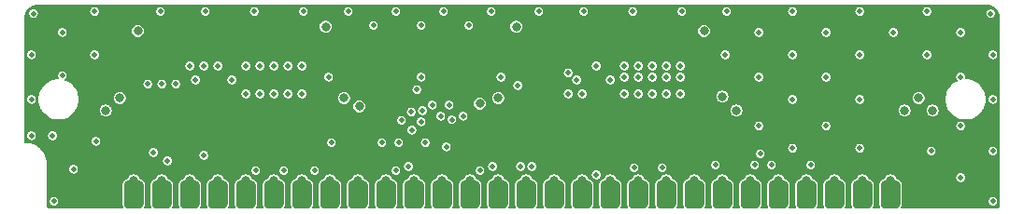
<source format=gbl>
G04 #@! TF.GenerationSoftware,KiCad,Pcbnew,(5.1.5-0-10_14)*
G04 #@! TF.CreationDate,2020-05-16T13:07:25-04:00*
G04 #@! TF.ProjectId,simm-30-4mb,73696d6d-2d33-4302-9d34-6d622e6b6963,rev?*
G04 #@! TF.SameCoordinates,Original*
G04 #@! TF.FileFunction,Copper,L4,Bot*
G04 #@! TF.FilePolarity,Positive*
%FSLAX46Y46*%
G04 Gerber Fmt 4.6, Leading zero omitted, Abs format (unit mm)*
G04 Created by KiCad (PCBNEW (5.1.5-0-10_14)) date 2020-05-16 13:07:25*
%MOMM*%
%LPD*%
G04 APERTURE LIST*
%ADD10C,0.100000*%
%ADD11C,0.800000*%
%ADD12C,0.508000*%
%ADD13C,1.000000*%
%ADD14C,0.152400*%
G04 APERTURE END LIST*
G04 #@! TA.AperFunction,SMDPad,CuDef*
D10*
G36*
X84308069Y-98808140D02*
G01*
X84351218Y-98814541D01*
X84393532Y-98825140D01*
X84434603Y-98839836D01*
X84474036Y-98858486D01*
X84511451Y-98880912D01*
X84546488Y-98906897D01*
X84578809Y-98936191D01*
X84608103Y-98968512D01*
X84634088Y-99003549D01*
X84656514Y-99040964D01*
X84675164Y-99080397D01*
X84689860Y-99121468D01*
X84700459Y-99163782D01*
X84706860Y-99206931D01*
X84709000Y-99250500D01*
X84709000Y-100901500D01*
X84706860Y-100945069D01*
X84700459Y-100988218D01*
X84689860Y-101030532D01*
X84675164Y-101071603D01*
X84656514Y-101111036D01*
X84634088Y-101148451D01*
X84608103Y-101183488D01*
X84578809Y-101215809D01*
X84546488Y-101245103D01*
X84511451Y-101271088D01*
X84474036Y-101293514D01*
X84434603Y-101312164D01*
X84393532Y-101326860D01*
X84351218Y-101337459D01*
X84308069Y-101343860D01*
X84264500Y-101346000D01*
X83375500Y-101346000D01*
X83331931Y-101343860D01*
X83288782Y-101337459D01*
X83246468Y-101326860D01*
X83205397Y-101312164D01*
X83165964Y-101293514D01*
X83128549Y-101271088D01*
X83093512Y-101245103D01*
X83061191Y-101215809D01*
X83031897Y-101183488D01*
X83005912Y-101148451D01*
X82983486Y-101111036D01*
X82964836Y-101071603D01*
X82950140Y-101030532D01*
X82939541Y-100988218D01*
X82933140Y-100945069D01*
X82931000Y-100901500D01*
X82931000Y-99250500D01*
X82933140Y-99206931D01*
X82939541Y-99163782D01*
X82950140Y-99121468D01*
X82964836Y-99080397D01*
X82983486Y-99040964D01*
X83005912Y-99003549D01*
X83031897Y-98968512D01*
X83061191Y-98936191D01*
X83093512Y-98906897D01*
X83128549Y-98880912D01*
X83165964Y-98858486D01*
X83205397Y-98839836D01*
X83246468Y-98825140D01*
X83288782Y-98814541D01*
X83331931Y-98808140D01*
X83375500Y-98806000D01*
X84264500Y-98806000D01*
X84308069Y-98808140D01*
G37*
G04 #@! TD.AperFunction*
G04 #@! TA.AperFunction,SMDPad,CuDef*
G36*
X86848069Y-98808140D02*
G01*
X86891218Y-98814541D01*
X86933532Y-98825140D01*
X86974603Y-98839836D01*
X87014036Y-98858486D01*
X87051451Y-98880912D01*
X87086488Y-98906897D01*
X87118809Y-98936191D01*
X87148103Y-98968512D01*
X87174088Y-99003549D01*
X87196514Y-99040964D01*
X87215164Y-99080397D01*
X87229860Y-99121468D01*
X87240459Y-99163782D01*
X87246860Y-99206931D01*
X87249000Y-99250500D01*
X87249000Y-100901500D01*
X87246860Y-100945069D01*
X87240459Y-100988218D01*
X87229860Y-101030532D01*
X87215164Y-101071603D01*
X87196514Y-101111036D01*
X87174088Y-101148451D01*
X87148103Y-101183488D01*
X87118809Y-101215809D01*
X87086488Y-101245103D01*
X87051451Y-101271088D01*
X87014036Y-101293514D01*
X86974603Y-101312164D01*
X86933532Y-101326860D01*
X86891218Y-101337459D01*
X86848069Y-101343860D01*
X86804500Y-101346000D01*
X85915500Y-101346000D01*
X85871931Y-101343860D01*
X85828782Y-101337459D01*
X85786468Y-101326860D01*
X85745397Y-101312164D01*
X85705964Y-101293514D01*
X85668549Y-101271088D01*
X85633512Y-101245103D01*
X85601191Y-101215809D01*
X85571897Y-101183488D01*
X85545912Y-101148451D01*
X85523486Y-101111036D01*
X85504836Y-101071603D01*
X85490140Y-101030532D01*
X85479541Y-100988218D01*
X85473140Y-100945069D01*
X85471000Y-100901500D01*
X85471000Y-99250500D01*
X85473140Y-99206931D01*
X85479541Y-99163782D01*
X85490140Y-99121468D01*
X85504836Y-99080397D01*
X85523486Y-99040964D01*
X85545912Y-99003549D01*
X85571897Y-98968512D01*
X85601191Y-98936191D01*
X85633512Y-98906897D01*
X85668549Y-98880912D01*
X85705964Y-98858486D01*
X85745397Y-98839836D01*
X85786468Y-98825140D01*
X85828782Y-98814541D01*
X85871931Y-98808140D01*
X85915500Y-98806000D01*
X86804500Y-98806000D01*
X86848069Y-98808140D01*
G37*
G04 #@! TD.AperFunction*
G04 #@! TA.AperFunction,SMDPad,CuDef*
G36*
X89388069Y-98808140D02*
G01*
X89431218Y-98814541D01*
X89473532Y-98825140D01*
X89514603Y-98839836D01*
X89554036Y-98858486D01*
X89591451Y-98880912D01*
X89626488Y-98906897D01*
X89658809Y-98936191D01*
X89688103Y-98968512D01*
X89714088Y-99003549D01*
X89736514Y-99040964D01*
X89755164Y-99080397D01*
X89769860Y-99121468D01*
X89780459Y-99163782D01*
X89786860Y-99206931D01*
X89789000Y-99250500D01*
X89789000Y-100901500D01*
X89786860Y-100945069D01*
X89780459Y-100988218D01*
X89769860Y-101030532D01*
X89755164Y-101071603D01*
X89736514Y-101111036D01*
X89714088Y-101148451D01*
X89688103Y-101183488D01*
X89658809Y-101215809D01*
X89626488Y-101245103D01*
X89591451Y-101271088D01*
X89554036Y-101293514D01*
X89514603Y-101312164D01*
X89473532Y-101326860D01*
X89431218Y-101337459D01*
X89388069Y-101343860D01*
X89344500Y-101346000D01*
X88455500Y-101346000D01*
X88411931Y-101343860D01*
X88368782Y-101337459D01*
X88326468Y-101326860D01*
X88285397Y-101312164D01*
X88245964Y-101293514D01*
X88208549Y-101271088D01*
X88173512Y-101245103D01*
X88141191Y-101215809D01*
X88111897Y-101183488D01*
X88085912Y-101148451D01*
X88063486Y-101111036D01*
X88044836Y-101071603D01*
X88030140Y-101030532D01*
X88019541Y-100988218D01*
X88013140Y-100945069D01*
X88011000Y-100901500D01*
X88011000Y-99250500D01*
X88013140Y-99206931D01*
X88019541Y-99163782D01*
X88030140Y-99121468D01*
X88044836Y-99080397D01*
X88063486Y-99040964D01*
X88085912Y-99003549D01*
X88111897Y-98968512D01*
X88141191Y-98936191D01*
X88173512Y-98906897D01*
X88208549Y-98880912D01*
X88245964Y-98858486D01*
X88285397Y-98839836D01*
X88326468Y-98825140D01*
X88368782Y-98814541D01*
X88411931Y-98808140D01*
X88455500Y-98806000D01*
X89344500Y-98806000D01*
X89388069Y-98808140D01*
G37*
G04 #@! TD.AperFunction*
G04 #@! TA.AperFunction,SMDPad,CuDef*
G36*
X91928069Y-98808140D02*
G01*
X91971218Y-98814541D01*
X92013532Y-98825140D01*
X92054603Y-98839836D01*
X92094036Y-98858486D01*
X92131451Y-98880912D01*
X92166488Y-98906897D01*
X92198809Y-98936191D01*
X92228103Y-98968512D01*
X92254088Y-99003549D01*
X92276514Y-99040964D01*
X92295164Y-99080397D01*
X92309860Y-99121468D01*
X92320459Y-99163782D01*
X92326860Y-99206931D01*
X92329000Y-99250500D01*
X92329000Y-100901500D01*
X92326860Y-100945069D01*
X92320459Y-100988218D01*
X92309860Y-101030532D01*
X92295164Y-101071603D01*
X92276514Y-101111036D01*
X92254088Y-101148451D01*
X92228103Y-101183488D01*
X92198809Y-101215809D01*
X92166488Y-101245103D01*
X92131451Y-101271088D01*
X92094036Y-101293514D01*
X92054603Y-101312164D01*
X92013532Y-101326860D01*
X91971218Y-101337459D01*
X91928069Y-101343860D01*
X91884500Y-101346000D01*
X90995500Y-101346000D01*
X90951931Y-101343860D01*
X90908782Y-101337459D01*
X90866468Y-101326860D01*
X90825397Y-101312164D01*
X90785964Y-101293514D01*
X90748549Y-101271088D01*
X90713512Y-101245103D01*
X90681191Y-101215809D01*
X90651897Y-101183488D01*
X90625912Y-101148451D01*
X90603486Y-101111036D01*
X90584836Y-101071603D01*
X90570140Y-101030532D01*
X90559541Y-100988218D01*
X90553140Y-100945069D01*
X90551000Y-100901500D01*
X90551000Y-99250500D01*
X90553140Y-99206931D01*
X90559541Y-99163782D01*
X90570140Y-99121468D01*
X90584836Y-99080397D01*
X90603486Y-99040964D01*
X90625912Y-99003549D01*
X90651897Y-98968512D01*
X90681191Y-98936191D01*
X90713512Y-98906897D01*
X90748549Y-98880912D01*
X90785964Y-98858486D01*
X90825397Y-98839836D01*
X90866468Y-98825140D01*
X90908782Y-98814541D01*
X90951931Y-98808140D01*
X90995500Y-98806000D01*
X91884500Y-98806000D01*
X91928069Y-98808140D01*
G37*
G04 #@! TD.AperFunction*
G04 #@! TA.AperFunction,SMDPad,CuDef*
G36*
X94468069Y-98808140D02*
G01*
X94511218Y-98814541D01*
X94553532Y-98825140D01*
X94594603Y-98839836D01*
X94634036Y-98858486D01*
X94671451Y-98880912D01*
X94706488Y-98906897D01*
X94738809Y-98936191D01*
X94768103Y-98968512D01*
X94794088Y-99003549D01*
X94816514Y-99040964D01*
X94835164Y-99080397D01*
X94849860Y-99121468D01*
X94860459Y-99163782D01*
X94866860Y-99206931D01*
X94869000Y-99250500D01*
X94869000Y-100901500D01*
X94866860Y-100945069D01*
X94860459Y-100988218D01*
X94849860Y-101030532D01*
X94835164Y-101071603D01*
X94816514Y-101111036D01*
X94794088Y-101148451D01*
X94768103Y-101183488D01*
X94738809Y-101215809D01*
X94706488Y-101245103D01*
X94671451Y-101271088D01*
X94634036Y-101293514D01*
X94594603Y-101312164D01*
X94553532Y-101326860D01*
X94511218Y-101337459D01*
X94468069Y-101343860D01*
X94424500Y-101346000D01*
X93535500Y-101346000D01*
X93491931Y-101343860D01*
X93448782Y-101337459D01*
X93406468Y-101326860D01*
X93365397Y-101312164D01*
X93325964Y-101293514D01*
X93288549Y-101271088D01*
X93253512Y-101245103D01*
X93221191Y-101215809D01*
X93191897Y-101183488D01*
X93165912Y-101148451D01*
X93143486Y-101111036D01*
X93124836Y-101071603D01*
X93110140Y-101030532D01*
X93099541Y-100988218D01*
X93093140Y-100945069D01*
X93091000Y-100901500D01*
X93091000Y-99250500D01*
X93093140Y-99206931D01*
X93099541Y-99163782D01*
X93110140Y-99121468D01*
X93124836Y-99080397D01*
X93143486Y-99040964D01*
X93165912Y-99003549D01*
X93191897Y-98968512D01*
X93221191Y-98936191D01*
X93253512Y-98906897D01*
X93288549Y-98880912D01*
X93325964Y-98858486D01*
X93365397Y-98839836D01*
X93406468Y-98825140D01*
X93448782Y-98814541D01*
X93491931Y-98808140D01*
X93535500Y-98806000D01*
X94424500Y-98806000D01*
X94468069Y-98808140D01*
G37*
G04 #@! TD.AperFunction*
G04 #@! TA.AperFunction,SMDPad,CuDef*
G36*
X97008069Y-98808140D02*
G01*
X97051218Y-98814541D01*
X97093532Y-98825140D01*
X97134603Y-98839836D01*
X97174036Y-98858486D01*
X97211451Y-98880912D01*
X97246488Y-98906897D01*
X97278809Y-98936191D01*
X97308103Y-98968512D01*
X97334088Y-99003549D01*
X97356514Y-99040964D01*
X97375164Y-99080397D01*
X97389860Y-99121468D01*
X97400459Y-99163782D01*
X97406860Y-99206931D01*
X97409000Y-99250500D01*
X97409000Y-100901500D01*
X97406860Y-100945069D01*
X97400459Y-100988218D01*
X97389860Y-101030532D01*
X97375164Y-101071603D01*
X97356514Y-101111036D01*
X97334088Y-101148451D01*
X97308103Y-101183488D01*
X97278809Y-101215809D01*
X97246488Y-101245103D01*
X97211451Y-101271088D01*
X97174036Y-101293514D01*
X97134603Y-101312164D01*
X97093532Y-101326860D01*
X97051218Y-101337459D01*
X97008069Y-101343860D01*
X96964500Y-101346000D01*
X96075500Y-101346000D01*
X96031931Y-101343860D01*
X95988782Y-101337459D01*
X95946468Y-101326860D01*
X95905397Y-101312164D01*
X95865964Y-101293514D01*
X95828549Y-101271088D01*
X95793512Y-101245103D01*
X95761191Y-101215809D01*
X95731897Y-101183488D01*
X95705912Y-101148451D01*
X95683486Y-101111036D01*
X95664836Y-101071603D01*
X95650140Y-101030532D01*
X95639541Y-100988218D01*
X95633140Y-100945069D01*
X95631000Y-100901500D01*
X95631000Y-99250500D01*
X95633140Y-99206931D01*
X95639541Y-99163782D01*
X95650140Y-99121468D01*
X95664836Y-99080397D01*
X95683486Y-99040964D01*
X95705912Y-99003549D01*
X95731897Y-98968512D01*
X95761191Y-98936191D01*
X95793512Y-98906897D01*
X95828549Y-98880912D01*
X95865964Y-98858486D01*
X95905397Y-98839836D01*
X95946468Y-98825140D01*
X95988782Y-98814541D01*
X96031931Y-98808140D01*
X96075500Y-98806000D01*
X96964500Y-98806000D01*
X97008069Y-98808140D01*
G37*
G04 #@! TD.AperFunction*
G04 #@! TA.AperFunction,SMDPad,CuDef*
G36*
X99548069Y-98808140D02*
G01*
X99591218Y-98814541D01*
X99633532Y-98825140D01*
X99674603Y-98839836D01*
X99714036Y-98858486D01*
X99751451Y-98880912D01*
X99786488Y-98906897D01*
X99818809Y-98936191D01*
X99848103Y-98968512D01*
X99874088Y-99003549D01*
X99896514Y-99040964D01*
X99915164Y-99080397D01*
X99929860Y-99121468D01*
X99940459Y-99163782D01*
X99946860Y-99206931D01*
X99949000Y-99250500D01*
X99949000Y-100901500D01*
X99946860Y-100945069D01*
X99940459Y-100988218D01*
X99929860Y-101030532D01*
X99915164Y-101071603D01*
X99896514Y-101111036D01*
X99874088Y-101148451D01*
X99848103Y-101183488D01*
X99818809Y-101215809D01*
X99786488Y-101245103D01*
X99751451Y-101271088D01*
X99714036Y-101293514D01*
X99674603Y-101312164D01*
X99633532Y-101326860D01*
X99591218Y-101337459D01*
X99548069Y-101343860D01*
X99504500Y-101346000D01*
X98615500Y-101346000D01*
X98571931Y-101343860D01*
X98528782Y-101337459D01*
X98486468Y-101326860D01*
X98445397Y-101312164D01*
X98405964Y-101293514D01*
X98368549Y-101271088D01*
X98333512Y-101245103D01*
X98301191Y-101215809D01*
X98271897Y-101183488D01*
X98245912Y-101148451D01*
X98223486Y-101111036D01*
X98204836Y-101071603D01*
X98190140Y-101030532D01*
X98179541Y-100988218D01*
X98173140Y-100945069D01*
X98171000Y-100901500D01*
X98171000Y-99250500D01*
X98173140Y-99206931D01*
X98179541Y-99163782D01*
X98190140Y-99121468D01*
X98204836Y-99080397D01*
X98223486Y-99040964D01*
X98245912Y-99003549D01*
X98271897Y-98968512D01*
X98301191Y-98936191D01*
X98333512Y-98906897D01*
X98368549Y-98880912D01*
X98405964Y-98858486D01*
X98445397Y-98839836D01*
X98486468Y-98825140D01*
X98528782Y-98814541D01*
X98571931Y-98808140D01*
X98615500Y-98806000D01*
X99504500Y-98806000D01*
X99548069Y-98808140D01*
G37*
G04 #@! TD.AperFunction*
G04 #@! TA.AperFunction,SMDPad,CuDef*
G36*
X102088069Y-98808140D02*
G01*
X102131218Y-98814541D01*
X102173532Y-98825140D01*
X102214603Y-98839836D01*
X102254036Y-98858486D01*
X102291451Y-98880912D01*
X102326488Y-98906897D01*
X102358809Y-98936191D01*
X102388103Y-98968512D01*
X102414088Y-99003549D01*
X102436514Y-99040964D01*
X102455164Y-99080397D01*
X102469860Y-99121468D01*
X102480459Y-99163782D01*
X102486860Y-99206931D01*
X102489000Y-99250500D01*
X102489000Y-100901500D01*
X102486860Y-100945069D01*
X102480459Y-100988218D01*
X102469860Y-101030532D01*
X102455164Y-101071603D01*
X102436514Y-101111036D01*
X102414088Y-101148451D01*
X102388103Y-101183488D01*
X102358809Y-101215809D01*
X102326488Y-101245103D01*
X102291451Y-101271088D01*
X102254036Y-101293514D01*
X102214603Y-101312164D01*
X102173532Y-101326860D01*
X102131218Y-101337459D01*
X102088069Y-101343860D01*
X102044500Y-101346000D01*
X101155500Y-101346000D01*
X101111931Y-101343860D01*
X101068782Y-101337459D01*
X101026468Y-101326860D01*
X100985397Y-101312164D01*
X100945964Y-101293514D01*
X100908549Y-101271088D01*
X100873512Y-101245103D01*
X100841191Y-101215809D01*
X100811897Y-101183488D01*
X100785912Y-101148451D01*
X100763486Y-101111036D01*
X100744836Y-101071603D01*
X100730140Y-101030532D01*
X100719541Y-100988218D01*
X100713140Y-100945069D01*
X100711000Y-100901500D01*
X100711000Y-99250500D01*
X100713140Y-99206931D01*
X100719541Y-99163782D01*
X100730140Y-99121468D01*
X100744836Y-99080397D01*
X100763486Y-99040964D01*
X100785912Y-99003549D01*
X100811897Y-98968512D01*
X100841191Y-98936191D01*
X100873512Y-98906897D01*
X100908549Y-98880912D01*
X100945964Y-98858486D01*
X100985397Y-98839836D01*
X101026468Y-98825140D01*
X101068782Y-98814541D01*
X101111931Y-98808140D01*
X101155500Y-98806000D01*
X102044500Y-98806000D01*
X102088069Y-98808140D01*
G37*
G04 #@! TD.AperFunction*
G04 #@! TA.AperFunction,SMDPad,CuDef*
G36*
X104628069Y-98808140D02*
G01*
X104671218Y-98814541D01*
X104713532Y-98825140D01*
X104754603Y-98839836D01*
X104794036Y-98858486D01*
X104831451Y-98880912D01*
X104866488Y-98906897D01*
X104898809Y-98936191D01*
X104928103Y-98968512D01*
X104954088Y-99003549D01*
X104976514Y-99040964D01*
X104995164Y-99080397D01*
X105009860Y-99121468D01*
X105020459Y-99163782D01*
X105026860Y-99206931D01*
X105029000Y-99250500D01*
X105029000Y-100901500D01*
X105026860Y-100945069D01*
X105020459Y-100988218D01*
X105009860Y-101030532D01*
X104995164Y-101071603D01*
X104976514Y-101111036D01*
X104954088Y-101148451D01*
X104928103Y-101183488D01*
X104898809Y-101215809D01*
X104866488Y-101245103D01*
X104831451Y-101271088D01*
X104794036Y-101293514D01*
X104754603Y-101312164D01*
X104713532Y-101326860D01*
X104671218Y-101337459D01*
X104628069Y-101343860D01*
X104584500Y-101346000D01*
X103695500Y-101346000D01*
X103651931Y-101343860D01*
X103608782Y-101337459D01*
X103566468Y-101326860D01*
X103525397Y-101312164D01*
X103485964Y-101293514D01*
X103448549Y-101271088D01*
X103413512Y-101245103D01*
X103381191Y-101215809D01*
X103351897Y-101183488D01*
X103325912Y-101148451D01*
X103303486Y-101111036D01*
X103284836Y-101071603D01*
X103270140Y-101030532D01*
X103259541Y-100988218D01*
X103253140Y-100945069D01*
X103251000Y-100901500D01*
X103251000Y-99250500D01*
X103253140Y-99206931D01*
X103259541Y-99163782D01*
X103270140Y-99121468D01*
X103284836Y-99080397D01*
X103303486Y-99040964D01*
X103325912Y-99003549D01*
X103351897Y-98968512D01*
X103381191Y-98936191D01*
X103413512Y-98906897D01*
X103448549Y-98880912D01*
X103485964Y-98858486D01*
X103525397Y-98839836D01*
X103566468Y-98825140D01*
X103608782Y-98814541D01*
X103651931Y-98808140D01*
X103695500Y-98806000D01*
X104584500Y-98806000D01*
X104628069Y-98808140D01*
G37*
G04 #@! TD.AperFunction*
G04 #@! TA.AperFunction,SMDPad,CuDef*
G36*
X107168069Y-98808140D02*
G01*
X107211218Y-98814541D01*
X107253532Y-98825140D01*
X107294603Y-98839836D01*
X107334036Y-98858486D01*
X107371451Y-98880912D01*
X107406488Y-98906897D01*
X107438809Y-98936191D01*
X107468103Y-98968512D01*
X107494088Y-99003549D01*
X107516514Y-99040964D01*
X107535164Y-99080397D01*
X107549860Y-99121468D01*
X107560459Y-99163782D01*
X107566860Y-99206931D01*
X107569000Y-99250500D01*
X107569000Y-100901500D01*
X107566860Y-100945069D01*
X107560459Y-100988218D01*
X107549860Y-101030532D01*
X107535164Y-101071603D01*
X107516514Y-101111036D01*
X107494088Y-101148451D01*
X107468103Y-101183488D01*
X107438809Y-101215809D01*
X107406488Y-101245103D01*
X107371451Y-101271088D01*
X107334036Y-101293514D01*
X107294603Y-101312164D01*
X107253532Y-101326860D01*
X107211218Y-101337459D01*
X107168069Y-101343860D01*
X107124500Y-101346000D01*
X106235500Y-101346000D01*
X106191931Y-101343860D01*
X106148782Y-101337459D01*
X106106468Y-101326860D01*
X106065397Y-101312164D01*
X106025964Y-101293514D01*
X105988549Y-101271088D01*
X105953512Y-101245103D01*
X105921191Y-101215809D01*
X105891897Y-101183488D01*
X105865912Y-101148451D01*
X105843486Y-101111036D01*
X105824836Y-101071603D01*
X105810140Y-101030532D01*
X105799541Y-100988218D01*
X105793140Y-100945069D01*
X105791000Y-100901500D01*
X105791000Y-99250500D01*
X105793140Y-99206931D01*
X105799541Y-99163782D01*
X105810140Y-99121468D01*
X105824836Y-99080397D01*
X105843486Y-99040964D01*
X105865912Y-99003549D01*
X105891897Y-98968512D01*
X105921191Y-98936191D01*
X105953512Y-98906897D01*
X105988549Y-98880912D01*
X106025964Y-98858486D01*
X106065397Y-98839836D01*
X106106468Y-98825140D01*
X106148782Y-98814541D01*
X106191931Y-98808140D01*
X106235500Y-98806000D01*
X107124500Y-98806000D01*
X107168069Y-98808140D01*
G37*
G04 #@! TD.AperFunction*
G04 #@! TA.AperFunction,SMDPad,CuDef*
G36*
X109708069Y-98808140D02*
G01*
X109751218Y-98814541D01*
X109793532Y-98825140D01*
X109834603Y-98839836D01*
X109874036Y-98858486D01*
X109911451Y-98880912D01*
X109946488Y-98906897D01*
X109978809Y-98936191D01*
X110008103Y-98968512D01*
X110034088Y-99003549D01*
X110056514Y-99040964D01*
X110075164Y-99080397D01*
X110089860Y-99121468D01*
X110100459Y-99163782D01*
X110106860Y-99206931D01*
X110109000Y-99250500D01*
X110109000Y-100901500D01*
X110106860Y-100945069D01*
X110100459Y-100988218D01*
X110089860Y-101030532D01*
X110075164Y-101071603D01*
X110056514Y-101111036D01*
X110034088Y-101148451D01*
X110008103Y-101183488D01*
X109978809Y-101215809D01*
X109946488Y-101245103D01*
X109911451Y-101271088D01*
X109874036Y-101293514D01*
X109834603Y-101312164D01*
X109793532Y-101326860D01*
X109751218Y-101337459D01*
X109708069Y-101343860D01*
X109664500Y-101346000D01*
X108775500Y-101346000D01*
X108731931Y-101343860D01*
X108688782Y-101337459D01*
X108646468Y-101326860D01*
X108605397Y-101312164D01*
X108565964Y-101293514D01*
X108528549Y-101271088D01*
X108493512Y-101245103D01*
X108461191Y-101215809D01*
X108431897Y-101183488D01*
X108405912Y-101148451D01*
X108383486Y-101111036D01*
X108364836Y-101071603D01*
X108350140Y-101030532D01*
X108339541Y-100988218D01*
X108333140Y-100945069D01*
X108331000Y-100901500D01*
X108331000Y-99250500D01*
X108333140Y-99206931D01*
X108339541Y-99163782D01*
X108350140Y-99121468D01*
X108364836Y-99080397D01*
X108383486Y-99040964D01*
X108405912Y-99003549D01*
X108431897Y-98968512D01*
X108461191Y-98936191D01*
X108493512Y-98906897D01*
X108528549Y-98880912D01*
X108565964Y-98858486D01*
X108605397Y-98839836D01*
X108646468Y-98825140D01*
X108688782Y-98814541D01*
X108731931Y-98808140D01*
X108775500Y-98806000D01*
X109664500Y-98806000D01*
X109708069Y-98808140D01*
G37*
G04 #@! TD.AperFunction*
G04 #@! TA.AperFunction,SMDPad,CuDef*
G36*
X112248069Y-98808140D02*
G01*
X112291218Y-98814541D01*
X112333532Y-98825140D01*
X112374603Y-98839836D01*
X112414036Y-98858486D01*
X112451451Y-98880912D01*
X112486488Y-98906897D01*
X112518809Y-98936191D01*
X112548103Y-98968512D01*
X112574088Y-99003549D01*
X112596514Y-99040964D01*
X112615164Y-99080397D01*
X112629860Y-99121468D01*
X112640459Y-99163782D01*
X112646860Y-99206931D01*
X112649000Y-99250500D01*
X112649000Y-100901500D01*
X112646860Y-100945069D01*
X112640459Y-100988218D01*
X112629860Y-101030532D01*
X112615164Y-101071603D01*
X112596514Y-101111036D01*
X112574088Y-101148451D01*
X112548103Y-101183488D01*
X112518809Y-101215809D01*
X112486488Y-101245103D01*
X112451451Y-101271088D01*
X112414036Y-101293514D01*
X112374603Y-101312164D01*
X112333532Y-101326860D01*
X112291218Y-101337459D01*
X112248069Y-101343860D01*
X112204500Y-101346000D01*
X111315500Y-101346000D01*
X111271931Y-101343860D01*
X111228782Y-101337459D01*
X111186468Y-101326860D01*
X111145397Y-101312164D01*
X111105964Y-101293514D01*
X111068549Y-101271088D01*
X111033512Y-101245103D01*
X111001191Y-101215809D01*
X110971897Y-101183488D01*
X110945912Y-101148451D01*
X110923486Y-101111036D01*
X110904836Y-101071603D01*
X110890140Y-101030532D01*
X110879541Y-100988218D01*
X110873140Y-100945069D01*
X110871000Y-100901500D01*
X110871000Y-99250500D01*
X110873140Y-99206931D01*
X110879541Y-99163782D01*
X110890140Y-99121468D01*
X110904836Y-99080397D01*
X110923486Y-99040964D01*
X110945912Y-99003549D01*
X110971897Y-98968512D01*
X111001191Y-98936191D01*
X111033512Y-98906897D01*
X111068549Y-98880912D01*
X111105964Y-98858486D01*
X111145397Y-98839836D01*
X111186468Y-98825140D01*
X111228782Y-98814541D01*
X111271931Y-98808140D01*
X111315500Y-98806000D01*
X112204500Y-98806000D01*
X112248069Y-98808140D01*
G37*
G04 #@! TD.AperFunction*
G04 #@! TA.AperFunction,SMDPad,CuDef*
G36*
X114788069Y-98808140D02*
G01*
X114831218Y-98814541D01*
X114873532Y-98825140D01*
X114914603Y-98839836D01*
X114954036Y-98858486D01*
X114991451Y-98880912D01*
X115026488Y-98906897D01*
X115058809Y-98936191D01*
X115088103Y-98968512D01*
X115114088Y-99003549D01*
X115136514Y-99040964D01*
X115155164Y-99080397D01*
X115169860Y-99121468D01*
X115180459Y-99163782D01*
X115186860Y-99206931D01*
X115189000Y-99250500D01*
X115189000Y-100901500D01*
X115186860Y-100945069D01*
X115180459Y-100988218D01*
X115169860Y-101030532D01*
X115155164Y-101071603D01*
X115136514Y-101111036D01*
X115114088Y-101148451D01*
X115088103Y-101183488D01*
X115058809Y-101215809D01*
X115026488Y-101245103D01*
X114991451Y-101271088D01*
X114954036Y-101293514D01*
X114914603Y-101312164D01*
X114873532Y-101326860D01*
X114831218Y-101337459D01*
X114788069Y-101343860D01*
X114744500Y-101346000D01*
X113855500Y-101346000D01*
X113811931Y-101343860D01*
X113768782Y-101337459D01*
X113726468Y-101326860D01*
X113685397Y-101312164D01*
X113645964Y-101293514D01*
X113608549Y-101271088D01*
X113573512Y-101245103D01*
X113541191Y-101215809D01*
X113511897Y-101183488D01*
X113485912Y-101148451D01*
X113463486Y-101111036D01*
X113444836Y-101071603D01*
X113430140Y-101030532D01*
X113419541Y-100988218D01*
X113413140Y-100945069D01*
X113411000Y-100901500D01*
X113411000Y-99250500D01*
X113413140Y-99206931D01*
X113419541Y-99163782D01*
X113430140Y-99121468D01*
X113444836Y-99080397D01*
X113463486Y-99040964D01*
X113485912Y-99003549D01*
X113511897Y-98968512D01*
X113541191Y-98936191D01*
X113573512Y-98906897D01*
X113608549Y-98880912D01*
X113645964Y-98858486D01*
X113685397Y-98839836D01*
X113726468Y-98825140D01*
X113768782Y-98814541D01*
X113811931Y-98808140D01*
X113855500Y-98806000D01*
X114744500Y-98806000D01*
X114788069Y-98808140D01*
G37*
G04 #@! TD.AperFunction*
G04 #@! TA.AperFunction,SMDPad,CuDef*
G36*
X117328069Y-98808140D02*
G01*
X117371218Y-98814541D01*
X117413532Y-98825140D01*
X117454603Y-98839836D01*
X117494036Y-98858486D01*
X117531451Y-98880912D01*
X117566488Y-98906897D01*
X117598809Y-98936191D01*
X117628103Y-98968512D01*
X117654088Y-99003549D01*
X117676514Y-99040964D01*
X117695164Y-99080397D01*
X117709860Y-99121468D01*
X117720459Y-99163782D01*
X117726860Y-99206931D01*
X117729000Y-99250500D01*
X117729000Y-100901500D01*
X117726860Y-100945069D01*
X117720459Y-100988218D01*
X117709860Y-101030532D01*
X117695164Y-101071603D01*
X117676514Y-101111036D01*
X117654088Y-101148451D01*
X117628103Y-101183488D01*
X117598809Y-101215809D01*
X117566488Y-101245103D01*
X117531451Y-101271088D01*
X117494036Y-101293514D01*
X117454603Y-101312164D01*
X117413532Y-101326860D01*
X117371218Y-101337459D01*
X117328069Y-101343860D01*
X117284500Y-101346000D01*
X116395500Y-101346000D01*
X116351931Y-101343860D01*
X116308782Y-101337459D01*
X116266468Y-101326860D01*
X116225397Y-101312164D01*
X116185964Y-101293514D01*
X116148549Y-101271088D01*
X116113512Y-101245103D01*
X116081191Y-101215809D01*
X116051897Y-101183488D01*
X116025912Y-101148451D01*
X116003486Y-101111036D01*
X115984836Y-101071603D01*
X115970140Y-101030532D01*
X115959541Y-100988218D01*
X115953140Y-100945069D01*
X115951000Y-100901500D01*
X115951000Y-99250500D01*
X115953140Y-99206931D01*
X115959541Y-99163782D01*
X115970140Y-99121468D01*
X115984836Y-99080397D01*
X116003486Y-99040964D01*
X116025912Y-99003549D01*
X116051897Y-98968512D01*
X116081191Y-98936191D01*
X116113512Y-98906897D01*
X116148549Y-98880912D01*
X116185964Y-98858486D01*
X116225397Y-98839836D01*
X116266468Y-98825140D01*
X116308782Y-98814541D01*
X116351931Y-98808140D01*
X116395500Y-98806000D01*
X117284500Y-98806000D01*
X117328069Y-98808140D01*
G37*
G04 #@! TD.AperFunction*
G04 #@! TA.AperFunction,SMDPad,CuDef*
G36*
X119868069Y-98808140D02*
G01*
X119911218Y-98814541D01*
X119953532Y-98825140D01*
X119994603Y-98839836D01*
X120034036Y-98858486D01*
X120071451Y-98880912D01*
X120106488Y-98906897D01*
X120138809Y-98936191D01*
X120168103Y-98968512D01*
X120194088Y-99003549D01*
X120216514Y-99040964D01*
X120235164Y-99080397D01*
X120249860Y-99121468D01*
X120260459Y-99163782D01*
X120266860Y-99206931D01*
X120269000Y-99250500D01*
X120269000Y-100901500D01*
X120266860Y-100945069D01*
X120260459Y-100988218D01*
X120249860Y-101030532D01*
X120235164Y-101071603D01*
X120216514Y-101111036D01*
X120194088Y-101148451D01*
X120168103Y-101183488D01*
X120138809Y-101215809D01*
X120106488Y-101245103D01*
X120071451Y-101271088D01*
X120034036Y-101293514D01*
X119994603Y-101312164D01*
X119953532Y-101326860D01*
X119911218Y-101337459D01*
X119868069Y-101343860D01*
X119824500Y-101346000D01*
X118935500Y-101346000D01*
X118891931Y-101343860D01*
X118848782Y-101337459D01*
X118806468Y-101326860D01*
X118765397Y-101312164D01*
X118725964Y-101293514D01*
X118688549Y-101271088D01*
X118653512Y-101245103D01*
X118621191Y-101215809D01*
X118591897Y-101183488D01*
X118565912Y-101148451D01*
X118543486Y-101111036D01*
X118524836Y-101071603D01*
X118510140Y-101030532D01*
X118499541Y-100988218D01*
X118493140Y-100945069D01*
X118491000Y-100901500D01*
X118491000Y-99250500D01*
X118493140Y-99206931D01*
X118499541Y-99163782D01*
X118510140Y-99121468D01*
X118524836Y-99080397D01*
X118543486Y-99040964D01*
X118565912Y-99003549D01*
X118591897Y-98968512D01*
X118621191Y-98936191D01*
X118653512Y-98906897D01*
X118688549Y-98880912D01*
X118725964Y-98858486D01*
X118765397Y-98839836D01*
X118806468Y-98825140D01*
X118848782Y-98814541D01*
X118891931Y-98808140D01*
X118935500Y-98806000D01*
X119824500Y-98806000D01*
X119868069Y-98808140D01*
G37*
G04 #@! TD.AperFunction*
G04 #@! TA.AperFunction,SMDPad,CuDef*
G36*
X122408069Y-98808140D02*
G01*
X122451218Y-98814541D01*
X122493532Y-98825140D01*
X122534603Y-98839836D01*
X122574036Y-98858486D01*
X122611451Y-98880912D01*
X122646488Y-98906897D01*
X122678809Y-98936191D01*
X122708103Y-98968512D01*
X122734088Y-99003549D01*
X122756514Y-99040964D01*
X122775164Y-99080397D01*
X122789860Y-99121468D01*
X122800459Y-99163782D01*
X122806860Y-99206931D01*
X122809000Y-99250500D01*
X122809000Y-100901500D01*
X122806860Y-100945069D01*
X122800459Y-100988218D01*
X122789860Y-101030532D01*
X122775164Y-101071603D01*
X122756514Y-101111036D01*
X122734088Y-101148451D01*
X122708103Y-101183488D01*
X122678809Y-101215809D01*
X122646488Y-101245103D01*
X122611451Y-101271088D01*
X122574036Y-101293514D01*
X122534603Y-101312164D01*
X122493532Y-101326860D01*
X122451218Y-101337459D01*
X122408069Y-101343860D01*
X122364500Y-101346000D01*
X121475500Y-101346000D01*
X121431931Y-101343860D01*
X121388782Y-101337459D01*
X121346468Y-101326860D01*
X121305397Y-101312164D01*
X121265964Y-101293514D01*
X121228549Y-101271088D01*
X121193512Y-101245103D01*
X121161191Y-101215809D01*
X121131897Y-101183488D01*
X121105912Y-101148451D01*
X121083486Y-101111036D01*
X121064836Y-101071603D01*
X121050140Y-101030532D01*
X121039541Y-100988218D01*
X121033140Y-100945069D01*
X121031000Y-100901500D01*
X121031000Y-99250500D01*
X121033140Y-99206931D01*
X121039541Y-99163782D01*
X121050140Y-99121468D01*
X121064836Y-99080397D01*
X121083486Y-99040964D01*
X121105912Y-99003549D01*
X121131897Y-98968512D01*
X121161191Y-98936191D01*
X121193512Y-98906897D01*
X121228549Y-98880912D01*
X121265964Y-98858486D01*
X121305397Y-98839836D01*
X121346468Y-98825140D01*
X121388782Y-98814541D01*
X121431931Y-98808140D01*
X121475500Y-98806000D01*
X122364500Y-98806000D01*
X122408069Y-98808140D01*
G37*
G04 #@! TD.AperFunction*
G04 #@! TA.AperFunction,SMDPad,CuDef*
G36*
X124948069Y-98808140D02*
G01*
X124991218Y-98814541D01*
X125033532Y-98825140D01*
X125074603Y-98839836D01*
X125114036Y-98858486D01*
X125151451Y-98880912D01*
X125186488Y-98906897D01*
X125218809Y-98936191D01*
X125248103Y-98968512D01*
X125274088Y-99003549D01*
X125296514Y-99040964D01*
X125315164Y-99080397D01*
X125329860Y-99121468D01*
X125340459Y-99163782D01*
X125346860Y-99206931D01*
X125349000Y-99250500D01*
X125349000Y-100901500D01*
X125346860Y-100945069D01*
X125340459Y-100988218D01*
X125329860Y-101030532D01*
X125315164Y-101071603D01*
X125296514Y-101111036D01*
X125274088Y-101148451D01*
X125248103Y-101183488D01*
X125218809Y-101215809D01*
X125186488Y-101245103D01*
X125151451Y-101271088D01*
X125114036Y-101293514D01*
X125074603Y-101312164D01*
X125033532Y-101326860D01*
X124991218Y-101337459D01*
X124948069Y-101343860D01*
X124904500Y-101346000D01*
X124015500Y-101346000D01*
X123971931Y-101343860D01*
X123928782Y-101337459D01*
X123886468Y-101326860D01*
X123845397Y-101312164D01*
X123805964Y-101293514D01*
X123768549Y-101271088D01*
X123733512Y-101245103D01*
X123701191Y-101215809D01*
X123671897Y-101183488D01*
X123645912Y-101148451D01*
X123623486Y-101111036D01*
X123604836Y-101071603D01*
X123590140Y-101030532D01*
X123579541Y-100988218D01*
X123573140Y-100945069D01*
X123571000Y-100901500D01*
X123571000Y-99250500D01*
X123573140Y-99206931D01*
X123579541Y-99163782D01*
X123590140Y-99121468D01*
X123604836Y-99080397D01*
X123623486Y-99040964D01*
X123645912Y-99003549D01*
X123671897Y-98968512D01*
X123701191Y-98936191D01*
X123733512Y-98906897D01*
X123768549Y-98880912D01*
X123805964Y-98858486D01*
X123845397Y-98839836D01*
X123886468Y-98825140D01*
X123928782Y-98814541D01*
X123971931Y-98808140D01*
X124015500Y-98806000D01*
X124904500Y-98806000D01*
X124948069Y-98808140D01*
G37*
G04 #@! TD.AperFunction*
G04 #@! TA.AperFunction,SMDPad,CuDef*
G36*
X127488069Y-98808140D02*
G01*
X127531218Y-98814541D01*
X127573532Y-98825140D01*
X127614603Y-98839836D01*
X127654036Y-98858486D01*
X127691451Y-98880912D01*
X127726488Y-98906897D01*
X127758809Y-98936191D01*
X127788103Y-98968512D01*
X127814088Y-99003549D01*
X127836514Y-99040964D01*
X127855164Y-99080397D01*
X127869860Y-99121468D01*
X127880459Y-99163782D01*
X127886860Y-99206931D01*
X127889000Y-99250500D01*
X127889000Y-100901500D01*
X127886860Y-100945069D01*
X127880459Y-100988218D01*
X127869860Y-101030532D01*
X127855164Y-101071603D01*
X127836514Y-101111036D01*
X127814088Y-101148451D01*
X127788103Y-101183488D01*
X127758809Y-101215809D01*
X127726488Y-101245103D01*
X127691451Y-101271088D01*
X127654036Y-101293514D01*
X127614603Y-101312164D01*
X127573532Y-101326860D01*
X127531218Y-101337459D01*
X127488069Y-101343860D01*
X127444500Y-101346000D01*
X126555500Y-101346000D01*
X126511931Y-101343860D01*
X126468782Y-101337459D01*
X126426468Y-101326860D01*
X126385397Y-101312164D01*
X126345964Y-101293514D01*
X126308549Y-101271088D01*
X126273512Y-101245103D01*
X126241191Y-101215809D01*
X126211897Y-101183488D01*
X126185912Y-101148451D01*
X126163486Y-101111036D01*
X126144836Y-101071603D01*
X126130140Y-101030532D01*
X126119541Y-100988218D01*
X126113140Y-100945069D01*
X126111000Y-100901500D01*
X126111000Y-99250500D01*
X126113140Y-99206931D01*
X126119541Y-99163782D01*
X126130140Y-99121468D01*
X126144836Y-99080397D01*
X126163486Y-99040964D01*
X126185912Y-99003549D01*
X126211897Y-98968512D01*
X126241191Y-98936191D01*
X126273512Y-98906897D01*
X126308549Y-98880912D01*
X126345964Y-98858486D01*
X126385397Y-98839836D01*
X126426468Y-98825140D01*
X126468782Y-98814541D01*
X126511931Y-98808140D01*
X126555500Y-98806000D01*
X127444500Y-98806000D01*
X127488069Y-98808140D01*
G37*
G04 #@! TD.AperFunction*
G04 #@! TA.AperFunction,SMDPad,CuDef*
G36*
X130028069Y-98808140D02*
G01*
X130071218Y-98814541D01*
X130113532Y-98825140D01*
X130154603Y-98839836D01*
X130194036Y-98858486D01*
X130231451Y-98880912D01*
X130266488Y-98906897D01*
X130298809Y-98936191D01*
X130328103Y-98968512D01*
X130354088Y-99003549D01*
X130376514Y-99040964D01*
X130395164Y-99080397D01*
X130409860Y-99121468D01*
X130420459Y-99163782D01*
X130426860Y-99206931D01*
X130429000Y-99250500D01*
X130429000Y-100901500D01*
X130426860Y-100945069D01*
X130420459Y-100988218D01*
X130409860Y-101030532D01*
X130395164Y-101071603D01*
X130376514Y-101111036D01*
X130354088Y-101148451D01*
X130328103Y-101183488D01*
X130298809Y-101215809D01*
X130266488Y-101245103D01*
X130231451Y-101271088D01*
X130194036Y-101293514D01*
X130154603Y-101312164D01*
X130113532Y-101326860D01*
X130071218Y-101337459D01*
X130028069Y-101343860D01*
X129984500Y-101346000D01*
X129095500Y-101346000D01*
X129051931Y-101343860D01*
X129008782Y-101337459D01*
X128966468Y-101326860D01*
X128925397Y-101312164D01*
X128885964Y-101293514D01*
X128848549Y-101271088D01*
X128813512Y-101245103D01*
X128781191Y-101215809D01*
X128751897Y-101183488D01*
X128725912Y-101148451D01*
X128703486Y-101111036D01*
X128684836Y-101071603D01*
X128670140Y-101030532D01*
X128659541Y-100988218D01*
X128653140Y-100945069D01*
X128651000Y-100901500D01*
X128651000Y-99250500D01*
X128653140Y-99206931D01*
X128659541Y-99163782D01*
X128670140Y-99121468D01*
X128684836Y-99080397D01*
X128703486Y-99040964D01*
X128725912Y-99003549D01*
X128751897Y-98968512D01*
X128781191Y-98936191D01*
X128813512Y-98906897D01*
X128848549Y-98880912D01*
X128885964Y-98858486D01*
X128925397Y-98839836D01*
X128966468Y-98825140D01*
X129008782Y-98814541D01*
X129051931Y-98808140D01*
X129095500Y-98806000D01*
X129984500Y-98806000D01*
X130028069Y-98808140D01*
G37*
G04 #@! TD.AperFunction*
G04 #@! TA.AperFunction,SMDPad,CuDef*
G36*
X132568069Y-98808140D02*
G01*
X132611218Y-98814541D01*
X132653532Y-98825140D01*
X132694603Y-98839836D01*
X132734036Y-98858486D01*
X132771451Y-98880912D01*
X132806488Y-98906897D01*
X132838809Y-98936191D01*
X132868103Y-98968512D01*
X132894088Y-99003549D01*
X132916514Y-99040964D01*
X132935164Y-99080397D01*
X132949860Y-99121468D01*
X132960459Y-99163782D01*
X132966860Y-99206931D01*
X132969000Y-99250500D01*
X132969000Y-100901500D01*
X132966860Y-100945069D01*
X132960459Y-100988218D01*
X132949860Y-101030532D01*
X132935164Y-101071603D01*
X132916514Y-101111036D01*
X132894088Y-101148451D01*
X132868103Y-101183488D01*
X132838809Y-101215809D01*
X132806488Y-101245103D01*
X132771451Y-101271088D01*
X132734036Y-101293514D01*
X132694603Y-101312164D01*
X132653532Y-101326860D01*
X132611218Y-101337459D01*
X132568069Y-101343860D01*
X132524500Y-101346000D01*
X131635500Y-101346000D01*
X131591931Y-101343860D01*
X131548782Y-101337459D01*
X131506468Y-101326860D01*
X131465397Y-101312164D01*
X131425964Y-101293514D01*
X131388549Y-101271088D01*
X131353512Y-101245103D01*
X131321191Y-101215809D01*
X131291897Y-101183488D01*
X131265912Y-101148451D01*
X131243486Y-101111036D01*
X131224836Y-101071603D01*
X131210140Y-101030532D01*
X131199541Y-100988218D01*
X131193140Y-100945069D01*
X131191000Y-100901500D01*
X131191000Y-99250500D01*
X131193140Y-99206931D01*
X131199541Y-99163782D01*
X131210140Y-99121468D01*
X131224836Y-99080397D01*
X131243486Y-99040964D01*
X131265912Y-99003549D01*
X131291897Y-98968512D01*
X131321191Y-98936191D01*
X131353512Y-98906897D01*
X131388549Y-98880912D01*
X131425964Y-98858486D01*
X131465397Y-98839836D01*
X131506468Y-98825140D01*
X131548782Y-98814541D01*
X131591931Y-98808140D01*
X131635500Y-98806000D01*
X132524500Y-98806000D01*
X132568069Y-98808140D01*
G37*
G04 #@! TD.AperFunction*
G04 #@! TA.AperFunction,SMDPad,CuDef*
G36*
X135108069Y-98808140D02*
G01*
X135151218Y-98814541D01*
X135193532Y-98825140D01*
X135234603Y-98839836D01*
X135274036Y-98858486D01*
X135311451Y-98880912D01*
X135346488Y-98906897D01*
X135378809Y-98936191D01*
X135408103Y-98968512D01*
X135434088Y-99003549D01*
X135456514Y-99040964D01*
X135475164Y-99080397D01*
X135489860Y-99121468D01*
X135500459Y-99163782D01*
X135506860Y-99206931D01*
X135509000Y-99250500D01*
X135509000Y-100901500D01*
X135506860Y-100945069D01*
X135500459Y-100988218D01*
X135489860Y-101030532D01*
X135475164Y-101071603D01*
X135456514Y-101111036D01*
X135434088Y-101148451D01*
X135408103Y-101183488D01*
X135378809Y-101215809D01*
X135346488Y-101245103D01*
X135311451Y-101271088D01*
X135274036Y-101293514D01*
X135234603Y-101312164D01*
X135193532Y-101326860D01*
X135151218Y-101337459D01*
X135108069Y-101343860D01*
X135064500Y-101346000D01*
X134175500Y-101346000D01*
X134131931Y-101343860D01*
X134088782Y-101337459D01*
X134046468Y-101326860D01*
X134005397Y-101312164D01*
X133965964Y-101293514D01*
X133928549Y-101271088D01*
X133893512Y-101245103D01*
X133861191Y-101215809D01*
X133831897Y-101183488D01*
X133805912Y-101148451D01*
X133783486Y-101111036D01*
X133764836Y-101071603D01*
X133750140Y-101030532D01*
X133739541Y-100988218D01*
X133733140Y-100945069D01*
X133731000Y-100901500D01*
X133731000Y-99250500D01*
X133733140Y-99206931D01*
X133739541Y-99163782D01*
X133750140Y-99121468D01*
X133764836Y-99080397D01*
X133783486Y-99040964D01*
X133805912Y-99003549D01*
X133831897Y-98968512D01*
X133861191Y-98936191D01*
X133893512Y-98906897D01*
X133928549Y-98880912D01*
X133965964Y-98858486D01*
X134005397Y-98839836D01*
X134046468Y-98825140D01*
X134088782Y-98814541D01*
X134131931Y-98808140D01*
X134175500Y-98806000D01*
X135064500Y-98806000D01*
X135108069Y-98808140D01*
G37*
G04 #@! TD.AperFunction*
G04 #@! TA.AperFunction,SMDPad,CuDef*
G36*
X137648069Y-98808140D02*
G01*
X137691218Y-98814541D01*
X137733532Y-98825140D01*
X137774603Y-98839836D01*
X137814036Y-98858486D01*
X137851451Y-98880912D01*
X137886488Y-98906897D01*
X137918809Y-98936191D01*
X137948103Y-98968512D01*
X137974088Y-99003549D01*
X137996514Y-99040964D01*
X138015164Y-99080397D01*
X138029860Y-99121468D01*
X138040459Y-99163782D01*
X138046860Y-99206931D01*
X138049000Y-99250500D01*
X138049000Y-100901500D01*
X138046860Y-100945069D01*
X138040459Y-100988218D01*
X138029860Y-101030532D01*
X138015164Y-101071603D01*
X137996514Y-101111036D01*
X137974088Y-101148451D01*
X137948103Y-101183488D01*
X137918809Y-101215809D01*
X137886488Y-101245103D01*
X137851451Y-101271088D01*
X137814036Y-101293514D01*
X137774603Y-101312164D01*
X137733532Y-101326860D01*
X137691218Y-101337459D01*
X137648069Y-101343860D01*
X137604500Y-101346000D01*
X136715500Y-101346000D01*
X136671931Y-101343860D01*
X136628782Y-101337459D01*
X136586468Y-101326860D01*
X136545397Y-101312164D01*
X136505964Y-101293514D01*
X136468549Y-101271088D01*
X136433512Y-101245103D01*
X136401191Y-101215809D01*
X136371897Y-101183488D01*
X136345912Y-101148451D01*
X136323486Y-101111036D01*
X136304836Y-101071603D01*
X136290140Y-101030532D01*
X136279541Y-100988218D01*
X136273140Y-100945069D01*
X136271000Y-100901500D01*
X136271000Y-99250500D01*
X136273140Y-99206931D01*
X136279541Y-99163782D01*
X136290140Y-99121468D01*
X136304836Y-99080397D01*
X136323486Y-99040964D01*
X136345912Y-99003549D01*
X136371897Y-98968512D01*
X136401191Y-98936191D01*
X136433512Y-98906897D01*
X136468549Y-98880912D01*
X136505964Y-98858486D01*
X136545397Y-98839836D01*
X136586468Y-98825140D01*
X136628782Y-98814541D01*
X136671931Y-98808140D01*
X136715500Y-98806000D01*
X137604500Y-98806000D01*
X137648069Y-98808140D01*
G37*
G04 #@! TD.AperFunction*
G04 #@! TA.AperFunction,SMDPad,CuDef*
G36*
X140188069Y-98808140D02*
G01*
X140231218Y-98814541D01*
X140273532Y-98825140D01*
X140314603Y-98839836D01*
X140354036Y-98858486D01*
X140391451Y-98880912D01*
X140426488Y-98906897D01*
X140458809Y-98936191D01*
X140488103Y-98968512D01*
X140514088Y-99003549D01*
X140536514Y-99040964D01*
X140555164Y-99080397D01*
X140569860Y-99121468D01*
X140580459Y-99163782D01*
X140586860Y-99206931D01*
X140589000Y-99250500D01*
X140589000Y-100901500D01*
X140586860Y-100945069D01*
X140580459Y-100988218D01*
X140569860Y-101030532D01*
X140555164Y-101071603D01*
X140536514Y-101111036D01*
X140514088Y-101148451D01*
X140488103Y-101183488D01*
X140458809Y-101215809D01*
X140426488Y-101245103D01*
X140391451Y-101271088D01*
X140354036Y-101293514D01*
X140314603Y-101312164D01*
X140273532Y-101326860D01*
X140231218Y-101337459D01*
X140188069Y-101343860D01*
X140144500Y-101346000D01*
X139255500Y-101346000D01*
X139211931Y-101343860D01*
X139168782Y-101337459D01*
X139126468Y-101326860D01*
X139085397Y-101312164D01*
X139045964Y-101293514D01*
X139008549Y-101271088D01*
X138973512Y-101245103D01*
X138941191Y-101215809D01*
X138911897Y-101183488D01*
X138885912Y-101148451D01*
X138863486Y-101111036D01*
X138844836Y-101071603D01*
X138830140Y-101030532D01*
X138819541Y-100988218D01*
X138813140Y-100945069D01*
X138811000Y-100901500D01*
X138811000Y-99250500D01*
X138813140Y-99206931D01*
X138819541Y-99163782D01*
X138830140Y-99121468D01*
X138844836Y-99080397D01*
X138863486Y-99040964D01*
X138885912Y-99003549D01*
X138911897Y-98968512D01*
X138941191Y-98936191D01*
X138973512Y-98906897D01*
X139008549Y-98880912D01*
X139045964Y-98858486D01*
X139085397Y-98839836D01*
X139126468Y-98825140D01*
X139168782Y-98814541D01*
X139211931Y-98808140D01*
X139255500Y-98806000D01*
X140144500Y-98806000D01*
X140188069Y-98808140D01*
G37*
G04 #@! TD.AperFunction*
G04 #@! TA.AperFunction,SMDPad,CuDef*
G36*
X142728069Y-98808140D02*
G01*
X142771218Y-98814541D01*
X142813532Y-98825140D01*
X142854603Y-98839836D01*
X142894036Y-98858486D01*
X142931451Y-98880912D01*
X142966488Y-98906897D01*
X142998809Y-98936191D01*
X143028103Y-98968512D01*
X143054088Y-99003549D01*
X143076514Y-99040964D01*
X143095164Y-99080397D01*
X143109860Y-99121468D01*
X143120459Y-99163782D01*
X143126860Y-99206931D01*
X143129000Y-99250500D01*
X143129000Y-100901500D01*
X143126860Y-100945069D01*
X143120459Y-100988218D01*
X143109860Y-101030532D01*
X143095164Y-101071603D01*
X143076514Y-101111036D01*
X143054088Y-101148451D01*
X143028103Y-101183488D01*
X142998809Y-101215809D01*
X142966488Y-101245103D01*
X142931451Y-101271088D01*
X142894036Y-101293514D01*
X142854603Y-101312164D01*
X142813532Y-101326860D01*
X142771218Y-101337459D01*
X142728069Y-101343860D01*
X142684500Y-101346000D01*
X141795500Y-101346000D01*
X141751931Y-101343860D01*
X141708782Y-101337459D01*
X141666468Y-101326860D01*
X141625397Y-101312164D01*
X141585964Y-101293514D01*
X141548549Y-101271088D01*
X141513512Y-101245103D01*
X141481191Y-101215809D01*
X141451897Y-101183488D01*
X141425912Y-101148451D01*
X141403486Y-101111036D01*
X141384836Y-101071603D01*
X141370140Y-101030532D01*
X141359541Y-100988218D01*
X141353140Y-100945069D01*
X141351000Y-100901500D01*
X141351000Y-99250500D01*
X141353140Y-99206931D01*
X141359541Y-99163782D01*
X141370140Y-99121468D01*
X141384836Y-99080397D01*
X141403486Y-99040964D01*
X141425912Y-99003549D01*
X141451897Y-98968512D01*
X141481191Y-98936191D01*
X141513512Y-98906897D01*
X141548549Y-98880912D01*
X141585964Y-98858486D01*
X141625397Y-98839836D01*
X141666468Y-98825140D01*
X141708782Y-98814541D01*
X141751931Y-98808140D01*
X141795500Y-98806000D01*
X142684500Y-98806000D01*
X142728069Y-98808140D01*
G37*
G04 #@! TD.AperFunction*
G04 #@! TA.AperFunction,SMDPad,CuDef*
G36*
X145268069Y-98808140D02*
G01*
X145311218Y-98814541D01*
X145353532Y-98825140D01*
X145394603Y-98839836D01*
X145434036Y-98858486D01*
X145471451Y-98880912D01*
X145506488Y-98906897D01*
X145538809Y-98936191D01*
X145568103Y-98968512D01*
X145594088Y-99003549D01*
X145616514Y-99040964D01*
X145635164Y-99080397D01*
X145649860Y-99121468D01*
X145660459Y-99163782D01*
X145666860Y-99206931D01*
X145669000Y-99250500D01*
X145669000Y-100901500D01*
X145666860Y-100945069D01*
X145660459Y-100988218D01*
X145649860Y-101030532D01*
X145635164Y-101071603D01*
X145616514Y-101111036D01*
X145594088Y-101148451D01*
X145568103Y-101183488D01*
X145538809Y-101215809D01*
X145506488Y-101245103D01*
X145471451Y-101271088D01*
X145434036Y-101293514D01*
X145394603Y-101312164D01*
X145353532Y-101326860D01*
X145311218Y-101337459D01*
X145268069Y-101343860D01*
X145224500Y-101346000D01*
X144335500Y-101346000D01*
X144291931Y-101343860D01*
X144248782Y-101337459D01*
X144206468Y-101326860D01*
X144165397Y-101312164D01*
X144125964Y-101293514D01*
X144088549Y-101271088D01*
X144053512Y-101245103D01*
X144021191Y-101215809D01*
X143991897Y-101183488D01*
X143965912Y-101148451D01*
X143943486Y-101111036D01*
X143924836Y-101071603D01*
X143910140Y-101030532D01*
X143899541Y-100988218D01*
X143893140Y-100945069D01*
X143891000Y-100901500D01*
X143891000Y-99250500D01*
X143893140Y-99206931D01*
X143899541Y-99163782D01*
X143910140Y-99121468D01*
X143924836Y-99080397D01*
X143943486Y-99040964D01*
X143965912Y-99003549D01*
X143991897Y-98968512D01*
X144021191Y-98936191D01*
X144053512Y-98906897D01*
X144088549Y-98880912D01*
X144125964Y-98858486D01*
X144165397Y-98839836D01*
X144206468Y-98825140D01*
X144248782Y-98814541D01*
X144291931Y-98808140D01*
X144335500Y-98806000D01*
X145224500Y-98806000D01*
X145268069Y-98808140D01*
G37*
G04 #@! TD.AperFunction*
G04 #@! TA.AperFunction,SMDPad,CuDef*
G36*
X147808069Y-98808140D02*
G01*
X147851218Y-98814541D01*
X147893532Y-98825140D01*
X147934603Y-98839836D01*
X147974036Y-98858486D01*
X148011451Y-98880912D01*
X148046488Y-98906897D01*
X148078809Y-98936191D01*
X148108103Y-98968512D01*
X148134088Y-99003549D01*
X148156514Y-99040964D01*
X148175164Y-99080397D01*
X148189860Y-99121468D01*
X148200459Y-99163782D01*
X148206860Y-99206931D01*
X148209000Y-99250500D01*
X148209000Y-100901500D01*
X148206860Y-100945069D01*
X148200459Y-100988218D01*
X148189860Y-101030532D01*
X148175164Y-101071603D01*
X148156514Y-101111036D01*
X148134088Y-101148451D01*
X148108103Y-101183488D01*
X148078809Y-101215809D01*
X148046488Y-101245103D01*
X148011451Y-101271088D01*
X147974036Y-101293514D01*
X147934603Y-101312164D01*
X147893532Y-101326860D01*
X147851218Y-101337459D01*
X147808069Y-101343860D01*
X147764500Y-101346000D01*
X146875500Y-101346000D01*
X146831931Y-101343860D01*
X146788782Y-101337459D01*
X146746468Y-101326860D01*
X146705397Y-101312164D01*
X146665964Y-101293514D01*
X146628549Y-101271088D01*
X146593512Y-101245103D01*
X146561191Y-101215809D01*
X146531897Y-101183488D01*
X146505912Y-101148451D01*
X146483486Y-101111036D01*
X146464836Y-101071603D01*
X146450140Y-101030532D01*
X146439541Y-100988218D01*
X146433140Y-100945069D01*
X146431000Y-100901500D01*
X146431000Y-99250500D01*
X146433140Y-99206931D01*
X146439541Y-99163782D01*
X146450140Y-99121468D01*
X146464836Y-99080397D01*
X146483486Y-99040964D01*
X146505912Y-99003549D01*
X146531897Y-98968512D01*
X146561191Y-98936191D01*
X146593512Y-98906897D01*
X146628549Y-98880912D01*
X146665964Y-98858486D01*
X146705397Y-98839836D01*
X146746468Y-98825140D01*
X146788782Y-98814541D01*
X146831931Y-98808140D01*
X146875500Y-98806000D01*
X147764500Y-98806000D01*
X147808069Y-98808140D01*
G37*
G04 #@! TD.AperFunction*
G04 #@! TA.AperFunction,SMDPad,CuDef*
G36*
X150348069Y-98808140D02*
G01*
X150391218Y-98814541D01*
X150433532Y-98825140D01*
X150474603Y-98839836D01*
X150514036Y-98858486D01*
X150551451Y-98880912D01*
X150586488Y-98906897D01*
X150618809Y-98936191D01*
X150648103Y-98968512D01*
X150674088Y-99003549D01*
X150696514Y-99040964D01*
X150715164Y-99080397D01*
X150729860Y-99121468D01*
X150740459Y-99163782D01*
X150746860Y-99206931D01*
X150749000Y-99250500D01*
X150749000Y-100901500D01*
X150746860Y-100945069D01*
X150740459Y-100988218D01*
X150729860Y-101030532D01*
X150715164Y-101071603D01*
X150696514Y-101111036D01*
X150674088Y-101148451D01*
X150648103Y-101183488D01*
X150618809Y-101215809D01*
X150586488Y-101245103D01*
X150551451Y-101271088D01*
X150514036Y-101293514D01*
X150474603Y-101312164D01*
X150433532Y-101326860D01*
X150391218Y-101337459D01*
X150348069Y-101343860D01*
X150304500Y-101346000D01*
X149415500Y-101346000D01*
X149371931Y-101343860D01*
X149328782Y-101337459D01*
X149286468Y-101326860D01*
X149245397Y-101312164D01*
X149205964Y-101293514D01*
X149168549Y-101271088D01*
X149133512Y-101245103D01*
X149101191Y-101215809D01*
X149071897Y-101183488D01*
X149045912Y-101148451D01*
X149023486Y-101111036D01*
X149004836Y-101071603D01*
X148990140Y-101030532D01*
X148979541Y-100988218D01*
X148973140Y-100945069D01*
X148971000Y-100901500D01*
X148971000Y-99250500D01*
X148973140Y-99206931D01*
X148979541Y-99163782D01*
X148990140Y-99121468D01*
X149004836Y-99080397D01*
X149023486Y-99040964D01*
X149045912Y-99003549D01*
X149071897Y-98968512D01*
X149101191Y-98936191D01*
X149133512Y-98906897D01*
X149168549Y-98880912D01*
X149205964Y-98858486D01*
X149245397Y-98839836D01*
X149286468Y-98825140D01*
X149328782Y-98814541D01*
X149371931Y-98808140D01*
X149415500Y-98806000D01*
X150304500Y-98806000D01*
X150348069Y-98808140D01*
G37*
G04 #@! TD.AperFunction*
G04 #@! TA.AperFunction,SMDPad,CuDef*
G36*
X152888069Y-98808140D02*
G01*
X152931218Y-98814541D01*
X152973532Y-98825140D01*
X153014603Y-98839836D01*
X153054036Y-98858486D01*
X153091451Y-98880912D01*
X153126488Y-98906897D01*
X153158809Y-98936191D01*
X153188103Y-98968512D01*
X153214088Y-99003549D01*
X153236514Y-99040964D01*
X153255164Y-99080397D01*
X153269860Y-99121468D01*
X153280459Y-99163782D01*
X153286860Y-99206931D01*
X153289000Y-99250500D01*
X153289000Y-100901500D01*
X153286860Y-100945069D01*
X153280459Y-100988218D01*
X153269860Y-101030532D01*
X153255164Y-101071603D01*
X153236514Y-101111036D01*
X153214088Y-101148451D01*
X153188103Y-101183488D01*
X153158809Y-101215809D01*
X153126488Y-101245103D01*
X153091451Y-101271088D01*
X153054036Y-101293514D01*
X153014603Y-101312164D01*
X152973532Y-101326860D01*
X152931218Y-101337459D01*
X152888069Y-101343860D01*
X152844500Y-101346000D01*
X151955500Y-101346000D01*
X151911931Y-101343860D01*
X151868782Y-101337459D01*
X151826468Y-101326860D01*
X151785397Y-101312164D01*
X151745964Y-101293514D01*
X151708549Y-101271088D01*
X151673512Y-101245103D01*
X151641191Y-101215809D01*
X151611897Y-101183488D01*
X151585912Y-101148451D01*
X151563486Y-101111036D01*
X151544836Y-101071603D01*
X151530140Y-101030532D01*
X151519541Y-100988218D01*
X151513140Y-100945069D01*
X151511000Y-100901500D01*
X151511000Y-99250500D01*
X151513140Y-99206931D01*
X151519541Y-99163782D01*
X151530140Y-99121468D01*
X151544836Y-99080397D01*
X151563486Y-99040964D01*
X151585912Y-99003549D01*
X151611897Y-98968512D01*
X151641191Y-98936191D01*
X151673512Y-98906897D01*
X151708549Y-98880912D01*
X151745964Y-98858486D01*
X151785397Y-98839836D01*
X151826468Y-98825140D01*
X151868782Y-98814541D01*
X151911931Y-98808140D01*
X151955500Y-98806000D01*
X152844500Y-98806000D01*
X152888069Y-98808140D01*
G37*
G04 #@! TD.AperFunction*
G04 #@! TA.AperFunction,SMDPad,CuDef*
G36*
X155428069Y-98808140D02*
G01*
X155471218Y-98814541D01*
X155513532Y-98825140D01*
X155554603Y-98839836D01*
X155594036Y-98858486D01*
X155631451Y-98880912D01*
X155666488Y-98906897D01*
X155698809Y-98936191D01*
X155728103Y-98968512D01*
X155754088Y-99003549D01*
X155776514Y-99040964D01*
X155795164Y-99080397D01*
X155809860Y-99121468D01*
X155820459Y-99163782D01*
X155826860Y-99206931D01*
X155829000Y-99250500D01*
X155829000Y-100901500D01*
X155826860Y-100945069D01*
X155820459Y-100988218D01*
X155809860Y-101030532D01*
X155795164Y-101071603D01*
X155776514Y-101111036D01*
X155754088Y-101148451D01*
X155728103Y-101183488D01*
X155698809Y-101215809D01*
X155666488Y-101245103D01*
X155631451Y-101271088D01*
X155594036Y-101293514D01*
X155554603Y-101312164D01*
X155513532Y-101326860D01*
X155471218Y-101337459D01*
X155428069Y-101343860D01*
X155384500Y-101346000D01*
X154495500Y-101346000D01*
X154451931Y-101343860D01*
X154408782Y-101337459D01*
X154366468Y-101326860D01*
X154325397Y-101312164D01*
X154285964Y-101293514D01*
X154248549Y-101271088D01*
X154213512Y-101245103D01*
X154181191Y-101215809D01*
X154151897Y-101183488D01*
X154125912Y-101148451D01*
X154103486Y-101111036D01*
X154084836Y-101071603D01*
X154070140Y-101030532D01*
X154059541Y-100988218D01*
X154053140Y-100945069D01*
X154051000Y-100901500D01*
X154051000Y-99250500D01*
X154053140Y-99206931D01*
X154059541Y-99163782D01*
X154070140Y-99121468D01*
X154084836Y-99080397D01*
X154103486Y-99040964D01*
X154125912Y-99003549D01*
X154151897Y-98968512D01*
X154181191Y-98936191D01*
X154213512Y-98906897D01*
X154248549Y-98880912D01*
X154285964Y-98858486D01*
X154325397Y-98839836D01*
X154366468Y-98825140D01*
X154408782Y-98814541D01*
X154451931Y-98808140D01*
X154495500Y-98806000D01*
X155384500Y-98806000D01*
X155428069Y-98808140D01*
G37*
G04 #@! TD.AperFunction*
G04 #@! TA.AperFunction,SMDPad,CuDef*
G36*
X157968069Y-98808140D02*
G01*
X158011218Y-98814541D01*
X158053532Y-98825140D01*
X158094603Y-98839836D01*
X158134036Y-98858486D01*
X158171451Y-98880912D01*
X158206488Y-98906897D01*
X158238809Y-98936191D01*
X158268103Y-98968512D01*
X158294088Y-99003549D01*
X158316514Y-99040964D01*
X158335164Y-99080397D01*
X158349860Y-99121468D01*
X158360459Y-99163782D01*
X158366860Y-99206931D01*
X158369000Y-99250500D01*
X158369000Y-100901500D01*
X158366860Y-100945069D01*
X158360459Y-100988218D01*
X158349860Y-101030532D01*
X158335164Y-101071603D01*
X158316514Y-101111036D01*
X158294088Y-101148451D01*
X158268103Y-101183488D01*
X158238809Y-101215809D01*
X158206488Y-101245103D01*
X158171451Y-101271088D01*
X158134036Y-101293514D01*
X158094603Y-101312164D01*
X158053532Y-101326860D01*
X158011218Y-101337459D01*
X157968069Y-101343860D01*
X157924500Y-101346000D01*
X157035500Y-101346000D01*
X156991931Y-101343860D01*
X156948782Y-101337459D01*
X156906468Y-101326860D01*
X156865397Y-101312164D01*
X156825964Y-101293514D01*
X156788549Y-101271088D01*
X156753512Y-101245103D01*
X156721191Y-101215809D01*
X156691897Y-101183488D01*
X156665912Y-101148451D01*
X156643486Y-101111036D01*
X156624836Y-101071603D01*
X156610140Y-101030532D01*
X156599541Y-100988218D01*
X156593140Y-100945069D01*
X156591000Y-100901500D01*
X156591000Y-99250500D01*
X156593140Y-99206931D01*
X156599541Y-99163782D01*
X156610140Y-99121468D01*
X156624836Y-99080397D01*
X156643486Y-99040964D01*
X156665912Y-99003549D01*
X156691897Y-98968512D01*
X156721191Y-98936191D01*
X156753512Y-98906897D01*
X156788549Y-98880912D01*
X156825964Y-98858486D01*
X156865397Y-98839836D01*
X156906468Y-98825140D01*
X156948782Y-98814541D01*
X156991931Y-98808140D01*
X157035500Y-98806000D01*
X157924500Y-98806000D01*
X157968069Y-98808140D01*
G37*
G04 #@! TD.AperFunction*
D11*
X88900000Y-98806000D03*
X86360000Y-98806000D03*
X83820000Y-98806000D03*
X93980000Y-98806000D03*
X91440000Y-98806000D03*
X96520000Y-98806000D03*
X99060000Y-98806000D03*
X104140000Y-98806000D03*
X101600000Y-98806000D03*
X109220000Y-98806000D03*
X106680000Y-98806000D03*
X111760000Y-98806000D03*
X116840000Y-98806000D03*
X114300000Y-98806000D03*
X119380000Y-98806000D03*
X124460000Y-98806000D03*
X121920000Y-98806000D03*
X127000000Y-98806000D03*
X149860000Y-98806000D03*
X147320000Y-98806000D03*
X152400000Y-98806000D03*
X134620000Y-98806000D03*
X132080000Y-98806000D03*
X137160000Y-98806000D03*
X142240000Y-98806000D03*
X139700000Y-98806000D03*
X144780000Y-98806000D03*
X129540000Y-98806000D03*
X154940000Y-98806000D03*
X157480000Y-98806000D03*
X86741000Y-94107000D03*
X121031000Y-94107000D03*
X138049000Y-94107000D03*
X83820000Y-94107000D03*
X85090000Y-95250000D03*
X103759000Y-94107000D03*
X106680000Y-94107000D03*
X118110000Y-94107000D03*
X119380000Y-95250000D03*
D12*
X105410000Y-94996000D03*
D11*
X139700000Y-95250000D03*
X140970000Y-94107000D03*
X156210000Y-94107000D03*
X158750000Y-94107000D03*
D13*
X157480000Y-95377000D03*
D12*
X125730000Y-90932000D03*
X115189000Y-93281500D03*
X127000000Y-90932000D03*
X112522000Y-92456000D03*
X91440000Y-88392000D03*
X121158000Y-90170000D03*
X125730000Y-89027000D03*
D11*
X121031000Y-84836000D03*
X138049000Y-85217000D03*
X103759000Y-84836000D03*
X86741000Y-85217000D03*
D12*
X134620000Y-89408000D03*
X133350000Y-89408000D03*
X132080000Y-89408000D03*
X135890000Y-89408000D03*
X130810000Y-89408000D03*
X108839000Y-95377000D03*
X104267000Y-95377000D03*
X129540000Y-89662000D03*
X95250000Y-89662000D03*
X112395000Y-89408000D03*
X119634000Y-89408000D03*
X92710000Y-96520000D03*
X111252000Y-97536000D03*
X117729000Y-97917000D03*
X118872000Y-97536000D03*
X139065000Y-97409000D03*
X134239000Y-97663000D03*
X89408000Y-97028000D03*
X88138000Y-96266000D03*
X142621000Y-97409000D03*
X114681000Y-95758000D03*
X144145000Y-97409000D03*
X143129000Y-96393000D03*
X112395000Y-84709000D03*
X112014000Y-90551000D03*
X108077000Y-84709000D03*
X116713000Y-84709000D03*
X88900000Y-90043000D03*
X87630000Y-90043000D03*
X90170000Y-90043000D03*
X91948000Y-89662000D03*
X126492000Y-89662000D03*
X92710000Y-88392000D03*
X121412000Y-97536000D03*
X122428000Y-97536000D03*
X97282000Y-83439000D03*
X131572000Y-83439000D03*
X77279500Y-83629500D03*
X164020500Y-83629500D03*
X164211000Y-100711000D03*
X79121000Y-100711000D03*
X77089000Y-94742000D03*
X164211000Y-91440000D03*
X77089000Y-91440000D03*
X77089000Y-87376000D03*
X164211000Y-87376000D03*
X140081000Y-83439000D03*
X88773000Y-83439000D03*
X105791000Y-83439000D03*
X123063000Y-83439000D03*
X114427000Y-83439000D03*
X118745000Y-83439000D03*
X110109000Y-83439000D03*
X127127000Y-83439000D03*
X136017000Y-83439000D03*
X101727000Y-83439000D03*
X92837000Y-83439000D03*
X82804000Y-83439000D03*
X152146000Y-83439000D03*
X158242000Y-83439000D03*
X146050000Y-83439000D03*
X164211000Y-96139000D03*
X82804000Y-87376000D03*
X158242000Y-87376000D03*
X152146000Y-87376000D03*
X146050000Y-87376000D03*
X146050000Y-91440000D03*
X152146000Y-91440000D03*
X152146000Y-95885000D03*
X79883000Y-85344000D03*
X161290000Y-85344000D03*
X155194000Y-85344000D03*
X149098000Y-85344000D03*
X143002000Y-85344000D03*
X149098000Y-89408000D03*
X161290000Y-89408000D03*
X149098000Y-93853000D03*
X161290000Y-93853000D03*
X161290000Y-98552000D03*
X78994000Y-94742000D03*
X80899000Y-97790000D03*
X79883000Y-89281000D03*
X139954000Y-87376000D03*
X143002000Y-89408000D03*
X143002000Y-93853000D03*
X146050000Y-95885000D03*
X131699000Y-97663000D03*
X110109000Y-97917000D03*
X102743000Y-97917000D03*
X99949000Y-97917000D03*
X97409000Y-97917000D03*
X128270000Y-98298000D03*
X147701000Y-97409000D03*
X158623000Y-96139000D03*
X113411000Y-91948000D03*
X116205000Y-92964000D03*
X114935000Y-91948000D03*
X114173000Y-92964000D03*
X112395000Y-93472000D03*
X112776000Y-95377000D03*
X110363000Y-95377000D03*
X111506000Y-92583000D03*
X110617000Y-93345000D03*
X111569500Y-94234000D03*
X82931000Y-95250000D03*
D11*
X83820000Y-92456000D03*
X85090000Y-91313000D03*
D12*
X104013000Y-89408000D03*
D11*
X105410000Y-91313000D03*
X119380000Y-91313000D03*
X117729000Y-91821000D03*
X106807000Y-92075000D03*
X139700000Y-91186000D03*
X140970000Y-92456000D03*
X156210000Y-92456000D03*
X158750000Y-92456000D03*
X157480000Y-91313000D03*
D12*
X132080000Y-90932000D03*
X100330000Y-90932000D03*
X133350000Y-90932000D03*
X99060000Y-90932000D03*
X134620000Y-90932000D03*
X97790000Y-90932000D03*
X135890000Y-90932000D03*
X96520000Y-90932000D03*
X93980000Y-88392000D03*
X135890000Y-88392000D03*
X134620000Y-88392000D03*
X96520000Y-88392000D03*
X97790000Y-88392000D03*
X133350000Y-88392000D03*
X99060000Y-88392000D03*
X132080000Y-88392000D03*
X100330000Y-88392000D03*
X130810000Y-88392000D03*
X130810000Y-90932000D03*
X101600000Y-90932000D03*
X101600000Y-88392000D03*
X128270000Y-88392000D03*
D14*
G36*
X163807884Y-82902912D02*
G01*
X164030929Y-82970254D01*
X164236653Y-83079639D01*
X164417209Y-83226896D01*
X164565723Y-83406420D01*
X164676544Y-83611378D01*
X164745441Y-83833947D01*
X164771400Y-84080934D01*
X164771401Y-101075915D01*
X164766437Y-101126541D01*
X164756407Y-101159762D01*
X164740112Y-101190410D01*
X164718181Y-101217299D01*
X164691436Y-101239424D01*
X164660910Y-101255929D01*
X164627757Y-101266192D01*
X164578207Y-101271400D01*
X155947578Y-101271400D01*
X156007385Y-101159507D01*
X156045751Y-101033031D01*
X156058706Y-100901500D01*
X156058706Y-100663468D01*
X163728400Y-100663468D01*
X163728400Y-100758532D01*
X163746946Y-100851769D01*
X163783326Y-100939597D01*
X163836140Y-101018640D01*
X163903360Y-101085860D01*
X163982403Y-101138674D01*
X164070231Y-101175054D01*
X164163468Y-101193600D01*
X164258532Y-101193600D01*
X164351769Y-101175054D01*
X164439597Y-101138674D01*
X164518640Y-101085860D01*
X164585860Y-101018640D01*
X164638674Y-100939597D01*
X164675054Y-100851769D01*
X164693600Y-100758532D01*
X164693600Y-100663468D01*
X164675054Y-100570231D01*
X164638674Y-100482403D01*
X164585860Y-100403360D01*
X164518640Y-100336140D01*
X164439597Y-100283326D01*
X164351769Y-100246946D01*
X164258532Y-100228400D01*
X164163468Y-100228400D01*
X164070231Y-100246946D01*
X163982403Y-100283326D01*
X163903360Y-100336140D01*
X163836140Y-100403360D01*
X163783326Y-100482403D01*
X163746946Y-100570231D01*
X163728400Y-100663468D01*
X156058706Y-100663468D01*
X156058706Y-99250500D01*
X156045751Y-99118969D01*
X156007385Y-98992493D01*
X155945082Y-98875931D01*
X155861236Y-98773764D01*
X155759069Y-98689918D01*
X155642507Y-98627615D01*
X155532707Y-98594308D01*
X155497059Y-98508246D01*
X155494535Y-98504468D01*
X160807400Y-98504468D01*
X160807400Y-98599532D01*
X160825946Y-98692769D01*
X160862326Y-98780597D01*
X160915140Y-98859640D01*
X160982360Y-98926860D01*
X161061403Y-98979674D01*
X161149231Y-99016054D01*
X161242468Y-99034600D01*
X161337532Y-99034600D01*
X161430769Y-99016054D01*
X161518597Y-98979674D01*
X161597640Y-98926860D01*
X161664860Y-98859640D01*
X161717674Y-98780597D01*
X161754054Y-98692769D01*
X161772600Y-98599532D01*
X161772600Y-98504468D01*
X161754054Y-98411231D01*
X161717674Y-98323403D01*
X161664860Y-98244360D01*
X161597640Y-98177140D01*
X161518597Y-98124326D01*
X161430769Y-98087946D01*
X161337532Y-98069400D01*
X161242468Y-98069400D01*
X161149231Y-98087946D01*
X161061403Y-98124326D01*
X160982360Y-98177140D01*
X160915140Y-98244360D01*
X160862326Y-98323403D01*
X160825946Y-98411231D01*
X160807400Y-98504468D01*
X155494535Y-98504468D01*
X155428266Y-98405291D01*
X155340709Y-98317734D01*
X155237754Y-98248941D01*
X155123356Y-98201556D01*
X155001912Y-98177400D01*
X154878088Y-98177400D01*
X154756644Y-98201556D01*
X154642246Y-98248941D01*
X154539291Y-98317734D01*
X154451734Y-98405291D01*
X154382941Y-98508246D01*
X154347293Y-98594308D01*
X154237493Y-98627615D01*
X154120931Y-98689918D01*
X154018764Y-98773764D01*
X153934918Y-98875931D01*
X153872615Y-98992493D01*
X153834249Y-99118969D01*
X153821294Y-99250500D01*
X153821294Y-100901500D01*
X153834249Y-101033031D01*
X153872615Y-101159507D01*
X153932422Y-101271400D01*
X153407578Y-101271400D01*
X153467385Y-101159507D01*
X153505751Y-101033031D01*
X153518706Y-100901500D01*
X153518706Y-99250500D01*
X153505751Y-99118969D01*
X153467385Y-98992493D01*
X153405082Y-98875931D01*
X153321236Y-98773764D01*
X153219069Y-98689918D01*
X153102507Y-98627615D01*
X152992707Y-98594308D01*
X152957059Y-98508246D01*
X152888266Y-98405291D01*
X152800709Y-98317734D01*
X152697754Y-98248941D01*
X152583356Y-98201556D01*
X152461912Y-98177400D01*
X152338088Y-98177400D01*
X152216644Y-98201556D01*
X152102246Y-98248941D01*
X151999291Y-98317734D01*
X151911734Y-98405291D01*
X151842941Y-98508246D01*
X151807293Y-98594308D01*
X151697493Y-98627615D01*
X151580931Y-98689918D01*
X151478764Y-98773764D01*
X151394918Y-98875931D01*
X151332615Y-98992493D01*
X151294249Y-99118969D01*
X151281294Y-99250500D01*
X151281294Y-100901500D01*
X151294249Y-101033031D01*
X151332615Y-101159507D01*
X151392422Y-101271400D01*
X150867578Y-101271400D01*
X150927385Y-101159507D01*
X150965751Y-101033031D01*
X150978706Y-100901500D01*
X150978706Y-99250500D01*
X150965751Y-99118969D01*
X150927385Y-98992493D01*
X150865082Y-98875931D01*
X150781236Y-98773764D01*
X150679069Y-98689918D01*
X150562507Y-98627615D01*
X150452707Y-98594308D01*
X150417059Y-98508246D01*
X150348266Y-98405291D01*
X150260709Y-98317734D01*
X150157754Y-98248941D01*
X150043356Y-98201556D01*
X149921912Y-98177400D01*
X149798088Y-98177400D01*
X149676644Y-98201556D01*
X149562246Y-98248941D01*
X149459291Y-98317734D01*
X149371734Y-98405291D01*
X149302941Y-98508246D01*
X149267293Y-98594308D01*
X149157493Y-98627615D01*
X149040931Y-98689918D01*
X148938764Y-98773764D01*
X148854918Y-98875931D01*
X148792615Y-98992493D01*
X148754249Y-99118969D01*
X148741294Y-99250500D01*
X148741294Y-100901500D01*
X148754249Y-101033031D01*
X148792615Y-101159507D01*
X148852422Y-101271400D01*
X148327578Y-101271400D01*
X148387385Y-101159507D01*
X148425751Y-101033031D01*
X148438706Y-100901500D01*
X148438706Y-99250500D01*
X148425751Y-99118969D01*
X148387385Y-98992493D01*
X148325082Y-98875931D01*
X148241236Y-98773764D01*
X148139069Y-98689918D01*
X148022507Y-98627615D01*
X147912707Y-98594308D01*
X147877059Y-98508246D01*
X147808266Y-98405291D01*
X147720709Y-98317734D01*
X147617754Y-98248941D01*
X147503356Y-98201556D01*
X147381912Y-98177400D01*
X147258088Y-98177400D01*
X147136644Y-98201556D01*
X147022246Y-98248941D01*
X146919291Y-98317734D01*
X146831734Y-98405291D01*
X146762941Y-98508246D01*
X146727293Y-98594308D01*
X146617493Y-98627615D01*
X146500931Y-98689918D01*
X146398764Y-98773764D01*
X146314918Y-98875931D01*
X146252615Y-98992493D01*
X146214249Y-99118969D01*
X146201294Y-99250500D01*
X146201294Y-100901500D01*
X146214249Y-101033031D01*
X146252615Y-101159507D01*
X146312422Y-101271400D01*
X145787578Y-101271400D01*
X145847385Y-101159507D01*
X145885751Y-101033031D01*
X145898706Y-100901500D01*
X145898706Y-99250500D01*
X145885751Y-99118969D01*
X145847385Y-98992493D01*
X145785082Y-98875931D01*
X145701236Y-98773764D01*
X145599069Y-98689918D01*
X145482507Y-98627615D01*
X145372707Y-98594308D01*
X145337059Y-98508246D01*
X145268266Y-98405291D01*
X145180709Y-98317734D01*
X145077754Y-98248941D01*
X144963356Y-98201556D01*
X144841912Y-98177400D01*
X144718088Y-98177400D01*
X144596644Y-98201556D01*
X144482246Y-98248941D01*
X144379291Y-98317734D01*
X144291734Y-98405291D01*
X144222941Y-98508246D01*
X144187293Y-98594308D01*
X144077493Y-98627615D01*
X143960931Y-98689918D01*
X143858764Y-98773764D01*
X143774918Y-98875931D01*
X143712615Y-98992493D01*
X143674249Y-99118969D01*
X143661294Y-99250500D01*
X143661294Y-100901500D01*
X143674249Y-101033031D01*
X143712615Y-101159507D01*
X143772422Y-101271400D01*
X143247578Y-101271400D01*
X143307385Y-101159507D01*
X143345751Y-101033031D01*
X143358706Y-100901500D01*
X143358706Y-99250500D01*
X143345751Y-99118969D01*
X143307385Y-98992493D01*
X143245082Y-98875931D01*
X143161236Y-98773764D01*
X143059069Y-98689918D01*
X142942507Y-98627615D01*
X142832707Y-98594308D01*
X142797059Y-98508246D01*
X142728266Y-98405291D01*
X142640709Y-98317734D01*
X142537754Y-98248941D01*
X142423356Y-98201556D01*
X142301912Y-98177400D01*
X142178088Y-98177400D01*
X142056644Y-98201556D01*
X141942246Y-98248941D01*
X141839291Y-98317734D01*
X141751734Y-98405291D01*
X141682941Y-98508246D01*
X141647293Y-98594308D01*
X141537493Y-98627615D01*
X141420931Y-98689918D01*
X141318764Y-98773764D01*
X141234918Y-98875931D01*
X141172615Y-98992493D01*
X141134249Y-99118969D01*
X141121294Y-99250500D01*
X141121294Y-100901500D01*
X141134249Y-101033031D01*
X141172615Y-101159507D01*
X141232422Y-101271400D01*
X140707578Y-101271400D01*
X140767385Y-101159507D01*
X140805751Y-101033031D01*
X140818706Y-100901500D01*
X140818706Y-99250500D01*
X140805751Y-99118969D01*
X140767385Y-98992493D01*
X140705082Y-98875931D01*
X140621236Y-98773764D01*
X140519069Y-98689918D01*
X140402507Y-98627615D01*
X140292707Y-98594308D01*
X140257059Y-98508246D01*
X140188266Y-98405291D01*
X140100709Y-98317734D01*
X139997754Y-98248941D01*
X139883356Y-98201556D01*
X139761912Y-98177400D01*
X139638088Y-98177400D01*
X139516644Y-98201556D01*
X139402246Y-98248941D01*
X139299291Y-98317734D01*
X139211734Y-98405291D01*
X139142941Y-98508246D01*
X139107293Y-98594308D01*
X138997493Y-98627615D01*
X138880931Y-98689918D01*
X138778764Y-98773764D01*
X138694918Y-98875931D01*
X138632615Y-98992493D01*
X138594249Y-99118969D01*
X138581294Y-99250500D01*
X138581294Y-100901500D01*
X138594249Y-101033031D01*
X138632615Y-101159507D01*
X138692422Y-101271400D01*
X138167578Y-101271400D01*
X138227385Y-101159507D01*
X138265751Y-101033031D01*
X138278706Y-100901500D01*
X138278706Y-99250500D01*
X138265751Y-99118969D01*
X138227385Y-98992493D01*
X138165082Y-98875931D01*
X138081236Y-98773764D01*
X137979069Y-98689918D01*
X137862507Y-98627615D01*
X137752707Y-98594308D01*
X137717059Y-98508246D01*
X137648266Y-98405291D01*
X137560709Y-98317734D01*
X137457754Y-98248941D01*
X137343356Y-98201556D01*
X137221912Y-98177400D01*
X137098088Y-98177400D01*
X136976644Y-98201556D01*
X136862246Y-98248941D01*
X136759291Y-98317734D01*
X136671734Y-98405291D01*
X136602941Y-98508246D01*
X136567293Y-98594308D01*
X136457493Y-98627615D01*
X136340931Y-98689918D01*
X136238764Y-98773764D01*
X136154918Y-98875931D01*
X136092615Y-98992493D01*
X136054249Y-99118969D01*
X136041294Y-99250500D01*
X136041294Y-100901500D01*
X136054249Y-101033031D01*
X136092615Y-101159507D01*
X136152422Y-101271400D01*
X135627578Y-101271400D01*
X135687385Y-101159507D01*
X135725751Y-101033031D01*
X135738706Y-100901500D01*
X135738706Y-99250500D01*
X135725751Y-99118969D01*
X135687385Y-98992493D01*
X135625082Y-98875931D01*
X135541236Y-98773764D01*
X135439069Y-98689918D01*
X135322507Y-98627615D01*
X135212707Y-98594308D01*
X135177059Y-98508246D01*
X135108266Y-98405291D01*
X135020709Y-98317734D01*
X134917754Y-98248941D01*
X134803356Y-98201556D01*
X134681912Y-98177400D01*
X134558088Y-98177400D01*
X134436644Y-98201556D01*
X134322246Y-98248941D01*
X134219291Y-98317734D01*
X134131734Y-98405291D01*
X134062941Y-98508246D01*
X134027293Y-98594308D01*
X133917493Y-98627615D01*
X133800931Y-98689918D01*
X133698764Y-98773764D01*
X133614918Y-98875931D01*
X133552615Y-98992493D01*
X133514249Y-99118969D01*
X133501294Y-99250500D01*
X133501294Y-100901500D01*
X133514249Y-101033031D01*
X133552615Y-101159507D01*
X133612422Y-101271400D01*
X133087578Y-101271400D01*
X133147385Y-101159507D01*
X133185751Y-101033031D01*
X133198706Y-100901500D01*
X133198706Y-99250500D01*
X133185751Y-99118969D01*
X133147385Y-98992493D01*
X133085082Y-98875931D01*
X133001236Y-98773764D01*
X132899069Y-98689918D01*
X132782507Y-98627615D01*
X132672707Y-98594308D01*
X132637059Y-98508246D01*
X132568266Y-98405291D01*
X132480709Y-98317734D01*
X132377754Y-98248941D01*
X132263356Y-98201556D01*
X132141912Y-98177400D01*
X132018088Y-98177400D01*
X131896644Y-98201556D01*
X131782246Y-98248941D01*
X131679291Y-98317734D01*
X131591734Y-98405291D01*
X131522941Y-98508246D01*
X131487293Y-98594308D01*
X131377493Y-98627615D01*
X131260931Y-98689918D01*
X131158764Y-98773764D01*
X131074918Y-98875931D01*
X131012615Y-98992493D01*
X130974249Y-99118969D01*
X130961294Y-99250500D01*
X130961294Y-100901500D01*
X130974249Y-101033031D01*
X131012615Y-101159507D01*
X131072422Y-101271400D01*
X130547578Y-101271400D01*
X130607385Y-101159507D01*
X130645751Y-101033031D01*
X130658706Y-100901500D01*
X130658706Y-99250500D01*
X130645751Y-99118969D01*
X130607385Y-98992493D01*
X130545082Y-98875931D01*
X130461236Y-98773764D01*
X130359069Y-98689918D01*
X130242507Y-98627615D01*
X130132707Y-98594308D01*
X130097059Y-98508246D01*
X130028266Y-98405291D01*
X129940709Y-98317734D01*
X129837754Y-98248941D01*
X129723356Y-98201556D01*
X129601912Y-98177400D01*
X129478088Y-98177400D01*
X129356644Y-98201556D01*
X129242246Y-98248941D01*
X129139291Y-98317734D01*
X129051734Y-98405291D01*
X128982941Y-98508246D01*
X128947293Y-98594308D01*
X128837493Y-98627615D01*
X128720931Y-98689918D01*
X128618764Y-98773764D01*
X128534918Y-98875931D01*
X128472615Y-98992493D01*
X128434249Y-99118969D01*
X128421294Y-99250500D01*
X128421294Y-100901500D01*
X128434249Y-101033031D01*
X128472615Y-101159507D01*
X128532422Y-101271400D01*
X128007578Y-101271400D01*
X128067385Y-101159507D01*
X128105751Y-101033031D01*
X128118706Y-100901500D01*
X128118706Y-99250500D01*
X128105751Y-99118969D01*
X128067385Y-98992493D01*
X128005082Y-98875931D01*
X127921236Y-98773764D01*
X127819069Y-98689918D01*
X127702507Y-98627615D01*
X127592707Y-98594308D01*
X127557059Y-98508246D01*
X127488266Y-98405291D01*
X127400709Y-98317734D01*
X127300040Y-98250468D01*
X127787400Y-98250468D01*
X127787400Y-98345532D01*
X127805946Y-98438769D01*
X127842326Y-98526597D01*
X127895140Y-98605640D01*
X127962360Y-98672860D01*
X128041403Y-98725674D01*
X128129231Y-98762054D01*
X128222468Y-98780600D01*
X128317532Y-98780600D01*
X128410769Y-98762054D01*
X128498597Y-98725674D01*
X128577640Y-98672860D01*
X128644860Y-98605640D01*
X128697674Y-98526597D01*
X128734054Y-98438769D01*
X128752600Y-98345532D01*
X128752600Y-98250468D01*
X128734054Y-98157231D01*
X128697674Y-98069403D01*
X128644860Y-97990360D01*
X128577640Y-97923140D01*
X128498597Y-97870326D01*
X128410769Y-97833946D01*
X128317532Y-97815400D01*
X128222468Y-97815400D01*
X128129231Y-97833946D01*
X128041403Y-97870326D01*
X127962360Y-97923140D01*
X127895140Y-97990360D01*
X127842326Y-98069403D01*
X127805946Y-98157231D01*
X127787400Y-98250468D01*
X127300040Y-98250468D01*
X127297754Y-98248941D01*
X127183356Y-98201556D01*
X127061912Y-98177400D01*
X126938088Y-98177400D01*
X126816644Y-98201556D01*
X126702246Y-98248941D01*
X126599291Y-98317734D01*
X126511734Y-98405291D01*
X126442941Y-98508246D01*
X126407293Y-98594308D01*
X126297493Y-98627615D01*
X126180931Y-98689918D01*
X126078764Y-98773764D01*
X125994918Y-98875931D01*
X125932615Y-98992493D01*
X125894249Y-99118969D01*
X125881294Y-99250500D01*
X125881294Y-100901500D01*
X125894249Y-101033031D01*
X125932615Y-101159507D01*
X125992422Y-101271400D01*
X125467578Y-101271400D01*
X125527385Y-101159507D01*
X125565751Y-101033031D01*
X125578706Y-100901500D01*
X125578706Y-99250500D01*
X125565751Y-99118969D01*
X125527385Y-98992493D01*
X125465082Y-98875931D01*
X125381236Y-98773764D01*
X125279069Y-98689918D01*
X125162507Y-98627615D01*
X125052707Y-98594308D01*
X125017059Y-98508246D01*
X124948266Y-98405291D01*
X124860709Y-98317734D01*
X124757754Y-98248941D01*
X124643356Y-98201556D01*
X124521912Y-98177400D01*
X124398088Y-98177400D01*
X124276644Y-98201556D01*
X124162246Y-98248941D01*
X124059291Y-98317734D01*
X123971734Y-98405291D01*
X123902941Y-98508246D01*
X123867293Y-98594308D01*
X123757493Y-98627615D01*
X123640931Y-98689918D01*
X123538764Y-98773764D01*
X123454918Y-98875931D01*
X123392615Y-98992493D01*
X123354249Y-99118969D01*
X123341294Y-99250500D01*
X123341294Y-100901500D01*
X123354249Y-101033031D01*
X123392615Y-101159507D01*
X123452422Y-101271400D01*
X122927578Y-101271400D01*
X122987385Y-101159507D01*
X123025751Y-101033031D01*
X123038706Y-100901500D01*
X123038706Y-99250500D01*
X123025751Y-99118969D01*
X122987385Y-98992493D01*
X122925082Y-98875931D01*
X122841236Y-98773764D01*
X122739069Y-98689918D01*
X122622507Y-98627615D01*
X122512707Y-98594308D01*
X122477059Y-98508246D01*
X122408266Y-98405291D01*
X122320709Y-98317734D01*
X122217754Y-98248941D01*
X122103356Y-98201556D01*
X121981912Y-98177400D01*
X121858088Y-98177400D01*
X121736644Y-98201556D01*
X121622246Y-98248941D01*
X121519291Y-98317734D01*
X121431734Y-98405291D01*
X121362941Y-98508246D01*
X121327293Y-98594308D01*
X121217493Y-98627615D01*
X121100931Y-98689918D01*
X120998764Y-98773764D01*
X120914918Y-98875931D01*
X120852615Y-98992493D01*
X120814249Y-99118969D01*
X120801294Y-99250500D01*
X120801294Y-100901500D01*
X120814249Y-101033031D01*
X120852615Y-101159507D01*
X120912422Y-101271400D01*
X120387578Y-101271400D01*
X120447385Y-101159507D01*
X120485751Y-101033031D01*
X120498706Y-100901500D01*
X120498706Y-99250500D01*
X120485751Y-99118969D01*
X120447385Y-98992493D01*
X120385082Y-98875931D01*
X120301236Y-98773764D01*
X120199069Y-98689918D01*
X120082507Y-98627615D01*
X119972707Y-98594308D01*
X119937059Y-98508246D01*
X119868266Y-98405291D01*
X119780709Y-98317734D01*
X119677754Y-98248941D01*
X119563356Y-98201556D01*
X119441912Y-98177400D01*
X119318088Y-98177400D01*
X119196644Y-98201556D01*
X119082246Y-98248941D01*
X118979291Y-98317734D01*
X118891734Y-98405291D01*
X118822941Y-98508246D01*
X118787293Y-98594308D01*
X118677493Y-98627615D01*
X118560931Y-98689918D01*
X118458764Y-98773764D01*
X118374918Y-98875931D01*
X118312615Y-98992493D01*
X118274249Y-99118969D01*
X118261294Y-99250500D01*
X118261294Y-100901500D01*
X118274249Y-101033031D01*
X118312615Y-101159507D01*
X118372422Y-101271400D01*
X117847578Y-101271400D01*
X117907385Y-101159507D01*
X117945751Y-101033031D01*
X117958706Y-100901500D01*
X117958706Y-99250500D01*
X117945751Y-99118969D01*
X117907385Y-98992493D01*
X117845082Y-98875931D01*
X117761236Y-98773764D01*
X117659069Y-98689918D01*
X117542507Y-98627615D01*
X117432707Y-98594308D01*
X117397059Y-98508246D01*
X117328266Y-98405291D01*
X117240709Y-98317734D01*
X117137754Y-98248941D01*
X117023356Y-98201556D01*
X116901912Y-98177400D01*
X116778088Y-98177400D01*
X116656644Y-98201556D01*
X116542246Y-98248941D01*
X116439291Y-98317734D01*
X116351734Y-98405291D01*
X116282941Y-98508246D01*
X116247293Y-98594308D01*
X116137493Y-98627615D01*
X116020931Y-98689918D01*
X115918764Y-98773764D01*
X115834918Y-98875931D01*
X115772615Y-98992493D01*
X115734249Y-99118969D01*
X115721294Y-99250500D01*
X115721294Y-100901500D01*
X115734249Y-101033031D01*
X115772615Y-101159507D01*
X115832422Y-101271400D01*
X115307578Y-101271400D01*
X115367385Y-101159507D01*
X115405751Y-101033031D01*
X115418706Y-100901500D01*
X115418706Y-99250500D01*
X115405751Y-99118969D01*
X115367385Y-98992493D01*
X115305082Y-98875931D01*
X115221236Y-98773764D01*
X115119069Y-98689918D01*
X115002507Y-98627615D01*
X114892707Y-98594308D01*
X114857059Y-98508246D01*
X114788266Y-98405291D01*
X114700709Y-98317734D01*
X114597754Y-98248941D01*
X114483356Y-98201556D01*
X114361912Y-98177400D01*
X114238088Y-98177400D01*
X114116644Y-98201556D01*
X114002246Y-98248941D01*
X113899291Y-98317734D01*
X113811734Y-98405291D01*
X113742941Y-98508246D01*
X113707293Y-98594308D01*
X113597493Y-98627615D01*
X113480931Y-98689918D01*
X113378764Y-98773764D01*
X113294918Y-98875931D01*
X113232615Y-98992493D01*
X113194249Y-99118969D01*
X113181294Y-99250500D01*
X113181294Y-100901500D01*
X113194249Y-101033031D01*
X113232615Y-101159507D01*
X113292422Y-101271400D01*
X112767578Y-101271400D01*
X112827385Y-101159507D01*
X112865751Y-101033031D01*
X112878706Y-100901500D01*
X112878706Y-99250500D01*
X112865751Y-99118969D01*
X112827385Y-98992493D01*
X112765082Y-98875931D01*
X112681236Y-98773764D01*
X112579069Y-98689918D01*
X112462507Y-98627615D01*
X112352707Y-98594308D01*
X112317059Y-98508246D01*
X112248266Y-98405291D01*
X112160709Y-98317734D01*
X112057754Y-98248941D01*
X111943356Y-98201556D01*
X111821912Y-98177400D01*
X111698088Y-98177400D01*
X111576644Y-98201556D01*
X111462246Y-98248941D01*
X111359291Y-98317734D01*
X111271734Y-98405291D01*
X111202941Y-98508246D01*
X111167293Y-98594308D01*
X111057493Y-98627615D01*
X110940931Y-98689918D01*
X110838764Y-98773764D01*
X110754918Y-98875931D01*
X110692615Y-98992493D01*
X110654249Y-99118969D01*
X110641294Y-99250500D01*
X110641294Y-100901500D01*
X110654249Y-101033031D01*
X110692615Y-101159507D01*
X110752422Y-101271400D01*
X110227578Y-101271400D01*
X110287385Y-101159507D01*
X110325751Y-101033031D01*
X110338706Y-100901500D01*
X110338706Y-99250500D01*
X110325751Y-99118969D01*
X110287385Y-98992493D01*
X110225082Y-98875931D01*
X110141236Y-98773764D01*
X110039069Y-98689918D01*
X109922507Y-98627615D01*
X109812707Y-98594308D01*
X109777059Y-98508246D01*
X109708266Y-98405291D01*
X109620709Y-98317734D01*
X109517754Y-98248941D01*
X109403356Y-98201556D01*
X109281912Y-98177400D01*
X109158088Y-98177400D01*
X109036644Y-98201556D01*
X108922246Y-98248941D01*
X108819291Y-98317734D01*
X108731734Y-98405291D01*
X108662941Y-98508246D01*
X108627293Y-98594308D01*
X108517493Y-98627615D01*
X108400931Y-98689918D01*
X108298764Y-98773764D01*
X108214918Y-98875931D01*
X108152615Y-98992493D01*
X108114249Y-99118969D01*
X108101294Y-99250500D01*
X108101294Y-100901500D01*
X108114249Y-101033031D01*
X108152615Y-101159507D01*
X108212422Y-101271400D01*
X107687578Y-101271400D01*
X107747385Y-101159507D01*
X107785751Y-101033031D01*
X107798706Y-100901500D01*
X107798706Y-99250500D01*
X107785751Y-99118969D01*
X107747385Y-98992493D01*
X107685082Y-98875931D01*
X107601236Y-98773764D01*
X107499069Y-98689918D01*
X107382507Y-98627615D01*
X107272707Y-98594308D01*
X107237059Y-98508246D01*
X107168266Y-98405291D01*
X107080709Y-98317734D01*
X106977754Y-98248941D01*
X106863356Y-98201556D01*
X106741912Y-98177400D01*
X106618088Y-98177400D01*
X106496644Y-98201556D01*
X106382246Y-98248941D01*
X106279291Y-98317734D01*
X106191734Y-98405291D01*
X106122941Y-98508246D01*
X106087293Y-98594308D01*
X105977493Y-98627615D01*
X105860931Y-98689918D01*
X105758764Y-98773764D01*
X105674918Y-98875931D01*
X105612615Y-98992493D01*
X105574249Y-99118969D01*
X105561294Y-99250500D01*
X105561294Y-100901500D01*
X105574249Y-101033031D01*
X105612615Y-101159507D01*
X105672422Y-101271400D01*
X105147578Y-101271400D01*
X105207385Y-101159507D01*
X105245751Y-101033031D01*
X105258706Y-100901500D01*
X105258706Y-99250500D01*
X105245751Y-99118969D01*
X105207385Y-98992493D01*
X105145082Y-98875931D01*
X105061236Y-98773764D01*
X104959069Y-98689918D01*
X104842507Y-98627615D01*
X104732707Y-98594308D01*
X104697059Y-98508246D01*
X104628266Y-98405291D01*
X104540709Y-98317734D01*
X104437754Y-98248941D01*
X104323356Y-98201556D01*
X104201912Y-98177400D01*
X104078088Y-98177400D01*
X103956644Y-98201556D01*
X103842246Y-98248941D01*
X103739291Y-98317734D01*
X103651734Y-98405291D01*
X103582941Y-98508246D01*
X103547293Y-98594308D01*
X103437493Y-98627615D01*
X103320931Y-98689918D01*
X103218764Y-98773764D01*
X103134918Y-98875931D01*
X103072615Y-98992493D01*
X103034249Y-99118969D01*
X103021294Y-99250500D01*
X103021294Y-100901500D01*
X103034249Y-101033031D01*
X103072615Y-101159507D01*
X103132422Y-101271400D01*
X102607578Y-101271400D01*
X102667385Y-101159507D01*
X102705751Y-101033031D01*
X102718706Y-100901500D01*
X102718706Y-99250500D01*
X102705751Y-99118969D01*
X102667385Y-98992493D01*
X102605082Y-98875931D01*
X102521236Y-98773764D01*
X102419069Y-98689918D01*
X102302507Y-98627615D01*
X102192707Y-98594308D01*
X102157059Y-98508246D01*
X102088266Y-98405291D01*
X102000709Y-98317734D01*
X101897754Y-98248941D01*
X101783356Y-98201556D01*
X101661912Y-98177400D01*
X101538088Y-98177400D01*
X101416644Y-98201556D01*
X101302246Y-98248941D01*
X101199291Y-98317734D01*
X101111734Y-98405291D01*
X101042941Y-98508246D01*
X101007293Y-98594308D01*
X100897493Y-98627615D01*
X100780931Y-98689918D01*
X100678764Y-98773764D01*
X100594918Y-98875931D01*
X100532615Y-98992493D01*
X100494249Y-99118969D01*
X100481294Y-99250500D01*
X100481294Y-100901500D01*
X100494249Y-101033031D01*
X100532615Y-101159507D01*
X100592422Y-101271400D01*
X100067578Y-101271400D01*
X100127385Y-101159507D01*
X100165751Y-101033031D01*
X100178706Y-100901500D01*
X100178706Y-99250500D01*
X100165751Y-99118969D01*
X100127385Y-98992493D01*
X100065082Y-98875931D01*
X99981236Y-98773764D01*
X99879069Y-98689918D01*
X99762507Y-98627615D01*
X99652707Y-98594308D01*
X99617059Y-98508246D01*
X99548266Y-98405291D01*
X99460709Y-98317734D01*
X99357754Y-98248941D01*
X99243356Y-98201556D01*
X99121912Y-98177400D01*
X98998088Y-98177400D01*
X98876644Y-98201556D01*
X98762246Y-98248941D01*
X98659291Y-98317734D01*
X98571734Y-98405291D01*
X98502941Y-98508246D01*
X98467293Y-98594308D01*
X98357493Y-98627615D01*
X98240931Y-98689918D01*
X98138764Y-98773764D01*
X98054918Y-98875931D01*
X97992615Y-98992493D01*
X97954249Y-99118969D01*
X97941294Y-99250500D01*
X97941294Y-100901500D01*
X97954249Y-101033031D01*
X97992615Y-101159507D01*
X98052422Y-101271400D01*
X97527578Y-101271400D01*
X97587385Y-101159507D01*
X97625751Y-101033031D01*
X97638706Y-100901500D01*
X97638706Y-99250500D01*
X97625751Y-99118969D01*
X97587385Y-98992493D01*
X97525082Y-98875931D01*
X97441236Y-98773764D01*
X97339069Y-98689918D01*
X97222507Y-98627615D01*
X97112707Y-98594308D01*
X97077059Y-98508246D01*
X97008266Y-98405291D01*
X96920709Y-98317734D01*
X96817754Y-98248941D01*
X96703356Y-98201556D01*
X96581912Y-98177400D01*
X96458088Y-98177400D01*
X96336644Y-98201556D01*
X96222246Y-98248941D01*
X96119291Y-98317734D01*
X96031734Y-98405291D01*
X95962941Y-98508246D01*
X95927293Y-98594308D01*
X95817493Y-98627615D01*
X95700931Y-98689918D01*
X95598764Y-98773764D01*
X95514918Y-98875931D01*
X95452615Y-98992493D01*
X95414249Y-99118969D01*
X95401294Y-99250500D01*
X95401294Y-100901500D01*
X95414249Y-101033031D01*
X95452615Y-101159507D01*
X95512422Y-101271400D01*
X94987578Y-101271400D01*
X95047385Y-101159507D01*
X95085751Y-101033031D01*
X95098706Y-100901500D01*
X95098706Y-99250500D01*
X95085751Y-99118969D01*
X95047385Y-98992493D01*
X94985082Y-98875931D01*
X94901236Y-98773764D01*
X94799069Y-98689918D01*
X94682507Y-98627615D01*
X94572707Y-98594308D01*
X94537059Y-98508246D01*
X94468266Y-98405291D01*
X94380709Y-98317734D01*
X94277754Y-98248941D01*
X94163356Y-98201556D01*
X94041912Y-98177400D01*
X93918088Y-98177400D01*
X93796644Y-98201556D01*
X93682246Y-98248941D01*
X93579291Y-98317734D01*
X93491734Y-98405291D01*
X93422941Y-98508246D01*
X93387293Y-98594308D01*
X93277493Y-98627615D01*
X93160931Y-98689918D01*
X93058764Y-98773764D01*
X92974918Y-98875931D01*
X92912615Y-98992493D01*
X92874249Y-99118969D01*
X92861294Y-99250500D01*
X92861294Y-100901500D01*
X92874249Y-101033031D01*
X92912615Y-101159507D01*
X92972422Y-101271400D01*
X92447578Y-101271400D01*
X92507385Y-101159507D01*
X92545751Y-101033031D01*
X92558706Y-100901500D01*
X92558706Y-99250500D01*
X92545751Y-99118969D01*
X92507385Y-98992493D01*
X92445082Y-98875931D01*
X92361236Y-98773764D01*
X92259069Y-98689918D01*
X92142507Y-98627615D01*
X92032707Y-98594308D01*
X91997059Y-98508246D01*
X91928266Y-98405291D01*
X91840709Y-98317734D01*
X91737754Y-98248941D01*
X91623356Y-98201556D01*
X91501912Y-98177400D01*
X91378088Y-98177400D01*
X91256644Y-98201556D01*
X91142246Y-98248941D01*
X91039291Y-98317734D01*
X90951734Y-98405291D01*
X90882941Y-98508246D01*
X90847293Y-98594308D01*
X90737493Y-98627615D01*
X90620931Y-98689918D01*
X90518764Y-98773764D01*
X90434918Y-98875931D01*
X90372615Y-98992493D01*
X90334249Y-99118969D01*
X90321294Y-99250500D01*
X90321294Y-100901500D01*
X90334249Y-101033031D01*
X90372615Y-101159507D01*
X90432422Y-101271400D01*
X89907578Y-101271400D01*
X89967385Y-101159507D01*
X90005751Y-101033031D01*
X90018706Y-100901500D01*
X90018706Y-99250500D01*
X90005751Y-99118969D01*
X89967385Y-98992493D01*
X89905082Y-98875931D01*
X89821236Y-98773764D01*
X89719069Y-98689918D01*
X89602507Y-98627615D01*
X89492707Y-98594308D01*
X89457059Y-98508246D01*
X89388266Y-98405291D01*
X89300709Y-98317734D01*
X89197754Y-98248941D01*
X89083356Y-98201556D01*
X88961912Y-98177400D01*
X88838088Y-98177400D01*
X88716644Y-98201556D01*
X88602246Y-98248941D01*
X88499291Y-98317734D01*
X88411734Y-98405291D01*
X88342941Y-98508246D01*
X88307293Y-98594308D01*
X88197493Y-98627615D01*
X88080931Y-98689918D01*
X87978764Y-98773764D01*
X87894918Y-98875931D01*
X87832615Y-98992493D01*
X87794249Y-99118969D01*
X87781294Y-99250500D01*
X87781294Y-100901500D01*
X87794249Y-101033031D01*
X87832615Y-101159507D01*
X87892422Y-101271400D01*
X87367578Y-101271400D01*
X87427385Y-101159507D01*
X87465751Y-101033031D01*
X87478706Y-100901500D01*
X87478706Y-99250500D01*
X87465751Y-99118969D01*
X87427385Y-98992493D01*
X87365082Y-98875931D01*
X87281236Y-98773764D01*
X87179069Y-98689918D01*
X87062507Y-98627615D01*
X86952707Y-98594308D01*
X86917059Y-98508246D01*
X86848266Y-98405291D01*
X86760709Y-98317734D01*
X86657754Y-98248941D01*
X86543356Y-98201556D01*
X86421912Y-98177400D01*
X86298088Y-98177400D01*
X86176644Y-98201556D01*
X86062246Y-98248941D01*
X85959291Y-98317734D01*
X85871734Y-98405291D01*
X85802941Y-98508246D01*
X85767293Y-98594308D01*
X85657493Y-98627615D01*
X85540931Y-98689918D01*
X85438764Y-98773764D01*
X85354918Y-98875931D01*
X85292615Y-98992493D01*
X85254249Y-99118969D01*
X85241294Y-99250500D01*
X85241294Y-100901500D01*
X85254249Y-101033031D01*
X85292615Y-101159507D01*
X85352422Y-101271400D01*
X78756075Y-101271400D01*
X78705459Y-101266437D01*
X78672238Y-101256407D01*
X78641590Y-101240112D01*
X78614701Y-101218181D01*
X78592576Y-101191436D01*
X78576071Y-101160910D01*
X78565808Y-101127757D01*
X78560600Y-101078207D01*
X78560600Y-100663468D01*
X78638400Y-100663468D01*
X78638400Y-100758532D01*
X78656946Y-100851769D01*
X78693326Y-100939597D01*
X78746140Y-101018640D01*
X78813360Y-101085860D01*
X78892403Y-101138674D01*
X78980231Y-101175054D01*
X79073468Y-101193600D01*
X79168532Y-101193600D01*
X79261769Y-101175054D01*
X79349597Y-101138674D01*
X79428640Y-101085860D01*
X79495860Y-101018640D01*
X79548674Y-100939597D01*
X79585054Y-100851769D01*
X79603600Y-100758532D01*
X79603600Y-100663468D01*
X79585054Y-100570231D01*
X79548674Y-100482403D01*
X79495860Y-100403360D01*
X79428640Y-100336140D01*
X79349597Y-100283326D01*
X79261769Y-100246946D01*
X79168532Y-100228400D01*
X79073468Y-100228400D01*
X78980231Y-100246946D01*
X78892403Y-100283326D01*
X78813360Y-100336140D01*
X78746140Y-100403360D01*
X78693326Y-100482403D01*
X78656946Y-100570231D01*
X78638400Y-100663468D01*
X78560600Y-100663468D01*
X78560600Y-97742468D01*
X80416400Y-97742468D01*
X80416400Y-97837532D01*
X80434946Y-97930769D01*
X80471326Y-98018597D01*
X80524140Y-98097640D01*
X80591360Y-98164860D01*
X80670403Y-98217674D01*
X80758231Y-98254054D01*
X80851468Y-98272600D01*
X80946532Y-98272600D01*
X81039769Y-98254054D01*
X81127597Y-98217674D01*
X81206640Y-98164860D01*
X81273860Y-98097640D01*
X81326674Y-98018597D01*
X81363054Y-97930769D01*
X81375247Y-97869468D01*
X96926400Y-97869468D01*
X96926400Y-97964532D01*
X96944946Y-98057769D01*
X96981326Y-98145597D01*
X97034140Y-98224640D01*
X97101360Y-98291860D01*
X97180403Y-98344674D01*
X97268231Y-98381054D01*
X97361468Y-98399600D01*
X97456532Y-98399600D01*
X97549769Y-98381054D01*
X97637597Y-98344674D01*
X97716640Y-98291860D01*
X97783860Y-98224640D01*
X97836674Y-98145597D01*
X97873054Y-98057769D01*
X97891600Y-97964532D01*
X97891600Y-97869468D01*
X99466400Y-97869468D01*
X99466400Y-97964532D01*
X99484946Y-98057769D01*
X99521326Y-98145597D01*
X99574140Y-98224640D01*
X99641360Y-98291860D01*
X99720403Y-98344674D01*
X99808231Y-98381054D01*
X99901468Y-98399600D01*
X99996532Y-98399600D01*
X100089769Y-98381054D01*
X100177597Y-98344674D01*
X100256640Y-98291860D01*
X100323860Y-98224640D01*
X100376674Y-98145597D01*
X100413054Y-98057769D01*
X100431600Y-97964532D01*
X100431600Y-97869468D01*
X102260400Y-97869468D01*
X102260400Y-97964532D01*
X102278946Y-98057769D01*
X102315326Y-98145597D01*
X102368140Y-98224640D01*
X102435360Y-98291860D01*
X102514403Y-98344674D01*
X102602231Y-98381054D01*
X102695468Y-98399600D01*
X102790532Y-98399600D01*
X102883769Y-98381054D01*
X102971597Y-98344674D01*
X103050640Y-98291860D01*
X103117860Y-98224640D01*
X103170674Y-98145597D01*
X103207054Y-98057769D01*
X103225600Y-97964532D01*
X103225600Y-97869468D01*
X109626400Y-97869468D01*
X109626400Y-97964532D01*
X109644946Y-98057769D01*
X109681326Y-98145597D01*
X109734140Y-98224640D01*
X109801360Y-98291860D01*
X109880403Y-98344674D01*
X109968231Y-98381054D01*
X110061468Y-98399600D01*
X110156532Y-98399600D01*
X110249769Y-98381054D01*
X110337597Y-98344674D01*
X110416640Y-98291860D01*
X110483860Y-98224640D01*
X110536674Y-98145597D01*
X110573054Y-98057769D01*
X110591600Y-97964532D01*
X110591600Y-97869468D01*
X110573054Y-97776231D01*
X110536674Y-97688403D01*
X110483860Y-97609360D01*
X110416640Y-97542140D01*
X110337597Y-97489326D01*
X110335526Y-97488468D01*
X110769400Y-97488468D01*
X110769400Y-97583532D01*
X110787946Y-97676769D01*
X110824326Y-97764597D01*
X110877140Y-97843640D01*
X110944360Y-97910860D01*
X111023403Y-97963674D01*
X111111231Y-98000054D01*
X111204468Y-98018600D01*
X111299532Y-98018600D01*
X111392769Y-98000054D01*
X111480597Y-97963674D01*
X111559640Y-97910860D01*
X111601032Y-97869468D01*
X117246400Y-97869468D01*
X117246400Y-97964532D01*
X117264946Y-98057769D01*
X117301326Y-98145597D01*
X117354140Y-98224640D01*
X117421360Y-98291860D01*
X117500403Y-98344674D01*
X117588231Y-98381054D01*
X117681468Y-98399600D01*
X117776532Y-98399600D01*
X117869769Y-98381054D01*
X117957597Y-98344674D01*
X118036640Y-98291860D01*
X118103860Y-98224640D01*
X118156674Y-98145597D01*
X118193054Y-98057769D01*
X118211600Y-97964532D01*
X118211600Y-97869468D01*
X118193054Y-97776231D01*
X118156674Y-97688403D01*
X118103860Y-97609360D01*
X118036640Y-97542140D01*
X117957597Y-97489326D01*
X117955526Y-97488468D01*
X118389400Y-97488468D01*
X118389400Y-97583532D01*
X118407946Y-97676769D01*
X118444326Y-97764597D01*
X118497140Y-97843640D01*
X118564360Y-97910860D01*
X118643403Y-97963674D01*
X118731231Y-98000054D01*
X118824468Y-98018600D01*
X118919532Y-98018600D01*
X119012769Y-98000054D01*
X119100597Y-97963674D01*
X119179640Y-97910860D01*
X119246860Y-97843640D01*
X119299674Y-97764597D01*
X119336054Y-97676769D01*
X119354600Y-97583532D01*
X119354600Y-97488468D01*
X120929400Y-97488468D01*
X120929400Y-97583532D01*
X120947946Y-97676769D01*
X120984326Y-97764597D01*
X121037140Y-97843640D01*
X121104360Y-97910860D01*
X121183403Y-97963674D01*
X121271231Y-98000054D01*
X121364468Y-98018600D01*
X121459532Y-98018600D01*
X121552769Y-98000054D01*
X121640597Y-97963674D01*
X121719640Y-97910860D01*
X121786860Y-97843640D01*
X121839674Y-97764597D01*
X121876054Y-97676769D01*
X121894600Y-97583532D01*
X121894600Y-97488468D01*
X121945400Y-97488468D01*
X121945400Y-97583532D01*
X121963946Y-97676769D01*
X122000326Y-97764597D01*
X122053140Y-97843640D01*
X122120360Y-97910860D01*
X122199403Y-97963674D01*
X122287231Y-98000054D01*
X122380468Y-98018600D01*
X122475532Y-98018600D01*
X122568769Y-98000054D01*
X122656597Y-97963674D01*
X122735640Y-97910860D01*
X122802860Y-97843640D01*
X122855674Y-97764597D01*
X122892054Y-97676769D01*
X122904247Y-97615468D01*
X131216400Y-97615468D01*
X131216400Y-97710532D01*
X131234946Y-97803769D01*
X131271326Y-97891597D01*
X131324140Y-97970640D01*
X131391360Y-98037860D01*
X131470403Y-98090674D01*
X131558231Y-98127054D01*
X131651468Y-98145600D01*
X131746532Y-98145600D01*
X131839769Y-98127054D01*
X131927597Y-98090674D01*
X132006640Y-98037860D01*
X132073860Y-97970640D01*
X132126674Y-97891597D01*
X132163054Y-97803769D01*
X132181600Y-97710532D01*
X132181600Y-97615468D01*
X133756400Y-97615468D01*
X133756400Y-97710532D01*
X133774946Y-97803769D01*
X133811326Y-97891597D01*
X133864140Y-97970640D01*
X133931360Y-98037860D01*
X134010403Y-98090674D01*
X134098231Y-98127054D01*
X134191468Y-98145600D01*
X134286532Y-98145600D01*
X134379769Y-98127054D01*
X134467597Y-98090674D01*
X134546640Y-98037860D01*
X134613860Y-97970640D01*
X134666674Y-97891597D01*
X134703054Y-97803769D01*
X134721600Y-97710532D01*
X134721600Y-97615468D01*
X134703054Y-97522231D01*
X134666674Y-97434403D01*
X134617942Y-97361468D01*
X138582400Y-97361468D01*
X138582400Y-97456532D01*
X138600946Y-97549769D01*
X138637326Y-97637597D01*
X138690140Y-97716640D01*
X138757360Y-97783860D01*
X138836403Y-97836674D01*
X138924231Y-97873054D01*
X139017468Y-97891600D01*
X139112532Y-97891600D01*
X139205769Y-97873054D01*
X139293597Y-97836674D01*
X139372640Y-97783860D01*
X139439860Y-97716640D01*
X139492674Y-97637597D01*
X139529054Y-97549769D01*
X139547600Y-97456532D01*
X139547600Y-97361468D01*
X142138400Y-97361468D01*
X142138400Y-97456532D01*
X142156946Y-97549769D01*
X142193326Y-97637597D01*
X142246140Y-97716640D01*
X142313360Y-97783860D01*
X142392403Y-97836674D01*
X142480231Y-97873054D01*
X142573468Y-97891600D01*
X142668532Y-97891600D01*
X142761769Y-97873054D01*
X142849597Y-97836674D01*
X142928640Y-97783860D01*
X142995860Y-97716640D01*
X143048674Y-97637597D01*
X143085054Y-97549769D01*
X143103600Y-97456532D01*
X143103600Y-97361468D01*
X143662400Y-97361468D01*
X143662400Y-97456532D01*
X143680946Y-97549769D01*
X143717326Y-97637597D01*
X143770140Y-97716640D01*
X143837360Y-97783860D01*
X143916403Y-97836674D01*
X144004231Y-97873054D01*
X144097468Y-97891600D01*
X144192532Y-97891600D01*
X144285769Y-97873054D01*
X144373597Y-97836674D01*
X144452640Y-97783860D01*
X144519860Y-97716640D01*
X144572674Y-97637597D01*
X144609054Y-97549769D01*
X144627600Y-97456532D01*
X144627600Y-97361468D01*
X147218400Y-97361468D01*
X147218400Y-97456532D01*
X147236946Y-97549769D01*
X147273326Y-97637597D01*
X147326140Y-97716640D01*
X147393360Y-97783860D01*
X147472403Y-97836674D01*
X147560231Y-97873054D01*
X147653468Y-97891600D01*
X147748532Y-97891600D01*
X147841769Y-97873054D01*
X147929597Y-97836674D01*
X148008640Y-97783860D01*
X148075860Y-97716640D01*
X148128674Y-97637597D01*
X148165054Y-97549769D01*
X148183600Y-97456532D01*
X148183600Y-97361468D01*
X148165054Y-97268231D01*
X148128674Y-97180403D01*
X148075860Y-97101360D01*
X148008640Y-97034140D01*
X147929597Y-96981326D01*
X147841769Y-96944946D01*
X147748532Y-96926400D01*
X147653468Y-96926400D01*
X147560231Y-96944946D01*
X147472403Y-96981326D01*
X147393360Y-97034140D01*
X147326140Y-97101360D01*
X147273326Y-97180403D01*
X147236946Y-97268231D01*
X147218400Y-97361468D01*
X144627600Y-97361468D01*
X144609054Y-97268231D01*
X144572674Y-97180403D01*
X144519860Y-97101360D01*
X144452640Y-97034140D01*
X144373597Y-96981326D01*
X144285769Y-96944946D01*
X144192532Y-96926400D01*
X144097468Y-96926400D01*
X144004231Y-96944946D01*
X143916403Y-96981326D01*
X143837360Y-97034140D01*
X143770140Y-97101360D01*
X143717326Y-97180403D01*
X143680946Y-97268231D01*
X143662400Y-97361468D01*
X143103600Y-97361468D01*
X143085054Y-97268231D01*
X143048674Y-97180403D01*
X142995860Y-97101360D01*
X142928640Y-97034140D01*
X142849597Y-96981326D01*
X142761769Y-96944946D01*
X142668532Y-96926400D01*
X142573468Y-96926400D01*
X142480231Y-96944946D01*
X142392403Y-96981326D01*
X142313360Y-97034140D01*
X142246140Y-97101360D01*
X142193326Y-97180403D01*
X142156946Y-97268231D01*
X142138400Y-97361468D01*
X139547600Y-97361468D01*
X139529054Y-97268231D01*
X139492674Y-97180403D01*
X139439860Y-97101360D01*
X139372640Y-97034140D01*
X139293597Y-96981326D01*
X139205769Y-96944946D01*
X139112532Y-96926400D01*
X139017468Y-96926400D01*
X138924231Y-96944946D01*
X138836403Y-96981326D01*
X138757360Y-97034140D01*
X138690140Y-97101360D01*
X138637326Y-97180403D01*
X138600946Y-97268231D01*
X138582400Y-97361468D01*
X134617942Y-97361468D01*
X134613860Y-97355360D01*
X134546640Y-97288140D01*
X134467597Y-97235326D01*
X134379769Y-97198946D01*
X134286532Y-97180400D01*
X134191468Y-97180400D01*
X134098231Y-97198946D01*
X134010403Y-97235326D01*
X133931360Y-97288140D01*
X133864140Y-97355360D01*
X133811326Y-97434403D01*
X133774946Y-97522231D01*
X133756400Y-97615468D01*
X132181600Y-97615468D01*
X132163054Y-97522231D01*
X132126674Y-97434403D01*
X132073860Y-97355360D01*
X132006640Y-97288140D01*
X131927597Y-97235326D01*
X131839769Y-97198946D01*
X131746532Y-97180400D01*
X131651468Y-97180400D01*
X131558231Y-97198946D01*
X131470403Y-97235326D01*
X131391360Y-97288140D01*
X131324140Y-97355360D01*
X131271326Y-97434403D01*
X131234946Y-97522231D01*
X131216400Y-97615468D01*
X122904247Y-97615468D01*
X122910600Y-97583532D01*
X122910600Y-97488468D01*
X122892054Y-97395231D01*
X122855674Y-97307403D01*
X122802860Y-97228360D01*
X122735640Y-97161140D01*
X122656597Y-97108326D01*
X122568769Y-97071946D01*
X122475532Y-97053400D01*
X122380468Y-97053400D01*
X122287231Y-97071946D01*
X122199403Y-97108326D01*
X122120360Y-97161140D01*
X122053140Y-97228360D01*
X122000326Y-97307403D01*
X121963946Y-97395231D01*
X121945400Y-97488468D01*
X121894600Y-97488468D01*
X121876054Y-97395231D01*
X121839674Y-97307403D01*
X121786860Y-97228360D01*
X121719640Y-97161140D01*
X121640597Y-97108326D01*
X121552769Y-97071946D01*
X121459532Y-97053400D01*
X121364468Y-97053400D01*
X121271231Y-97071946D01*
X121183403Y-97108326D01*
X121104360Y-97161140D01*
X121037140Y-97228360D01*
X120984326Y-97307403D01*
X120947946Y-97395231D01*
X120929400Y-97488468D01*
X119354600Y-97488468D01*
X119336054Y-97395231D01*
X119299674Y-97307403D01*
X119246860Y-97228360D01*
X119179640Y-97161140D01*
X119100597Y-97108326D01*
X119012769Y-97071946D01*
X118919532Y-97053400D01*
X118824468Y-97053400D01*
X118731231Y-97071946D01*
X118643403Y-97108326D01*
X118564360Y-97161140D01*
X118497140Y-97228360D01*
X118444326Y-97307403D01*
X118407946Y-97395231D01*
X118389400Y-97488468D01*
X117955526Y-97488468D01*
X117869769Y-97452946D01*
X117776532Y-97434400D01*
X117681468Y-97434400D01*
X117588231Y-97452946D01*
X117500403Y-97489326D01*
X117421360Y-97542140D01*
X117354140Y-97609360D01*
X117301326Y-97688403D01*
X117264946Y-97776231D01*
X117246400Y-97869468D01*
X111601032Y-97869468D01*
X111626860Y-97843640D01*
X111679674Y-97764597D01*
X111716054Y-97676769D01*
X111734600Y-97583532D01*
X111734600Y-97488468D01*
X111716054Y-97395231D01*
X111679674Y-97307403D01*
X111626860Y-97228360D01*
X111559640Y-97161140D01*
X111480597Y-97108326D01*
X111392769Y-97071946D01*
X111299532Y-97053400D01*
X111204468Y-97053400D01*
X111111231Y-97071946D01*
X111023403Y-97108326D01*
X110944360Y-97161140D01*
X110877140Y-97228360D01*
X110824326Y-97307403D01*
X110787946Y-97395231D01*
X110769400Y-97488468D01*
X110335526Y-97488468D01*
X110249769Y-97452946D01*
X110156532Y-97434400D01*
X110061468Y-97434400D01*
X109968231Y-97452946D01*
X109880403Y-97489326D01*
X109801360Y-97542140D01*
X109734140Y-97609360D01*
X109681326Y-97688403D01*
X109644946Y-97776231D01*
X109626400Y-97869468D01*
X103225600Y-97869468D01*
X103207054Y-97776231D01*
X103170674Y-97688403D01*
X103117860Y-97609360D01*
X103050640Y-97542140D01*
X102971597Y-97489326D01*
X102883769Y-97452946D01*
X102790532Y-97434400D01*
X102695468Y-97434400D01*
X102602231Y-97452946D01*
X102514403Y-97489326D01*
X102435360Y-97542140D01*
X102368140Y-97609360D01*
X102315326Y-97688403D01*
X102278946Y-97776231D01*
X102260400Y-97869468D01*
X100431600Y-97869468D01*
X100413054Y-97776231D01*
X100376674Y-97688403D01*
X100323860Y-97609360D01*
X100256640Y-97542140D01*
X100177597Y-97489326D01*
X100089769Y-97452946D01*
X99996532Y-97434400D01*
X99901468Y-97434400D01*
X99808231Y-97452946D01*
X99720403Y-97489326D01*
X99641360Y-97542140D01*
X99574140Y-97609360D01*
X99521326Y-97688403D01*
X99484946Y-97776231D01*
X99466400Y-97869468D01*
X97891600Y-97869468D01*
X97873054Y-97776231D01*
X97836674Y-97688403D01*
X97783860Y-97609360D01*
X97716640Y-97542140D01*
X97637597Y-97489326D01*
X97549769Y-97452946D01*
X97456532Y-97434400D01*
X97361468Y-97434400D01*
X97268231Y-97452946D01*
X97180403Y-97489326D01*
X97101360Y-97542140D01*
X97034140Y-97609360D01*
X96981326Y-97688403D01*
X96944946Y-97776231D01*
X96926400Y-97869468D01*
X81375247Y-97869468D01*
X81381600Y-97837532D01*
X81381600Y-97742468D01*
X81363054Y-97649231D01*
X81326674Y-97561403D01*
X81273860Y-97482360D01*
X81206640Y-97415140D01*
X81127597Y-97362326D01*
X81039769Y-97325946D01*
X80946532Y-97307400D01*
X80851468Y-97307400D01*
X80758231Y-97325946D01*
X80670403Y-97362326D01*
X80591360Y-97415140D01*
X80524140Y-97482360D01*
X80471326Y-97561403D01*
X80434946Y-97649231D01*
X80416400Y-97742468D01*
X78560600Y-97742468D01*
X78560600Y-97265865D01*
X78559136Y-97251000D01*
X78559208Y-97240692D01*
X78558760Y-97236126D01*
X78531890Y-96980468D01*
X88925400Y-96980468D01*
X88925400Y-97075532D01*
X88943946Y-97168769D01*
X88980326Y-97256597D01*
X89033140Y-97335640D01*
X89100360Y-97402860D01*
X89179403Y-97455674D01*
X89267231Y-97492054D01*
X89360468Y-97510600D01*
X89455532Y-97510600D01*
X89548769Y-97492054D01*
X89636597Y-97455674D01*
X89715640Y-97402860D01*
X89782860Y-97335640D01*
X89835674Y-97256597D01*
X89872054Y-97168769D01*
X89890600Y-97075532D01*
X89890600Y-96980468D01*
X89872054Y-96887231D01*
X89835674Y-96799403D01*
X89782860Y-96720360D01*
X89715640Y-96653140D01*
X89636597Y-96600326D01*
X89548769Y-96563946D01*
X89455532Y-96545400D01*
X89360468Y-96545400D01*
X89267231Y-96563946D01*
X89179403Y-96600326D01*
X89100360Y-96653140D01*
X89033140Y-96720360D01*
X88980326Y-96799403D01*
X88943946Y-96887231D01*
X88925400Y-96980468D01*
X78531890Y-96980468D01*
X78525079Y-96915672D01*
X78519080Y-96886446D01*
X78513509Y-96857242D01*
X78512185Y-96852858D01*
X78512184Y-96852851D01*
X78512181Y-96852845D01*
X78416900Y-96545042D01*
X78405368Y-96517608D01*
X78394203Y-96489973D01*
X78392049Y-96485922D01*
X78247437Y-96218468D01*
X87655400Y-96218468D01*
X87655400Y-96313532D01*
X87673946Y-96406769D01*
X87710326Y-96494597D01*
X87763140Y-96573640D01*
X87830360Y-96640860D01*
X87909403Y-96693674D01*
X87997231Y-96730054D01*
X88090468Y-96748600D01*
X88185532Y-96748600D01*
X88278769Y-96730054D01*
X88366597Y-96693674D01*
X88445640Y-96640860D01*
X88512860Y-96573640D01*
X88565674Y-96494597D01*
X88574840Y-96472468D01*
X92227400Y-96472468D01*
X92227400Y-96567532D01*
X92245946Y-96660769D01*
X92282326Y-96748597D01*
X92335140Y-96827640D01*
X92402360Y-96894860D01*
X92481403Y-96947674D01*
X92569231Y-96984054D01*
X92662468Y-97002600D01*
X92757532Y-97002600D01*
X92850769Y-96984054D01*
X92938597Y-96947674D01*
X93017640Y-96894860D01*
X93084860Y-96827640D01*
X93137674Y-96748597D01*
X93174054Y-96660769D01*
X93192600Y-96567532D01*
X93192600Y-96472468D01*
X93174054Y-96379231D01*
X93160069Y-96345468D01*
X142646400Y-96345468D01*
X142646400Y-96440532D01*
X142664946Y-96533769D01*
X142701326Y-96621597D01*
X142754140Y-96700640D01*
X142821360Y-96767860D01*
X142900403Y-96820674D01*
X142988231Y-96857054D01*
X143081468Y-96875600D01*
X143176532Y-96875600D01*
X143269769Y-96857054D01*
X143357597Y-96820674D01*
X143436640Y-96767860D01*
X143503860Y-96700640D01*
X143556674Y-96621597D01*
X143593054Y-96533769D01*
X143611600Y-96440532D01*
X143611600Y-96345468D01*
X143593054Y-96252231D01*
X143556674Y-96164403D01*
X143503860Y-96085360D01*
X143436640Y-96018140D01*
X143357597Y-95965326D01*
X143269769Y-95928946D01*
X143176532Y-95910400D01*
X143081468Y-95910400D01*
X142988231Y-95928946D01*
X142900403Y-95965326D01*
X142821360Y-96018140D01*
X142754140Y-96085360D01*
X142701326Y-96164403D01*
X142664946Y-96252231D01*
X142646400Y-96345468D01*
X93160069Y-96345468D01*
X93137674Y-96291403D01*
X93084860Y-96212360D01*
X93017640Y-96145140D01*
X92938597Y-96092326D01*
X92850769Y-96055946D01*
X92757532Y-96037400D01*
X92662468Y-96037400D01*
X92569231Y-96055946D01*
X92481403Y-96092326D01*
X92402360Y-96145140D01*
X92335140Y-96212360D01*
X92282326Y-96291403D01*
X92245946Y-96379231D01*
X92227400Y-96472468D01*
X88574840Y-96472468D01*
X88602054Y-96406769D01*
X88620600Y-96313532D01*
X88620600Y-96218468D01*
X88602054Y-96125231D01*
X88565674Y-96037403D01*
X88512860Y-95958360D01*
X88445640Y-95891140D01*
X88366597Y-95838326D01*
X88278769Y-95801946D01*
X88185532Y-95783400D01*
X88090468Y-95783400D01*
X87997231Y-95801946D01*
X87909403Y-95838326D01*
X87830360Y-95891140D01*
X87763140Y-95958360D01*
X87710326Y-96037403D01*
X87673946Y-96125231D01*
X87655400Y-96218468D01*
X78247437Y-96218468D01*
X78238793Y-96202483D01*
X78222151Y-96177810D01*
X78205832Y-96152871D01*
X78202932Y-96149316D01*
X77997542Y-95901042D01*
X77976410Y-95880057D01*
X77955571Y-95858777D01*
X77952036Y-95855852D01*
X77702334Y-95652200D01*
X77677513Y-95635709D01*
X77652954Y-95618893D01*
X77648918Y-95616711D01*
X77364416Y-95465438D01*
X77336876Y-95454086D01*
X77309505Y-95442355D01*
X77305130Y-95441001D01*
X77305124Y-95440999D01*
X77305118Y-95440998D01*
X76996656Y-95347868D01*
X76967429Y-95342081D01*
X76938310Y-95335891D01*
X76933747Y-95335411D01*
X76613066Y-95303968D01*
X76613056Y-95303968D01*
X76597135Y-95302400D01*
X76528600Y-95302400D01*
X76528600Y-94694468D01*
X76606400Y-94694468D01*
X76606400Y-94789532D01*
X76624946Y-94882769D01*
X76661326Y-94970597D01*
X76714140Y-95049640D01*
X76781360Y-95116860D01*
X76860403Y-95169674D01*
X76948231Y-95206054D01*
X77041468Y-95224600D01*
X77136532Y-95224600D01*
X77229769Y-95206054D01*
X77317597Y-95169674D01*
X77396640Y-95116860D01*
X77463860Y-95049640D01*
X77516674Y-94970597D01*
X77553054Y-94882769D01*
X77571600Y-94789532D01*
X77571600Y-94694468D01*
X78511400Y-94694468D01*
X78511400Y-94789532D01*
X78529946Y-94882769D01*
X78566326Y-94970597D01*
X78619140Y-95049640D01*
X78686360Y-95116860D01*
X78765403Y-95169674D01*
X78853231Y-95206054D01*
X78946468Y-95224600D01*
X79041532Y-95224600D01*
X79134769Y-95206054D01*
X79143426Y-95202468D01*
X82448400Y-95202468D01*
X82448400Y-95297532D01*
X82466946Y-95390769D01*
X82503326Y-95478597D01*
X82556140Y-95557640D01*
X82623360Y-95624860D01*
X82702403Y-95677674D01*
X82790231Y-95714054D01*
X82883468Y-95732600D01*
X82978532Y-95732600D01*
X83071769Y-95714054D01*
X83159597Y-95677674D01*
X83238640Y-95624860D01*
X83305860Y-95557640D01*
X83358674Y-95478597D01*
X83395054Y-95390769D01*
X83407247Y-95329468D01*
X103784400Y-95329468D01*
X103784400Y-95424532D01*
X103802946Y-95517769D01*
X103839326Y-95605597D01*
X103892140Y-95684640D01*
X103959360Y-95751860D01*
X104038403Y-95804674D01*
X104126231Y-95841054D01*
X104219468Y-95859600D01*
X104314532Y-95859600D01*
X104407769Y-95841054D01*
X104495597Y-95804674D01*
X104574640Y-95751860D01*
X104641860Y-95684640D01*
X104694674Y-95605597D01*
X104731054Y-95517769D01*
X104749600Y-95424532D01*
X104749600Y-95329468D01*
X108356400Y-95329468D01*
X108356400Y-95424532D01*
X108374946Y-95517769D01*
X108411326Y-95605597D01*
X108464140Y-95684640D01*
X108531360Y-95751860D01*
X108610403Y-95804674D01*
X108698231Y-95841054D01*
X108791468Y-95859600D01*
X108886532Y-95859600D01*
X108979769Y-95841054D01*
X109067597Y-95804674D01*
X109146640Y-95751860D01*
X109213860Y-95684640D01*
X109266674Y-95605597D01*
X109303054Y-95517769D01*
X109321600Y-95424532D01*
X109321600Y-95329468D01*
X109880400Y-95329468D01*
X109880400Y-95424532D01*
X109898946Y-95517769D01*
X109935326Y-95605597D01*
X109988140Y-95684640D01*
X110055360Y-95751860D01*
X110134403Y-95804674D01*
X110222231Y-95841054D01*
X110315468Y-95859600D01*
X110410532Y-95859600D01*
X110503769Y-95841054D01*
X110591597Y-95804674D01*
X110670640Y-95751860D01*
X110737860Y-95684640D01*
X110790674Y-95605597D01*
X110827054Y-95517769D01*
X110845600Y-95424532D01*
X110845600Y-95329468D01*
X112293400Y-95329468D01*
X112293400Y-95424532D01*
X112311946Y-95517769D01*
X112348326Y-95605597D01*
X112401140Y-95684640D01*
X112468360Y-95751860D01*
X112547403Y-95804674D01*
X112635231Y-95841054D01*
X112728468Y-95859600D01*
X112823532Y-95859600D01*
X112916769Y-95841054D01*
X113004597Y-95804674D01*
X113083640Y-95751860D01*
X113125032Y-95710468D01*
X114198400Y-95710468D01*
X114198400Y-95805532D01*
X114216946Y-95898769D01*
X114253326Y-95986597D01*
X114306140Y-96065640D01*
X114373360Y-96132860D01*
X114452403Y-96185674D01*
X114540231Y-96222054D01*
X114633468Y-96240600D01*
X114728532Y-96240600D01*
X114821769Y-96222054D01*
X114909597Y-96185674D01*
X114988640Y-96132860D01*
X115055860Y-96065640D01*
X115108674Y-95986597D01*
X115145054Y-95898769D01*
X115157247Y-95837468D01*
X145567400Y-95837468D01*
X145567400Y-95932532D01*
X145585946Y-96025769D01*
X145622326Y-96113597D01*
X145675140Y-96192640D01*
X145742360Y-96259860D01*
X145821403Y-96312674D01*
X145909231Y-96349054D01*
X146002468Y-96367600D01*
X146097532Y-96367600D01*
X146190769Y-96349054D01*
X146278597Y-96312674D01*
X146357640Y-96259860D01*
X146424860Y-96192640D01*
X146477674Y-96113597D01*
X146514054Y-96025769D01*
X146532600Y-95932532D01*
X146532600Y-95837468D01*
X151663400Y-95837468D01*
X151663400Y-95932532D01*
X151681946Y-96025769D01*
X151718326Y-96113597D01*
X151771140Y-96192640D01*
X151838360Y-96259860D01*
X151917403Y-96312674D01*
X152005231Y-96349054D01*
X152098468Y-96367600D01*
X152193532Y-96367600D01*
X152286769Y-96349054D01*
X152374597Y-96312674D01*
X152453640Y-96259860D01*
X152520860Y-96192640D01*
X152573674Y-96113597D01*
X152582840Y-96091468D01*
X158140400Y-96091468D01*
X158140400Y-96186532D01*
X158158946Y-96279769D01*
X158195326Y-96367597D01*
X158248140Y-96446640D01*
X158315360Y-96513860D01*
X158394403Y-96566674D01*
X158482231Y-96603054D01*
X158575468Y-96621600D01*
X158670532Y-96621600D01*
X158763769Y-96603054D01*
X158851597Y-96566674D01*
X158930640Y-96513860D01*
X158997860Y-96446640D01*
X159050674Y-96367597D01*
X159087054Y-96279769D01*
X159105600Y-96186532D01*
X159105600Y-96091468D01*
X163728400Y-96091468D01*
X163728400Y-96186532D01*
X163746946Y-96279769D01*
X163783326Y-96367597D01*
X163836140Y-96446640D01*
X163903360Y-96513860D01*
X163982403Y-96566674D01*
X164070231Y-96603054D01*
X164163468Y-96621600D01*
X164258532Y-96621600D01*
X164351769Y-96603054D01*
X164439597Y-96566674D01*
X164518640Y-96513860D01*
X164585860Y-96446640D01*
X164638674Y-96367597D01*
X164675054Y-96279769D01*
X164693600Y-96186532D01*
X164693600Y-96091468D01*
X164675054Y-95998231D01*
X164638674Y-95910403D01*
X164585860Y-95831360D01*
X164518640Y-95764140D01*
X164439597Y-95711326D01*
X164351769Y-95674946D01*
X164258532Y-95656400D01*
X164163468Y-95656400D01*
X164070231Y-95674946D01*
X163982403Y-95711326D01*
X163903360Y-95764140D01*
X163836140Y-95831360D01*
X163783326Y-95910403D01*
X163746946Y-95998231D01*
X163728400Y-96091468D01*
X159105600Y-96091468D01*
X159087054Y-95998231D01*
X159050674Y-95910403D01*
X158997860Y-95831360D01*
X158930640Y-95764140D01*
X158851597Y-95711326D01*
X158763769Y-95674946D01*
X158670532Y-95656400D01*
X158575468Y-95656400D01*
X158482231Y-95674946D01*
X158394403Y-95711326D01*
X158315360Y-95764140D01*
X158248140Y-95831360D01*
X158195326Y-95910403D01*
X158158946Y-95998231D01*
X158140400Y-96091468D01*
X152582840Y-96091468D01*
X152610054Y-96025769D01*
X152628600Y-95932532D01*
X152628600Y-95837468D01*
X152610054Y-95744231D01*
X152573674Y-95656403D01*
X152520860Y-95577360D01*
X152453640Y-95510140D01*
X152374597Y-95457326D01*
X152286769Y-95420946D01*
X152193532Y-95402400D01*
X152098468Y-95402400D01*
X152005231Y-95420946D01*
X151917403Y-95457326D01*
X151838360Y-95510140D01*
X151771140Y-95577360D01*
X151718326Y-95656403D01*
X151681946Y-95744231D01*
X151663400Y-95837468D01*
X146532600Y-95837468D01*
X146514054Y-95744231D01*
X146477674Y-95656403D01*
X146424860Y-95577360D01*
X146357640Y-95510140D01*
X146278597Y-95457326D01*
X146190769Y-95420946D01*
X146097532Y-95402400D01*
X146002468Y-95402400D01*
X145909231Y-95420946D01*
X145821403Y-95457326D01*
X145742360Y-95510140D01*
X145675140Y-95577360D01*
X145622326Y-95656403D01*
X145585946Y-95744231D01*
X145567400Y-95837468D01*
X115157247Y-95837468D01*
X115163600Y-95805532D01*
X115163600Y-95710468D01*
X115145054Y-95617231D01*
X115108674Y-95529403D01*
X115055860Y-95450360D01*
X114988640Y-95383140D01*
X114909597Y-95330326D01*
X114821769Y-95293946D01*
X114728532Y-95275400D01*
X114633468Y-95275400D01*
X114540231Y-95293946D01*
X114452403Y-95330326D01*
X114373360Y-95383140D01*
X114306140Y-95450360D01*
X114253326Y-95529403D01*
X114216946Y-95617231D01*
X114198400Y-95710468D01*
X113125032Y-95710468D01*
X113150860Y-95684640D01*
X113203674Y-95605597D01*
X113240054Y-95517769D01*
X113258600Y-95424532D01*
X113258600Y-95329468D01*
X113240054Y-95236231D01*
X113203674Y-95148403D01*
X113150860Y-95069360D01*
X113083640Y-95002140D01*
X113004597Y-94949326D01*
X112916769Y-94912946D01*
X112823532Y-94894400D01*
X112728468Y-94894400D01*
X112635231Y-94912946D01*
X112547403Y-94949326D01*
X112468360Y-95002140D01*
X112401140Y-95069360D01*
X112348326Y-95148403D01*
X112311946Y-95236231D01*
X112293400Y-95329468D01*
X110845600Y-95329468D01*
X110827054Y-95236231D01*
X110790674Y-95148403D01*
X110737860Y-95069360D01*
X110670640Y-95002140D01*
X110591597Y-94949326D01*
X110503769Y-94912946D01*
X110410532Y-94894400D01*
X110315468Y-94894400D01*
X110222231Y-94912946D01*
X110134403Y-94949326D01*
X110055360Y-95002140D01*
X109988140Y-95069360D01*
X109935326Y-95148403D01*
X109898946Y-95236231D01*
X109880400Y-95329468D01*
X109321600Y-95329468D01*
X109303054Y-95236231D01*
X109266674Y-95148403D01*
X109213860Y-95069360D01*
X109146640Y-95002140D01*
X109067597Y-94949326D01*
X108979769Y-94912946D01*
X108886532Y-94894400D01*
X108791468Y-94894400D01*
X108698231Y-94912946D01*
X108610403Y-94949326D01*
X108531360Y-95002140D01*
X108464140Y-95069360D01*
X108411326Y-95148403D01*
X108374946Y-95236231D01*
X108356400Y-95329468D01*
X104749600Y-95329468D01*
X104731054Y-95236231D01*
X104694674Y-95148403D01*
X104641860Y-95069360D01*
X104574640Y-95002140D01*
X104495597Y-94949326D01*
X104407769Y-94912946D01*
X104314532Y-94894400D01*
X104219468Y-94894400D01*
X104126231Y-94912946D01*
X104038403Y-94949326D01*
X103959360Y-95002140D01*
X103892140Y-95069360D01*
X103839326Y-95148403D01*
X103802946Y-95236231D01*
X103784400Y-95329468D01*
X83407247Y-95329468D01*
X83413600Y-95297532D01*
X83413600Y-95202468D01*
X83395054Y-95109231D01*
X83358674Y-95021403D01*
X83305860Y-94942360D01*
X83238640Y-94875140D01*
X83159597Y-94822326D01*
X83071769Y-94785946D01*
X82978532Y-94767400D01*
X82883468Y-94767400D01*
X82790231Y-94785946D01*
X82702403Y-94822326D01*
X82623360Y-94875140D01*
X82556140Y-94942360D01*
X82503326Y-95021403D01*
X82466946Y-95109231D01*
X82448400Y-95202468D01*
X79143426Y-95202468D01*
X79222597Y-95169674D01*
X79301640Y-95116860D01*
X79368860Y-95049640D01*
X79421674Y-94970597D01*
X79458054Y-94882769D01*
X79476600Y-94789532D01*
X79476600Y-94694468D01*
X79458054Y-94601231D01*
X79421674Y-94513403D01*
X79368860Y-94434360D01*
X79301640Y-94367140D01*
X79222597Y-94314326D01*
X79134769Y-94277946D01*
X79041532Y-94259400D01*
X78946468Y-94259400D01*
X78853231Y-94277946D01*
X78765403Y-94314326D01*
X78686360Y-94367140D01*
X78619140Y-94434360D01*
X78566326Y-94513403D01*
X78529946Y-94601231D01*
X78511400Y-94694468D01*
X77571600Y-94694468D01*
X77553054Y-94601231D01*
X77516674Y-94513403D01*
X77463860Y-94434360D01*
X77396640Y-94367140D01*
X77317597Y-94314326D01*
X77229769Y-94277946D01*
X77136532Y-94259400D01*
X77041468Y-94259400D01*
X76948231Y-94277946D01*
X76860403Y-94314326D01*
X76781360Y-94367140D01*
X76714140Y-94434360D01*
X76661326Y-94513403D01*
X76624946Y-94601231D01*
X76606400Y-94694468D01*
X76528600Y-94694468D01*
X76528600Y-94186468D01*
X111086900Y-94186468D01*
X111086900Y-94281532D01*
X111105446Y-94374769D01*
X111141826Y-94462597D01*
X111194640Y-94541640D01*
X111261860Y-94608860D01*
X111340903Y-94661674D01*
X111428731Y-94698054D01*
X111521968Y-94716600D01*
X111617032Y-94716600D01*
X111710269Y-94698054D01*
X111798097Y-94661674D01*
X111877140Y-94608860D01*
X111944360Y-94541640D01*
X111997174Y-94462597D01*
X112033554Y-94374769D01*
X112052100Y-94281532D01*
X112052100Y-94186468D01*
X112033554Y-94093231D01*
X111997174Y-94005403D01*
X111944360Y-93926360D01*
X111877140Y-93859140D01*
X111798097Y-93806326D01*
X111710269Y-93769946D01*
X111617032Y-93751400D01*
X111521968Y-93751400D01*
X111428731Y-93769946D01*
X111340903Y-93806326D01*
X111261860Y-93859140D01*
X111194640Y-93926360D01*
X111141826Y-94005403D01*
X111105446Y-94093231D01*
X111086900Y-94186468D01*
X76528600Y-94186468D01*
X76528600Y-91392468D01*
X76606400Y-91392468D01*
X76606400Y-91487532D01*
X76624946Y-91580769D01*
X76661326Y-91668597D01*
X76714140Y-91747640D01*
X76781360Y-91814860D01*
X76860403Y-91867674D01*
X76948231Y-91904054D01*
X77041468Y-91922600D01*
X77136532Y-91922600D01*
X77229769Y-91904054D01*
X77317597Y-91867674D01*
X77396640Y-91814860D01*
X77463860Y-91747640D01*
X77516674Y-91668597D01*
X77553054Y-91580769D01*
X77571600Y-91487532D01*
X77571600Y-91392468D01*
X77553054Y-91299231D01*
X77533772Y-91252679D01*
X77663602Y-91252679D01*
X77663602Y-91627321D01*
X77736691Y-91994763D01*
X77880060Y-92340886D01*
X78088200Y-92652389D01*
X78353111Y-92917300D01*
X78664614Y-93125440D01*
X79010737Y-93268809D01*
X79378179Y-93341898D01*
X79752821Y-93341898D01*
X79976184Y-93297468D01*
X110134400Y-93297468D01*
X110134400Y-93392532D01*
X110152946Y-93485769D01*
X110189326Y-93573597D01*
X110242140Y-93652640D01*
X110309360Y-93719860D01*
X110388403Y-93772674D01*
X110476231Y-93809054D01*
X110569468Y-93827600D01*
X110664532Y-93827600D01*
X110757769Y-93809054D01*
X110845597Y-93772674D01*
X110924640Y-93719860D01*
X110991860Y-93652640D01*
X111044674Y-93573597D01*
X111081054Y-93485769D01*
X111093247Y-93424468D01*
X111912400Y-93424468D01*
X111912400Y-93519532D01*
X111930946Y-93612769D01*
X111967326Y-93700597D01*
X112020140Y-93779640D01*
X112087360Y-93846860D01*
X112166403Y-93899674D01*
X112254231Y-93936054D01*
X112347468Y-93954600D01*
X112442532Y-93954600D01*
X112535769Y-93936054D01*
X112623597Y-93899674D01*
X112702640Y-93846860D01*
X112744032Y-93805468D01*
X142519400Y-93805468D01*
X142519400Y-93900532D01*
X142537946Y-93993769D01*
X142574326Y-94081597D01*
X142627140Y-94160640D01*
X142694360Y-94227860D01*
X142773403Y-94280674D01*
X142861231Y-94317054D01*
X142954468Y-94335600D01*
X143049532Y-94335600D01*
X143142769Y-94317054D01*
X143230597Y-94280674D01*
X143309640Y-94227860D01*
X143376860Y-94160640D01*
X143429674Y-94081597D01*
X143466054Y-93993769D01*
X143484600Y-93900532D01*
X143484600Y-93805468D01*
X148615400Y-93805468D01*
X148615400Y-93900532D01*
X148633946Y-93993769D01*
X148670326Y-94081597D01*
X148723140Y-94160640D01*
X148790360Y-94227860D01*
X148869403Y-94280674D01*
X148957231Y-94317054D01*
X149050468Y-94335600D01*
X149145532Y-94335600D01*
X149238769Y-94317054D01*
X149326597Y-94280674D01*
X149405640Y-94227860D01*
X149472860Y-94160640D01*
X149525674Y-94081597D01*
X149562054Y-93993769D01*
X149580600Y-93900532D01*
X149580600Y-93805468D01*
X160807400Y-93805468D01*
X160807400Y-93900532D01*
X160825946Y-93993769D01*
X160862326Y-94081597D01*
X160915140Y-94160640D01*
X160982360Y-94227860D01*
X161061403Y-94280674D01*
X161149231Y-94317054D01*
X161242468Y-94335600D01*
X161337532Y-94335600D01*
X161430769Y-94317054D01*
X161518597Y-94280674D01*
X161597640Y-94227860D01*
X161664860Y-94160640D01*
X161717674Y-94081597D01*
X161754054Y-93993769D01*
X161772600Y-93900532D01*
X161772600Y-93805468D01*
X161754054Y-93712231D01*
X161717674Y-93624403D01*
X161664860Y-93545360D01*
X161597640Y-93478140D01*
X161518597Y-93425326D01*
X161430769Y-93388946D01*
X161337532Y-93370400D01*
X161242468Y-93370400D01*
X161149231Y-93388946D01*
X161061403Y-93425326D01*
X160982360Y-93478140D01*
X160915140Y-93545360D01*
X160862326Y-93624403D01*
X160825946Y-93712231D01*
X160807400Y-93805468D01*
X149580600Y-93805468D01*
X149562054Y-93712231D01*
X149525674Y-93624403D01*
X149472860Y-93545360D01*
X149405640Y-93478140D01*
X149326597Y-93425326D01*
X149238769Y-93388946D01*
X149145532Y-93370400D01*
X149050468Y-93370400D01*
X148957231Y-93388946D01*
X148869403Y-93425326D01*
X148790360Y-93478140D01*
X148723140Y-93545360D01*
X148670326Y-93624403D01*
X148633946Y-93712231D01*
X148615400Y-93805468D01*
X143484600Y-93805468D01*
X143466054Y-93712231D01*
X143429674Y-93624403D01*
X143376860Y-93545360D01*
X143309640Y-93478140D01*
X143230597Y-93425326D01*
X143142769Y-93388946D01*
X143049532Y-93370400D01*
X142954468Y-93370400D01*
X142861231Y-93388946D01*
X142773403Y-93425326D01*
X142694360Y-93478140D01*
X142627140Y-93545360D01*
X142574326Y-93624403D01*
X142537946Y-93712231D01*
X142519400Y-93805468D01*
X112744032Y-93805468D01*
X112769860Y-93779640D01*
X112822674Y-93700597D01*
X112859054Y-93612769D01*
X112877600Y-93519532D01*
X112877600Y-93424468D01*
X112859054Y-93331231D01*
X112822674Y-93243403D01*
X112769860Y-93164360D01*
X112702640Y-93097140D01*
X112623597Y-93044326D01*
X112535769Y-93007946D01*
X112442532Y-92989400D01*
X112347468Y-92989400D01*
X112254231Y-93007946D01*
X112166403Y-93044326D01*
X112087360Y-93097140D01*
X112020140Y-93164360D01*
X111967326Y-93243403D01*
X111930946Y-93331231D01*
X111912400Y-93424468D01*
X111093247Y-93424468D01*
X111099600Y-93392532D01*
X111099600Y-93297468D01*
X111081054Y-93204231D01*
X111044674Y-93116403D01*
X110991860Y-93037360D01*
X110924640Y-92970140D01*
X110845597Y-92917326D01*
X110757769Y-92880946D01*
X110664532Y-92862400D01*
X110569468Y-92862400D01*
X110476231Y-92880946D01*
X110388403Y-92917326D01*
X110309360Y-92970140D01*
X110242140Y-93037360D01*
X110189326Y-93116403D01*
X110152946Y-93204231D01*
X110134400Y-93297468D01*
X79976184Y-93297468D01*
X80120263Y-93268809D01*
X80466386Y-93125440D01*
X80777889Y-92917300D01*
X81042800Y-92652389D01*
X81215391Y-92394088D01*
X83191400Y-92394088D01*
X83191400Y-92517912D01*
X83215556Y-92639356D01*
X83262941Y-92753754D01*
X83331734Y-92856709D01*
X83419291Y-92944266D01*
X83522246Y-93013059D01*
X83636644Y-93060444D01*
X83758088Y-93084600D01*
X83881912Y-93084600D01*
X84003356Y-93060444D01*
X84117754Y-93013059D01*
X84220709Y-92944266D01*
X84308266Y-92856709D01*
X84377059Y-92753754D01*
X84424444Y-92639356D01*
X84448600Y-92517912D01*
X84448600Y-92394088D01*
X84424444Y-92272644D01*
X84377059Y-92158246D01*
X84308266Y-92055291D01*
X84266063Y-92013088D01*
X106178400Y-92013088D01*
X106178400Y-92136912D01*
X106202556Y-92258356D01*
X106249941Y-92372754D01*
X106318734Y-92475709D01*
X106406291Y-92563266D01*
X106509246Y-92632059D01*
X106623644Y-92679444D01*
X106745088Y-92703600D01*
X106868912Y-92703600D01*
X106990356Y-92679444D01*
X107104754Y-92632059D01*
X107207709Y-92563266D01*
X107235507Y-92535468D01*
X111023400Y-92535468D01*
X111023400Y-92630532D01*
X111041946Y-92723769D01*
X111078326Y-92811597D01*
X111131140Y-92890640D01*
X111198360Y-92957860D01*
X111277403Y-93010674D01*
X111365231Y-93047054D01*
X111458468Y-93065600D01*
X111553532Y-93065600D01*
X111646769Y-93047054D01*
X111734597Y-93010674D01*
X111813640Y-92957860D01*
X111880860Y-92890640D01*
X111933674Y-92811597D01*
X111970054Y-92723769D01*
X111988600Y-92630532D01*
X111988600Y-92535468D01*
X111970054Y-92442231D01*
X111956069Y-92408468D01*
X112039400Y-92408468D01*
X112039400Y-92503532D01*
X112057946Y-92596769D01*
X112094326Y-92684597D01*
X112147140Y-92763640D01*
X112214360Y-92830860D01*
X112293403Y-92883674D01*
X112381231Y-92920054D01*
X112474468Y-92938600D01*
X112569532Y-92938600D01*
X112662769Y-92920054D01*
X112671426Y-92916468D01*
X113690400Y-92916468D01*
X113690400Y-93011532D01*
X113708946Y-93104769D01*
X113745326Y-93192597D01*
X113798140Y-93271640D01*
X113865360Y-93338860D01*
X113944403Y-93391674D01*
X114032231Y-93428054D01*
X114125468Y-93446600D01*
X114220532Y-93446600D01*
X114313769Y-93428054D01*
X114401597Y-93391674D01*
X114480640Y-93338860D01*
X114547860Y-93271640D01*
X114573031Y-93233968D01*
X114706400Y-93233968D01*
X114706400Y-93329032D01*
X114724946Y-93422269D01*
X114761326Y-93510097D01*
X114814140Y-93589140D01*
X114881360Y-93656360D01*
X114960403Y-93709174D01*
X115048231Y-93745554D01*
X115141468Y-93764100D01*
X115236532Y-93764100D01*
X115329769Y-93745554D01*
X115417597Y-93709174D01*
X115496640Y-93656360D01*
X115563860Y-93589140D01*
X115616674Y-93510097D01*
X115653054Y-93422269D01*
X115671600Y-93329032D01*
X115671600Y-93233968D01*
X115653054Y-93140731D01*
X115616674Y-93052903D01*
X115563860Y-92973860D01*
X115506468Y-92916468D01*
X115722400Y-92916468D01*
X115722400Y-93011532D01*
X115740946Y-93104769D01*
X115777326Y-93192597D01*
X115830140Y-93271640D01*
X115897360Y-93338860D01*
X115976403Y-93391674D01*
X116064231Y-93428054D01*
X116157468Y-93446600D01*
X116252532Y-93446600D01*
X116345769Y-93428054D01*
X116433597Y-93391674D01*
X116512640Y-93338860D01*
X116579860Y-93271640D01*
X116632674Y-93192597D01*
X116669054Y-93104769D01*
X116687600Y-93011532D01*
X116687600Y-92916468D01*
X116669054Y-92823231D01*
X116632674Y-92735403D01*
X116579860Y-92656360D01*
X116512640Y-92589140D01*
X116433597Y-92536326D01*
X116345769Y-92499946D01*
X116252532Y-92481400D01*
X116157468Y-92481400D01*
X116064231Y-92499946D01*
X115976403Y-92536326D01*
X115897360Y-92589140D01*
X115830140Y-92656360D01*
X115777326Y-92735403D01*
X115740946Y-92823231D01*
X115722400Y-92916468D01*
X115506468Y-92916468D01*
X115496640Y-92906640D01*
X115417597Y-92853826D01*
X115329769Y-92817446D01*
X115236532Y-92798900D01*
X115141468Y-92798900D01*
X115048231Y-92817446D01*
X114960403Y-92853826D01*
X114881360Y-92906640D01*
X114814140Y-92973860D01*
X114761326Y-93052903D01*
X114724946Y-93140731D01*
X114706400Y-93233968D01*
X114573031Y-93233968D01*
X114600674Y-93192597D01*
X114637054Y-93104769D01*
X114655600Y-93011532D01*
X114655600Y-92916468D01*
X114637054Y-92823231D01*
X114600674Y-92735403D01*
X114547860Y-92656360D01*
X114480640Y-92589140D01*
X114401597Y-92536326D01*
X114313769Y-92499946D01*
X114220532Y-92481400D01*
X114125468Y-92481400D01*
X114032231Y-92499946D01*
X113944403Y-92536326D01*
X113865360Y-92589140D01*
X113798140Y-92656360D01*
X113745326Y-92735403D01*
X113708946Y-92823231D01*
X113690400Y-92916468D01*
X112671426Y-92916468D01*
X112750597Y-92883674D01*
X112829640Y-92830860D01*
X112896860Y-92763640D01*
X112949674Y-92684597D01*
X112986054Y-92596769D01*
X113004600Y-92503532D01*
X113004600Y-92408468D01*
X112986054Y-92315231D01*
X112949674Y-92227403D01*
X112896860Y-92148360D01*
X112829640Y-92081140D01*
X112750597Y-92028326D01*
X112662769Y-91991946D01*
X112569532Y-91973400D01*
X112474468Y-91973400D01*
X112381231Y-91991946D01*
X112293403Y-92028326D01*
X112214360Y-92081140D01*
X112147140Y-92148360D01*
X112094326Y-92227403D01*
X112057946Y-92315231D01*
X112039400Y-92408468D01*
X111956069Y-92408468D01*
X111933674Y-92354403D01*
X111880860Y-92275360D01*
X111813640Y-92208140D01*
X111734597Y-92155326D01*
X111646769Y-92118946D01*
X111553532Y-92100400D01*
X111458468Y-92100400D01*
X111365231Y-92118946D01*
X111277403Y-92155326D01*
X111198360Y-92208140D01*
X111131140Y-92275360D01*
X111078326Y-92354403D01*
X111041946Y-92442231D01*
X111023400Y-92535468D01*
X107235507Y-92535468D01*
X107295266Y-92475709D01*
X107364059Y-92372754D01*
X107411444Y-92258356D01*
X107435600Y-92136912D01*
X107435600Y-92013088D01*
X107413200Y-91900468D01*
X112928400Y-91900468D01*
X112928400Y-91995532D01*
X112946946Y-92088769D01*
X112983326Y-92176597D01*
X113036140Y-92255640D01*
X113103360Y-92322860D01*
X113182403Y-92375674D01*
X113270231Y-92412054D01*
X113363468Y-92430600D01*
X113458532Y-92430600D01*
X113551769Y-92412054D01*
X113639597Y-92375674D01*
X113718640Y-92322860D01*
X113785860Y-92255640D01*
X113838674Y-92176597D01*
X113875054Y-92088769D01*
X113893600Y-91995532D01*
X113893600Y-91900468D01*
X114452400Y-91900468D01*
X114452400Y-91995532D01*
X114470946Y-92088769D01*
X114507326Y-92176597D01*
X114560140Y-92255640D01*
X114627360Y-92322860D01*
X114706403Y-92375674D01*
X114794231Y-92412054D01*
X114887468Y-92430600D01*
X114982532Y-92430600D01*
X115075769Y-92412054D01*
X115163597Y-92375674D01*
X115242640Y-92322860D01*
X115309860Y-92255640D01*
X115362674Y-92176597D01*
X115399054Y-92088769D01*
X115417600Y-91995532D01*
X115417600Y-91900468D01*
X115399054Y-91807231D01*
X115379113Y-91759088D01*
X117100400Y-91759088D01*
X117100400Y-91882912D01*
X117124556Y-92004356D01*
X117171941Y-92118754D01*
X117240734Y-92221709D01*
X117328291Y-92309266D01*
X117431246Y-92378059D01*
X117545644Y-92425444D01*
X117667088Y-92449600D01*
X117790912Y-92449600D01*
X117912356Y-92425444D01*
X117988056Y-92394088D01*
X140341400Y-92394088D01*
X140341400Y-92517912D01*
X140365556Y-92639356D01*
X140412941Y-92753754D01*
X140481734Y-92856709D01*
X140569291Y-92944266D01*
X140672246Y-93013059D01*
X140786644Y-93060444D01*
X140908088Y-93084600D01*
X141031912Y-93084600D01*
X141153356Y-93060444D01*
X141267754Y-93013059D01*
X141370709Y-92944266D01*
X141458266Y-92856709D01*
X141527059Y-92753754D01*
X141574444Y-92639356D01*
X141598600Y-92517912D01*
X141598600Y-92394088D01*
X155581400Y-92394088D01*
X155581400Y-92517912D01*
X155605556Y-92639356D01*
X155652941Y-92753754D01*
X155721734Y-92856709D01*
X155809291Y-92944266D01*
X155912246Y-93013059D01*
X156026644Y-93060444D01*
X156148088Y-93084600D01*
X156271912Y-93084600D01*
X156393356Y-93060444D01*
X156507754Y-93013059D01*
X156610709Y-92944266D01*
X156698266Y-92856709D01*
X156767059Y-92753754D01*
X156814444Y-92639356D01*
X156838600Y-92517912D01*
X156838600Y-92394088D01*
X158121400Y-92394088D01*
X158121400Y-92517912D01*
X158145556Y-92639356D01*
X158192941Y-92753754D01*
X158261734Y-92856709D01*
X158349291Y-92944266D01*
X158452246Y-93013059D01*
X158566644Y-93060444D01*
X158688088Y-93084600D01*
X158811912Y-93084600D01*
X158933356Y-93060444D01*
X159047754Y-93013059D01*
X159150709Y-92944266D01*
X159238266Y-92856709D01*
X159307059Y-92753754D01*
X159354444Y-92639356D01*
X159378600Y-92517912D01*
X159378600Y-92394088D01*
X159354444Y-92272644D01*
X159307059Y-92158246D01*
X159238266Y-92055291D01*
X159150709Y-91967734D01*
X159047754Y-91898941D01*
X158933356Y-91851556D01*
X158811912Y-91827400D01*
X158688088Y-91827400D01*
X158566644Y-91851556D01*
X158452246Y-91898941D01*
X158349291Y-91967734D01*
X158261734Y-92055291D01*
X158192941Y-92158246D01*
X158145556Y-92272644D01*
X158121400Y-92394088D01*
X156838600Y-92394088D01*
X156814444Y-92272644D01*
X156767059Y-92158246D01*
X156698266Y-92055291D01*
X156610709Y-91967734D01*
X156507754Y-91898941D01*
X156393356Y-91851556D01*
X156271912Y-91827400D01*
X156148088Y-91827400D01*
X156026644Y-91851556D01*
X155912246Y-91898941D01*
X155809291Y-91967734D01*
X155721734Y-92055291D01*
X155652941Y-92158246D01*
X155605556Y-92272644D01*
X155581400Y-92394088D01*
X141598600Y-92394088D01*
X141574444Y-92272644D01*
X141527059Y-92158246D01*
X141458266Y-92055291D01*
X141370709Y-91967734D01*
X141267754Y-91898941D01*
X141153356Y-91851556D01*
X141031912Y-91827400D01*
X140908088Y-91827400D01*
X140786644Y-91851556D01*
X140672246Y-91898941D01*
X140569291Y-91967734D01*
X140481734Y-92055291D01*
X140412941Y-92158246D01*
X140365556Y-92272644D01*
X140341400Y-92394088D01*
X117988056Y-92394088D01*
X118026754Y-92378059D01*
X118129709Y-92309266D01*
X118217266Y-92221709D01*
X118286059Y-92118754D01*
X118333444Y-92004356D01*
X118357600Y-91882912D01*
X118357600Y-91759088D01*
X118333444Y-91637644D01*
X118286059Y-91523246D01*
X118217266Y-91420291D01*
X118129709Y-91332734D01*
X118026754Y-91263941D01*
X117995724Y-91251088D01*
X118751400Y-91251088D01*
X118751400Y-91374912D01*
X118775556Y-91496356D01*
X118822941Y-91610754D01*
X118891734Y-91713709D01*
X118979291Y-91801266D01*
X119082246Y-91870059D01*
X119196644Y-91917444D01*
X119318088Y-91941600D01*
X119441912Y-91941600D01*
X119563356Y-91917444D01*
X119677754Y-91870059D01*
X119780709Y-91801266D01*
X119868266Y-91713709D01*
X119937059Y-91610754D01*
X119984444Y-91496356D01*
X120008600Y-91374912D01*
X120008600Y-91251088D01*
X119984444Y-91129644D01*
X119937059Y-91015246D01*
X119868266Y-90912291D01*
X119840443Y-90884468D01*
X125247400Y-90884468D01*
X125247400Y-90979532D01*
X125265946Y-91072769D01*
X125302326Y-91160597D01*
X125355140Y-91239640D01*
X125422360Y-91306860D01*
X125501403Y-91359674D01*
X125589231Y-91396054D01*
X125682468Y-91414600D01*
X125777532Y-91414600D01*
X125870769Y-91396054D01*
X125958597Y-91359674D01*
X126037640Y-91306860D01*
X126104860Y-91239640D01*
X126157674Y-91160597D01*
X126194054Y-91072769D01*
X126212600Y-90979532D01*
X126212600Y-90884468D01*
X126517400Y-90884468D01*
X126517400Y-90979532D01*
X126535946Y-91072769D01*
X126572326Y-91160597D01*
X126625140Y-91239640D01*
X126692360Y-91306860D01*
X126771403Y-91359674D01*
X126859231Y-91396054D01*
X126952468Y-91414600D01*
X127047532Y-91414600D01*
X127140769Y-91396054D01*
X127228597Y-91359674D01*
X127307640Y-91306860D01*
X127374860Y-91239640D01*
X127427674Y-91160597D01*
X127464054Y-91072769D01*
X127482600Y-90979532D01*
X127482600Y-90884468D01*
X130327400Y-90884468D01*
X130327400Y-90979532D01*
X130345946Y-91072769D01*
X130382326Y-91160597D01*
X130435140Y-91239640D01*
X130502360Y-91306860D01*
X130581403Y-91359674D01*
X130669231Y-91396054D01*
X130762468Y-91414600D01*
X130857532Y-91414600D01*
X130950769Y-91396054D01*
X131038597Y-91359674D01*
X131117640Y-91306860D01*
X131184860Y-91239640D01*
X131237674Y-91160597D01*
X131274054Y-91072769D01*
X131292600Y-90979532D01*
X131292600Y-90884468D01*
X131597400Y-90884468D01*
X131597400Y-90979532D01*
X131615946Y-91072769D01*
X131652326Y-91160597D01*
X131705140Y-91239640D01*
X131772360Y-91306860D01*
X131851403Y-91359674D01*
X131939231Y-91396054D01*
X132032468Y-91414600D01*
X132127532Y-91414600D01*
X132220769Y-91396054D01*
X132308597Y-91359674D01*
X132387640Y-91306860D01*
X132454860Y-91239640D01*
X132507674Y-91160597D01*
X132544054Y-91072769D01*
X132562600Y-90979532D01*
X132562600Y-90884468D01*
X132867400Y-90884468D01*
X132867400Y-90979532D01*
X132885946Y-91072769D01*
X132922326Y-91160597D01*
X132975140Y-91239640D01*
X133042360Y-91306860D01*
X133121403Y-91359674D01*
X133209231Y-91396054D01*
X133302468Y-91414600D01*
X133397532Y-91414600D01*
X133490769Y-91396054D01*
X133578597Y-91359674D01*
X133657640Y-91306860D01*
X133724860Y-91239640D01*
X133777674Y-91160597D01*
X133814054Y-91072769D01*
X133832600Y-90979532D01*
X133832600Y-90884468D01*
X134137400Y-90884468D01*
X134137400Y-90979532D01*
X134155946Y-91072769D01*
X134192326Y-91160597D01*
X134245140Y-91239640D01*
X134312360Y-91306860D01*
X134391403Y-91359674D01*
X134479231Y-91396054D01*
X134572468Y-91414600D01*
X134667532Y-91414600D01*
X134760769Y-91396054D01*
X134848597Y-91359674D01*
X134927640Y-91306860D01*
X134994860Y-91239640D01*
X135047674Y-91160597D01*
X135084054Y-91072769D01*
X135102600Y-90979532D01*
X135102600Y-90884468D01*
X135407400Y-90884468D01*
X135407400Y-90979532D01*
X135425946Y-91072769D01*
X135462326Y-91160597D01*
X135515140Y-91239640D01*
X135582360Y-91306860D01*
X135661403Y-91359674D01*
X135749231Y-91396054D01*
X135842468Y-91414600D01*
X135937532Y-91414600D01*
X136030769Y-91396054D01*
X136118597Y-91359674D01*
X136197640Y-91306860D01*
X136264860Y-91239640D01*
X136317674Y-91160597D01*
X136332796Y-91124088D01*
X139071400Y-91124088D01*
X139071400Y-91247912D01*
X139095556Y-91369356D01*
X139142941Y-91483754D01*
X139211734Y-91586709D01*
X139299291Y-91674266D01*
X139402246Y-91743059D01*
X139516644Y-91790444D01*
X139638088Y-91814600D01*
X139761912Y-91814600D01*
X139883356Y-91790444D01*
X139997754Y-91743059D01*
X140100709Y-91674266D01*
X140188266Y-91586709D01*
X140257059Y-91483754D01*
X140294870Y-91392468D01*
X145567400Y-91392468D01*
X145567400Y-91487532D01*
X145585946Y-91580769D01*
X145622326Y-91668597D01*
X145675140Y-91747640D01*
X145742360Y-91814860D01*
X145821403Y-91867674D01*
X145909231Y-91904054D01*
X146002468Y-91922600D01*
X146097532Y-91922600D01*
X146190769Y-91904054D01*
X146278597Y-91867674D01*
X146357640Y-91814860D01*
X146424860Y-91747640D01*
X146477674Y-91668597D01*
X146514054Y-91580769D01*
X146532600Y-91487532D01*
X146532600Y-91392468D01*
X151663400Y-91392468D01*
X151663400Y-91487532D01*
X151681946Y-91580769D01*
X151718326Y-91668597D01*
X151771140Y-91747640D01*
X151838360Y-91814860D01*
X151917403Y-91867674D01*
X152005231Y-91904054D01*
X152098468Y-91922600D01*
X152193532Y-91922600D01*
X152286769Y-91904054D01*
X152374597Y-91867674D01*
X152453640Y-91814860D01*
X152520860Y-91747640D01*
X152573674Y-91668597D01*
X152610054Y-91580769D01*
X152628600Y-91487532D01*
X152628600Y-91392468D01*
X152610054Y-91299231D01*
X152590113Y-91251088D01*
X156851400Y-91251088D01*
X156851400Y-91374912D01*
X156875556Y-91496356D01*
X156922941Y-91610754D01*
X156991734Y-91713709D01*
X157079291Y-91801266D01*
X157182246Y-91870059D01*
X157296644Y-91917444D01*
X157418088Y-91941600D01*
X157541912Y-91941600D01*
X157663356Y-91917444D01*
X157777754Y-91870059D01*
X157880709Y-91801266D01*
X157968266Y-91713709D01*
X158037059Y-91610754D01*
X158084444Y-91496356D01*
X158108600Y-91374912D01*
X158108600Y-91252679D01*
X159832602Y-91252679D01*
X159832602Y-91627321D01*
X159905691Y-91994763D01*
X160049060Y-92340886D01*
X160257200Y-92652389D01*
X160522111Y-92917300D01*
X160833614Y-93125440D01*
X161179737Y-93268809D01*
X161547179Y-93341898D01*
X161921821Y-93341898D01*
X162289263Y-93268809D01*
X162635386Y-93125440D01*
X162946889Y-92917300D01*
X163211800Y-92652389D01*
X163419940Y-92340886D01*
X163563309Y-91994763D01*
X163636398Y-91627321D01*
X163636398Y-91392468D01*
X163728400Y-91392468D01*
X163728400Y-91487532D01*
X163746946Y-91580769D01*
X163783326Y-91668597D01*
X163836140Y-91747640D01*
X163903360Y-91814860D01*
X163982403Y-91867674D01*
X164070231Y-91904054D01*
X164163468Y-91922600D01*
X164258532Y-91922600D01*
X164351769Y-91904054D01*
X164439597Y-91867674D01*
X164518640Y-91814860D01*
X164585860Y-91747640D01*
X164638674Y-91668597D01*
X164675054Y-91580769D01*
X164693600Y-91487532D01*
X164693600Y-91392468D01*
X164675054Y-91299231D01*
X164638674Y-91211403D01*
X164585860Y-91132360D01*
X164518640Y-91065140D01*
X164439597Y-91012326D01*
X164351769Y-90975946D01*
X164258532Y-90957400D01*
X164163468Y-90957400D01*
X164070231Y-90975946D01*
X163982403Y-91012326D01*
X163903360Y-91065140D01*
X163836140Y-91132360D01*
X163783326Y-91211403D01*
X163746946Y-91299231D01*
X163728400Y-91392468D01*
X163636398Y-91392468D01*
X163636398Y-91252679D01*
X163563309Y-90885237D01*
X163419940Y-90539114D01*
X163211800Y-90227611D01*
X162946889Y-89962700D01*
X162635386Y-89754560D01*
X162289263Y-89611191D01*
X161921821Y-89538102D01*
X161756176Y-89538102D01*
X161772600Y-89455532D01*
X161772600Y-89360468D01*
X161754054Y-89267231D01*
X161717674Y-89179403D01*
X161664860Y-89100360D01*
X161597640Y-89033140D01*
X161518597Y-88980326D01*
X161430769Y-88943946D01*
X161337532Y-88925400D01*
X161242468Y-88925400D01*
X161149231Y-88943946D01*
X161061403Y-88980326D01*
X160982360Y-89033140D01*
X160915140Y-89100360D01*
X160862326Y-89179403D01*
X160825946Y-89267231D01*
X160807400Y-89360468D01*
X160807400Y-89455532D01*
X160825946Y-89548769D01*
X160862326Y-89636597D01*
X160915140Y-89715640D01*
X160918782Y-89719282D01*
X160833614Y-89754560D01*
X160522111Y-89962700D01*
X160257200Y-90227611D01*
X160049060Y-90539114D01*
X159905691Y-90885237D01*
X159832602Y-91252679D01*
X158108600Y-91252679D01*
X158108600Y-91251088D01*
X158084444Y-91129644D01*
X158037059Y-91015246D01*
X157968266Y-90912291D01*
X157880709Y-90824734D01*
X157777754Y-90755941D01*
X157663356Y-90708556D01*
X157541912Y-90684400D01*
X157418088Y-90684400D01*
X157296644Y-90708556D01*
X157182246Y-90755941D01*
X157079291Y-90824734D01*
X156991734Y-90912291D01*
X156922941Y-91015246D01*
X156875556Y-91129644D01*
X156851400Y-91251088D01*
X152590113Y-91251088D01*
X152573674Y-91211403D01*
X152520860Y-91132360D01*
X152453640Y-91065140D01*
X152374597Y-91012326D01*
X152286769Y-90975946D01*
X152193532Y-90957400D01*
X152098468Y-90957400D01*
X152005231Y-90975946D01*
X151917403Y-91012326D01*
X151838360Y-91065140D01*
X151771140Y-91132360D01*
X151718326Y-91211403D01*
X151681946Y-91299231D01*
X151663400Y-91392468D01*
X146532600Y-91392468D01*
X146514054Y-91299231D01*
X146477674Y-91211403D01*
X146424860Y-91132360D01*
X146357640Y-91065140D01*
X146278597Y-91012326D01*
X146190769Y-90975946D01*
X146097532Y-90957400D01*
X146002468Y-90957400D01*
X145909231Y-90975946D01*
X145821403Y-91012326D01*
X145742360Y-91065140D01*
X145675140Y-91132360D01*
X145622326Y-91211403D01*
X145585946Y-91299231D01*
X145567400Y-91392468D01*
X140294870Y-91392468D01*
X140304444Y-91369356D01*
X140328600Y-91247912D01*
X140328600Y-91124088D01*
X140304444Y-91002644D01*
X140257059Y-90888246D01*
X140188266Y-90785291D01*
X140100709Y-90697734D01*
X139997754Y-90628941D01*
X139883356Y-90581556D01*
X139761912Y-90557400D01*
X139638088Y-90557400D01*
X139516644Y-90581556D01*
X139402246Y-90628941D01*
X139299291Y-90697734D01*
X139211734Y-90785291D01*
X139142941Y-90888246D01*
X139095556Y-91002644D01*
X139071400Y-91124088D01*
X136332796Y-91124088D01*
X136354054Y-91072769D01*
X136372600Y-90979532D01*
X136372600Y-90884468D01*
X136354054Y-90791231D01*
X136317674Y-90703403D01*
X136264860Y-90624360D01*
X136197640Y-90557140D01*
X136118597Y-90504326D01*
X136030769Y-90467946D01*
X135937532Y-90449400D01*
X135842468Y-90449400D01*
X135749231Y-90467946D01*
X135661403Y-90504326D01*
X135582360Y-90557140D01*
X135515140Y-90624360D01*
X135462326Y-90703403D01*
X135425946Y-90791231D01*
X135407400Y-90884468D01*
X135102600Y-90884468D01*
X135084054Y-90791231D01*
X135047674Y-90703403D01*
X134994860Y-90624360D01*
X134927640Y-90557140D01*
X134848597Y-90504326D01*
X134760769Y-90467946D01*
X134667532Y-90449400D01*
X134572468Y-90449400D01*
X134479231Y-90467946D01*
X134391403Y-90504326D01*
X134312360Y-90557140D01*
X134245140Y-90624360D01*
X134192326Y-90703403D01*
X134155946Y-90791231D01*
X134137400Y-90884468D01*
X133832600Y-90884468D01*
X133814054Y-90791231D01*
X133777674Y-90703403D01*
X133724860Y-90624360D01*
X133657640Y-90557140D01*
X133578597Y-90504326D01*
X133490769Y-90467946D01*
X133397532Y-90449400D01*
X133302468Y-90449400D01*
X133209231Y-90467946D01*
X133121403Y-90504326D01*
X133042360Y-90557140D01*
X132975140Y-90624360D01*
X132922326Y-90703403D01*
X132885946Y-90791231D01*
X132867400Y-90884468D01*
X132562600Y-90884468D01*
X132544054Y-90791231D01*
X132507674Y-90703403D01*
X132454860Y-90624360D01*
X132387640Y-90557140D01*
X132308597Y-90504326D01*
X132220769Y-90467946D01*
X132127532Y-90449400D01*
X132032468Y-90449400D01*
X131939231Y-90467946D01*
X131851403Y-90504326D01*
X131772360Y-90557140D01*
X131705140Y-90624360D01*
X131652326Y-90703403D01*
X131615946Y-90791231D01*
X131597400Y-90884468D01*
X131292600Y-90884468D01*
X131274054Y-90791231D01*
X131237674Y-90703403D01*
X131184860Y-90624360D01*
X131117640Y-90557140D01*
X131038597Y-90504326D01*
X130950769Y-90467946D01*
X130857532Y-90449400D01*
X130762468Y-90449400D01*
X130669231Y-90467946D01*
X130581403Y-90504326D01*
X130502360Y-90557140D01*
X130435140Y-90624360D01*
X130382326Y-90703403D01*
X130345946Y-90791231D01*
X130327400Y-90884468D01*
X127482600Y-90884468D01*
X127464054Y-90791231D01*
X127427674Y-90703403D01*
X127374860Y-90624360D01*
X127307640Y-90557140D01*
X127228597Y-90504326D01*
X127140769Y-90467946D01*
X127047532Y-90449400D01*
X126952468Y-90449400D01*
X126859231Y-90467946D01*
X126771403Y-90504326D01*
X126692360Y-90557140D01*
X126625140Y-90624360D01*
X126572326Y-90703403D01*
X126535946Y-90791231D01*
X126517400Y-90884468D01*
X126212600Y-90884468D01*
X126194054Y-90791231D01*
X126157674Y-90703403D01*
X126104860Y-90624360D01*
X126037640Y-90557140D01*
X125958597Y-90504326D01*
X125870769Y-90467946D01*
X125777532Y-90449400D01*
X125682468Y-90449400D01*
X125589231Y-90467946D01*
X125501403Y-90504326D01*
X125422360Y-90557140D01*
X125355140Y-90624360D01*
X125302326Y-90703403D01*
X125265946Y-90791231D01*
X125247400Y-90884468D01*
X119840443Y-90884468D01*
X119780709Y-90824734D01*
X119677754Y-90755941D01*
X119563356Y-90708556D01*
X119441912Y-90684400D01*
X119318088Y-90684400D01*
X119196644Y-90708556D01*
X119082246Y-90755941D01*
X118979291Y-90824734D01*
X118891734Y-90912291D01*
X118822941Y-91015246D01*
X118775556Y-91129644D01*
X118751400Y-91251088D01*
X117995724Y-91251088D01*
X117912356Y-91216556D01*
X117790912Y-91192400D01*
X117667088Y-91192400D01*
X117545644Y-91216556D01*
X117431246Y-91263941D01*
X117328291Y-91332734D01*
X117240734Y-91420291D01*
X117171941Y-91523246D01*
X117124556Y-91637644D01*
X117100400Y-91759088D01*
X115379113Y-91759088D01*
X115362674Y-91719403D01*
X115309860Y-91640360D01*
X115242640Y-91573140D01*
X115163597Y-91520326D01*
X115075769Y-91483946D01*
X114982532Y-91465400D01*
X114887468Y-91465400D01*
X114794231Y-91483946D01*
X114706403Y-91520326D01*
X114627360Y-91573140D01*
X114560140Y-91640360D01*
X114507326Y-91719403D01*
X114470946Y-91807231D01*
X114452400Y-91900468D01*
X113893600Y-91900468D01*
X113875054Y-91807231D01*
X113838674Y-91719403D01*
X113785860Y-91640360D01*
X113718640Y-91573140D01*
X113639597Y-91520326D01*
X113551769Y-91483946D01*
X113458532Y-91465400D01*
X113363468Y-91465400D01*
X113270231Y-91483946D01*
X113182403Y-91520326D01*
X113103360Y-91573140D01*
X113036140Y-91640360D01*
X112983326Y-91719403D01*
X112946946Y-91807231D01*
X112928400Y-91900468D01*
X107413200Y-91900468D01*
X107411444Y-91891644D01*
X107364059Y-91777246D01*
X107295266Y-91674291D01*
X107207709Y-91586734D01*
X107104754Y-91517941D01*
X106990356Y-91470556D01*
X106868912Y-91446400D01*
X106745088Y-91446400D01*
X106623644Y-91470556D01*
X106509246Y-91517941D01*
X106406291Y-91586734D01*
X106318734Y-91674291D01*
X106249941Y-91777246D01*
X106202556Y-91891644D01*
X106178400Y-92013088D01*
X84266063Y-92013088D01*
X84220709Y-91967734D01*
X84117754Y-91898941D01*
X84003356Y-91851556D01*
X83881912Y-91827400D01*
X83758088Y-91827400D01*
X83636644Y-91851556D01*
X83522246Y-91898941D01*
X83419291Y-91967734D01*
X83331734Y-92055291D01*
X83262941Y-92158246D01*
X83215556Y-92272644D01*
X83191400Y-92394088D01*
X81215391Y-92394088D01*
X81250940Y-92340886D01*
X81394309Y-91994763D01*
X81467398Y-91627321D01*
X81467398Y-91252679D01*
X81467082Y-91251088D01*
X84461400Y-91251088D01*
X84461400Y-91374912D01*
X84485556Y-91496356D01*
X84532941Y-91610754D01*
X84601734Y-91713709D01*
X84689291Y-91801266D01*
X84792246Y-91870059D01*
X84906644Y-91917444D01*
X85028088Y-91941600D01*
X85151912Y-91941600D01*
X85273356Y-91917444D01*
X85387754Y-91870059D01*
X85490709Y-91801266D01*
X85578266Y-91713709D01*
X85647059Y-91610754D01*
X85694444Y-91496356D01*
X85718600Y-91374912D01*
X85718600Y-91251088D01*
X85694444Y-91129644D01*
X85647059Y-91015246D01*
X85578266Y-90912291D01*
X85550443Y-90884468D01*
X96037400Y-90884468D01*
X96037400Y-90979532D01*
X96055946Y-91072769D01*
X96092326Y-91160597D01*
X96145140Y-91239640D01*
X96212360Y-91306860D01*
X96291403Y-91359674D01*
X96379231Y-91396054D01*
X96472468Y-91414600D01*
X96567532Y-91414600D01*
X96660769Y-91396054D01*
X96748597Y-91359674D01*
X96827640Y-91306860D01*
X96894860Y-91239640D01*
X96947674Y-91160597D01*
X96984054Y-91072769D01*
X97002600Y-90979532D01*
X97002600Y-90884468D01*
X97307400Y-90884468D01*
X97307400Y-90979532D01*
X97325946Y-91072769D01*
X97362326Y-91160597D01*
X97415140Y-91239640D01*
X97482360Y-91306860D01*
X97561403Y-91359674D01*
X97649231Y-91396054D01*
X97742468Y-91414600D01*
X97837532Y-91414600D01*
X97930769Y-91396054D01*
X98018597Y-91359674D01*
X98097640Y-91306860D01*
X98164860Y-91239640D01*
X98217674Y-91160597D01*
X98254054Y-91072769D01*
X98272600Y-90979532D01*
X98272600Y-90884468D01*
X98577400Y-90884468D01*
X98577400Y-90979532D01*
X98595946Y-91072769D01*
X98632326Y-91160597D01*
X98685140Y-91239640D01*
X98752360Y-91306860D01*
X98831403Y-91359674D01*
X98919231Y-91396054D01*
X99012468Y-91414600D01*
X99107532Y-91414600D01*
X99200769Y-91396054D01*
X99288597Y-91359674D01*
X99367640Y-91306860D01*
X99434860Y-91239640D01*
X99487674Y-91160597D01*
X99524054Y-91072769D01*
X99542600Y-90979532D01*
X99542600Y-90884468D01*
X99847400Y-90884468D01*
X99847400Y-90979532D01*
X99865946Y-91072769D01*
X99902326Y-91160597D01*
X99955140Y-91239640D01*
X100022360Y-91306860D01*
X100101403Y-91359674D01*
X100189231Y-91396054D01*
X100282468Y-91414600D01*
X100377532Y-91414600D01*
X100470769Y-91396054D01*
X100558597Y-91359674D01*
X100637640Y-91306860D01*
X100704860Y-91239640D01*
X100757674Y-91160597D01*
X100794054Y-91072769D01*
X100812600Y-90979532D01*
X100812600Y-90884468D01*
X101117400Y-90884468D01*
X101117400Y-90979532D01*
X101135946Y-91072769D01*
X101172326Y-91160597D01*
X101225140Y-91239640D01*
X101292360Y-91306860D01*
X101371403Y-91359674D01*
X101459231Y-91396054D01*
X101552468Y-91414600D01*
X101647532Y-91414600D01*
X101740769Y-91396054D01*
X101828597Y-91359674D01*
X101907640Y-91306860D01*
X101963412Y-91251088D01*
X104781400Y-91251088D01*
X104781400Y-91374912D01*
X104805556Y-91496356D01*
X104852941Y-91610754D01*
X104921734Y-91713709D01*
X105009291Y-91801266D01*
X105112246Y-91870059D01*
X105226644Y-91917444D01*
X105348088Y-91941600D01*
X105471912Y-91941600D01*
X105593356Y-91917444D01*
X105707754Y-91870059D01*
X105810709Y-91801266D01*
X105898266Y-91713709D01*
X105967059Y-91610754D01*
X106014444Y-91496356D01*
X106038600Y-91374912D01*
X106038600Y-91251088D01*
X106014444Y-91129644D01*
X105967059Y-91015246D01*
X105898266Y-90912291D01*
X105810709Y-90824734D01*
X105707754Y-90755941D01*
X105593356Y-90708556D01*
X105471912Y-90684400D01*
X105348088Y-90684400D01*
X105226644Y-90708556D01*
X105112246Y-90755941D01*
X105009291Y-90824734D01*
X104921734Y-90912291D01*
X104852941Y-91015246D01*
X104805556Y-91129644D01*
X104781400Y-91251088D01*
X101963412Y-91251088D01*
X101974860Y-91239640D01*
X102027674Y-91160597D01*
X102064054Y-91072769D01*
X102082600Y-90979532D01*
X102082600Y-90884468D01*
X102064054Y-90791231D01*
X102027674Y-90703403D01*
X101974860Y-90624360D01*
X101907640Y-90557140D01*
X101828597Y-90504326D01*
X101826526Y-90503468D01*
X111531400Y-90503468D01*
X111531400Y-90598532D01*
X111549946Y-90691769D01*
X111586326Y-90779597D01*
X111639140Y-90858640D01*
X111706360Y-90925860D01*
X111785403Y-90978674D01*
X111873231Y-91015054D01*
X111966468Y-91033600D01*
X112061532Y-91033600D01*
X112154769Y-91015054D01*
X112242597Y-90978674D01*
X112321640Y-90925860D01*
X112388860Y-90858640D01*
X112441674Y-90779597D01*
X112478054Y-90691769D01*
X112496600Y-90598532D01*
X112496600Y-90503468D01*
X112478054Y-90410231D01*
X112441674Y-90322403D01*
X112388860Y-90243360D01*
X112321640Y-90176140D01*
X112242597Y-90123326D01*
X112240526Y-90122468D01*
X120675400Y-90122468D01*
X120675400Y-90217532D01*
X120693946Y-90310769D01*
X120730326Y-90398597D01*
X120783140Y-90477640D01*
X120850360Y-90544860D01*
X120929403Y-90597674D01*
X121017231Y-90634054D01*
X121110468Y-90652600D01*
X121205532Y-90652600D01*
X121298769Y-90634054D01*
X121386597Y-90597674D01*
X121465640Y-90544860D01*
X121532860Y-90477640D01*
X121585674Y-90398597D01*
X121622054Y-90310769D01*
X121640600Y-90217532D01*
X121640600Y-90122468D01*
X121622054Y-90029231D01*
X121585674Y-89941403D01*
X121532860Y-89862360D01*
X121465640Y-89795140D01*
X121386597Y-89742326D01*
X121298769Y-89705946D01*
X121205532Y-89687400D01*
X121110468Y-89687400D01*
X121017231Y-89705946D01*
X120929403Y-89742326D01*
X120850360Y-89795140D01*
X120783140Y-89862360D01*
X120730326Y-89941403D01*
X120693946Y-90029231D01*
X120675400Y-90122468D01*
X112240526Y-90122468D01*
X112154769Y-90086946D01*
X112061532Y-90068400D01*
X111966468Y-90068400D01*
X111873231Y-90086946D01*
X111785403Y-90123326D01*
X111706360Y-90176140D01*
X111639140Y-90243360D01*
X111586326Y-90322403D01*
X111549946Y-90410231D01*
X111531400Y-90503468D01*
X101826526Y-90503468D01*
X101740769Y-90467946D01*
X101647532Y-90449400D01*
X101552468Y-90449400D01*
X101459231Y-90467946D01*
X101371403Y-90504326D01*
X101292360Y-90557140D01*
X101225140Y-90624360D01*
X101172326Y-90703403D01*
X101135946Y-90791231D01*
X101117400Y-90884468D01*
X100812600Y-90884468D01*
X100794054Y-90791231D01*
X100757674Y-90703403D01*
X100704860Y-90624360D01*
X100637640Y-90557140D01*
X100558597Y-90504326D01*
X100470769Y-90467946D01*
X100377532Y-90449400D01*
X100282468Y-90449400D01*
X100189231Y-90467946D01*
X100101403Y-90504326D01*
X100022360Y-90557140D01*
X99955140Y-90624360D01*
X99902326Y-90703403D01*
X99865946Y-90791231D01*
X99847400Y-90884468D01*
X99542600Y-90884468D01*
X99524054Y-90791231D01*
X99487674Y-90703403D01*
X99434860Y-90624360D01*
X99367640Y-90557140D01*
X99288597Y-90504326D01*
X99200769Y-90467946D01*
X99107532Y-90449400D01*
X99012468Y-90449400D01*
X98919231Y-90467946D01*
X98831403Y-90504326D01*
X98752360Y-90557140D01*
X98685140Y-90624360D01*
X98632326Y-90703403D01*
X98595946Y-90791231D01*
X98577400Y-90884468D01*
X98272600Y-90884468D01*
X98254054Y-90791231D01*
X98217674Y-90703403D01*
X98164860Y-90624360D01*
X98097640Y-90557140D01*
X98018597Y-90504326D01*
X97930769Y-90467946D01*
X97837532Y-90449400D01*
X97742468Y-90449400D01*
X97649231Y-90467946D01*
X97561403Y-90504326D01*
X97482360Y-90557140D01*
X97415140Y-90624360D01*
X97362326Y-90703403D01*
X97325946Y-90791231D01*
X97307400Y-90884468D01*
X97002600Y-90884468D01*
X96984054Y-90791231D01*
X96947674Y-90703403D01*
X96894860Y-90624360D01*
X96827640Y-90557140D01*
X96748597Y-90504326D01*
X96660769Y-90467946D01*
X96567532Y-90449400D01*
X96472468Y-90449400D01*
X96379231Y-90467946D01*
X96291403Y-90504326D01*
X96212360Y-90557140D01*
X96145140Y-90624360D01*
X96092326Y-90703403D01*
X96055946Y-90791231D01*
X96037400Y-90884468D01*
X85550443Y-90884468D01*
X85490709Y-90824734D01*
X85387754Y-90755941D01*
X85273356Y-90708556D01*
X85151912Y-90684400D01*
X85028088Y-90684400D01*
X84906644Y-90708556D01*
X84792246Y-90755941D01*
X84689291Y-90824734D01*
X84601734Y-90912291D01*
X84532941Y-91015246D01*
X84485556Y-91129644D01*
X84461400Y-91251088D01*
X81467082Y-91251088D01*
X81394309Y-90885237D01*
X81250940Y-90539114D01*
X81042800Y-90227611D01*
X80810657Y-89995468D01*
X87147400Y-89995468D01*
X87147400Y-90090532D01*
X87165946Y-90183769D01*
X87202326Y-90271597D01*
X87255140Y-90350640D01*
X87322360Y-90417860D01*
X87401403Y-90470674D01*
X87489231Y-90507054D01*
X87582468Y-90525600D01*
X87677532Y-90525600D01*
X87770769Y-90507054D01*
X87858597Y-90470674D01*
X87937640Y-90417860D01*
X88004860Y-90350640D01*
X88057674Y-90271597D01*
X88094054Y-90183769D01*
X88112600Y-90090532D01*
X88112600Y-89995468D01*
X88417400Y-89995468D01*
X88417400Y-90090532D01*
X88435946Y-90183769D01*
X88472326Y-90271597D01*
X88525140Y-90350640D01*
X88592360Y-90417860D01*
X88671403Y-90470674D01*
X88759231Y-90507054D01*
X88852468Y-90525600D01*
X88947532Y-90525600D01*
X89040769Y-90507054D01*
X89128597Y-90470674D01*
X89207640Y-90417860D01*
X89274860Y-90350640D01*
X89327674Y-90271597D01*
X89364054Y-90183769D01*
X89382600Y-90090532D01*
X89382600Y-89995468D01*
X89687400Y-89995468D01*
X89687400Y-90090532D01*
X89705946Y-90183769D01*
X89742326Y-90271597D01*
X89795140Y-90350640D01*
X89862360Y-90417860D01*
X89941403Y-90470674D01*
X90029231Y-90507054D01*
X90122468Y-90525600D01*
X90217532Y-90525600D01*
X90310769Y-90507054D01*
X90398597Y-90470674D01*
X90477640Y-90417860D01*
X90544860Y-90350640D01*
X90597674Y-90271597D01*
X90634054Y-90183769D01*
X90652600Y-90090532D01*
X90652600Y-89995468D01*
X90634054Y-89902231D01*
X90597674Y-89814403D01*
X90544860Y-89735360D01*
X90477640Y-89668140D01*
X90398597Y-89615326D01*
X90396526Y-89614468D01*
X91465400Y-89614468D01*
X91465400Y-89709532D01*
X91483946Y-89802769D01*
X91520326Y-89890597D01*
X91573140Y-89969640D01*
X91640360Y-90036860D01*
X91719403Y-90089674D01*
X91807231Y-90126054D01*
X91900468Y-90144600D01*
X91995532Y-90144600D01*
X92088769Y-90126054D01*
X92176597Y-90089674D01*
X92255640Y-90036860D01*
X92322860Y-89969640D01*
X92375674Y-89890597D01*
X92412054Y-89802769D01*
X92430600Y-89709532D01*
X92430600Y-89614468D01*
X94767400Y-89614468D01*
X94767400Y-89709532D01*
X94785946Y-89802769D01*
X94822326Y-89890597D01*
X94875140Y-89969640D01*
X94942360Y-90036860D01*
X95021403Y-90089674D01*
X95109231Y-90126054D01*
X95202468Y-90144600D01*
X95297532Y-90144600D01*
X95390769Y-90126054D01*
X95478597Y-90089674D01*
X95557640Y-90036860D01*
X95624860Y-89969640D01*
X95677674Y-89890597D01*
X95714054Y-89802769D01*
X95732600Y-89709532D01*
X95732600Y-89614468D01*
X95714054Y-89521231D01*
X95677674Y-89433403D01*
X95628942Y-89360468D01*
X103530400Y-89360468D01*
X103530400Y-89455532D01*
X103548946Y-89548769D01*
X103585326Y-89636597D01*
X103638140Y-89715640D01*
X103705360Y-89782860D01*
X103784403Y-89835674D01*
X103872231Y-89872054D01*
X103965468Y-89890600D01*
X104060532Y-89890600D01*
X104153769Y-89872054D01*
X104241597Y-89835674D01*
X104320640Y-89782860D01*
X104387860Y-89715640D01*
X104440674Y-89636597D01*
X104477054Y-89548769D01*
X104495600Y-89455532D01*
X104495600Y-89360468D01*
X111912400Y-89360468D01*
X111912400Y-89455532D01*
X111930946Y-89548769D01*
X111967326Y-89636597D01*
X112020140Y-89715640D01*
X112087360Y-89782860D01*
X112166403Y-89835674D01*
X112254231Y-89872054D01*
X112347468Y-89890600D01*
X112442532Y-89890600D01*
X112535769Y-89872054D01*
X112623597Y-89835674D01*
X112702640Y-89782860D01*
X112769860Y-89715640D01*
X112822674Y-89636597D01*
X112859054Y-89548769D01*
X112877600Y-89455532D01*
X112877600Y-89360468D01*
X119151400Y-89360468D01*
X119151400Y-89455532D01*
X119169946Y-89548769D01*
X119206326Y-89636597D01*
X119259140Y-89715640D01*
X119326360Y-89782860D01*
X119405403Y-89835674D01*
X119493231Y-89872054D01*
X119586468Y-89890600D01*
X119681532Y-89890600D01*
X119774769Y-89872054D01*
X119862597Y-89835674D01*
X119941640Y-89782860D01*
X120008860Y-89715640D01*
X120061674Y-89636597D01*
X120070840Y-89614468D01*
X126009400Y-89614468D01*
X126009400Y-89709532D01*
X126027946Y-89802769D01*
X126064326Y-89890597D01*
X126117140Y-89969640D01*
X126184360Y-90036860D01*
X126263403Y-90089674D01*
X126351231Y-90126054D01*
X126444468Y-90144600D01*
X126539532Y-90144600D01*
X126632769Y-90126054D01*
X126720597Y-90089674D01*
X126799640Y-90036860D01*
X126866860Y-89969640D01*
X126919674Y-89890597D01*
X126956054Y-89802769D01*
X126974600Y-89709532D01*
X126974600Y-89614468D01*
X129057400Y-89614468D01*
X129057400Y-89709532D01*
X129075946Y-89802769D01*
X129112326Y-89890597D01*
X129165140Y-89969640D01*
X129232360Y-90036860D01*
X129311403Y-90089674D01*
X129399231Y-90126054D01*
X129492468Y-90144600D01*
X129587532Y-90144600D01*
X129680769Y-90126054D01*
X129768597Y-90089674D01*
X129847640Y-90036860D01*
X129914860Y-89969640D01*
X129967674Y-89890597D01*
X130004054Y-89802769D01*
X130022600Y-89709532D01*
X130022600Y-89614468D01*
X130004054Y-89521231D01*
X129967674Y-89433403D01*
X129918942Y-89360468D01*
X130327400Y-89360468D01*
X130327400Y-89455532D01*
X130345946Y-89548769D01*
X130382326Y-89636597D01*
X130435140Y-89715640D01*
X130502360Y-89782860D01*
X130581403Y-89835674D01*
X130669231Y-89872054D01*
X130762468Y-89890600D01*
X130857532Y-89890600D01*
X130950769Y-89872054D01*
X131038597Y-89835674D01*
X131117640Y-89782860D01*
X131184860Y-89715640D01*
X131237674Y-89636597D01*
X131274054Y-89548769D01*
X131292600Y-89455532D01*
X131292600Y-89360468D01*
X131597400Y-89360468D01*
X131597400Y-89455532D01*
X131615946Y-89548769D01*
X131652326Y-89636597D01*
X131705140Y-89715640D01*
X131772360Y-89782860D01*
X131851403Y-89835674D01*
X131939231Y-89872054D01*
X132032468Y-89890600D01*
X132127532Y-89890600D01*
X132220769Y-89872054D01*
X132308597Y-89835674D01*
X132387640Y-89782860D01*
X132454860Y-89715640D01*
X132507674Y-89636597D01*
X132544054Y-89548769D01*
X132562600Y-89455532D01*
X132562600Y-89360468D01*
X132867400Y-89360468D01*
X132867400Y-89455532D01*
X132885946Y-89548769D01*
X132922326Y-89636597D01*
X132975140Y-89715640D01*
X133042360Y-89782860D01*
X133121403Y-89835674D01*
X133209231Y-89872054D01*
X133302468Y-89890600D01*
X133397532Y-89890600D01*
X133490769Y-89872054D01*
X133578597Y-89835674D01*
X133657640Y-89782860D01*
X133724860Y-89715640D01*
X133777674Y-89636597D01*
X133814054Y-89548769D01*
X133832600Y-89455532D01*
X133832600Y-89360468D01*
X134137400Y-89360468D01*
X134137400Y-89455532D01*
X134155946Y-89548769D01*
X134192326Y-89636597D01*
X134245140Y-89715640D01*
X134312360Y-89782860D01*
X134391403Y-89835674D01*
X134479231Y-89872054D01*
X134572468Y-89890600D01*
X134667532Y-89890600D01*
X134760769Y-89872054D01*
X134848597Y-89835674D01*
X134927640Y-89782860D01*
X134994860Y-89715640D01*
X135047674Y-89636597D01*
X135084054Y-89548769D01*
X135102600Y-89455532D01*
X135102600Y-89360468D01*
X135407400Y-89360468D01*
X135407400Y-89455532D01*
X135425946Y-89548769D01*
X135462326Y-89636597D01*
X135515140Y-89715640D01*
X135582360Y-89782860D01*
X135661403Y-89835674D01*
X135749231Y-89872054D01*
X135842468Y-89890600D01*
X135937532Y-89890600D01*
X136030769Y-89872054D01*
X136118597Y-89835674D01*
X136197640Y-89782860D01*
X136264860Y-89715640D01*
X136317674Y-89636597D01*
X136354054Y-89548769D01*
X136372600Y-89455532D01*
X136372600Y-89360468D01*
X142519400Y-89360468D01*
X142519400Y-89455532D01*
X142537946Y-89548769D01*
X142574326Y-89636597D01*
X142627140Y-89715640D01*
X142694360Y-89782860D01*
X142773403Y-89835674D01*
X142861231Y-89872054D01*
X142954468Y-89890600D01*
X143049532Y-89890600D01*
X143142769Y-89872054D01*
X143230597Y-89835674D01*
X143309640Y-89782860D01*
X143376860Y-89715640D01*
X143429674Y-89636597D01*
X143466054Y-89548769D01*
X143484600Y-89455532D01*
X143484600Y-89360468D01*
X148615400Y-89360468D01*
X148615400Y-89455532D01*
X148633946Y-89548769D01*
X148670326Y-89636597D01*
X148723140Y-89715640D01*
X148790360Y-89782860D01*
X148869403Y-89835674D01*
X148957231Y-89872054D01*
X149050468Y-89890600D01*
X149145532Y-89890600D01*
X149238769Y-89872054D01*
X149326597Y-89835674D01*
X149405640Y-89782860D01*
X149472860Y-89715640D01*
X149525674Y-89636597D01*
X149562054Y-89548769D01*
X149580600Y-89455532D01*
X149580600Y-89360468D01*
X149562054Y-89267231D01*
X149525674Y-89179403D01*
X149472860Y-89100360D01*
X149405640Y-89033140D01*
X149326597Y-88980326D01*
X149238769Y-88943946D01*
X149145532Y-88925400D01*
X149050468Y-88925400D01*
X148957231Y-88943946D01*
X148869403Y-88980326D01*
X148790360Y-89033140D01*
X148723140Y-89100360D01*
X148670326Y-89179403D01*
X148633946Y-89267231D01*
X148615400Y-89360468D01*
X143484600Y-89360468D01*
X143466054Y-89267231D01*
X143429674Y-89179403D01*
X143376860Y-89100360D01*
X143309640Y-89033140D01*
X143230597Y-88980326D01*
X143142769Y-88943946D01*
X143049532Y-88925400D01*
X142954468Y-88925400D01*
X142861231Y-88943946D01*
X142773403Y-88980326D01*
X142694360Y-89033140D01*
X142627140Y-89100360D01*
X142574326Y-89179403D01*
X142537946Y-89267231D01*
X142519400Y-89360468D01*
X136372600Y-89360468D01*
X136354054Y-89267231D01*
X136317674Y-89179403D01*
X136264860Y-89100360D01*
X136197640Y-89033140D01*
X136118597Y-88980326D01*
X136030769Y-88943946D01*
X135937532Y-88925400D01*
X135842468Y-88925400D01*
X135749231Y-88943946D01*
X135661403Y-88980326D01*
X135582360Y-89033140D01*
X135515140Y-89100360D01*
X135462326Y-89179403D01*
X135425946Y-89267231D01*
X135407400Y-89360468D01*
X135102600Y-89360468D01*
X135084054Y-89267231D01*
X135047674Y-89179403D01*
X134994860Y-89100360D01*
X134927640Y-89033140D01*
X134848597Y-88980326D01*
X134760769Y-88943946D01*
X134667532Y-88925400D01*
X134572468Y-88925400D01*
X134479231Y-88943946D01*
X134391403Y-88980326D01*
X134312360Y-89033140D01*
X134245140Y-89100360D01*
X134192326Y-89179403D01*
X134155946Y-89267231D01*
X134137400Y-89360468D01*
X133832600Y-89360468D01*
X133814054Y-89267231D01*
X133777674Y-89179403D01*
X133724860Y-89100360D01*
X133657640Y-89033140D01*
X133578597Y-88980326D01*
X133490769Y-88943946D01*
X133397532Y-88925400D01*
X133302468Y-88925400D01*
X133209231Y-88943946D01*
X133121403Y-88980326D01*
X133042360Y-89033140D01*
X132975140Y-89100360D01*
X132922326Y-89179403D01*
X132885946Y-89267231D01*
X132867400Y-89360468D01*
X132562600Y-89360468D01*
X132544054Y-89267231D01*
X132507674Y-89179403D01*
X132454860Y-89100360D01*
X132387640Y-89033140D01*
X132308597Y-88980326D01*
X132220769Y-88943946D01*
X132127532Y-88925400D01*
X132032468Y-88925400D01*
X131939231Y-88943946D01*
X131851403Y-88980326D01*
X131772360Y-89033140D01*
X131705140Y-89100360D01*
X131652326Y-89179403D01*
X131615946Y-89267231D01*
X131597400Y-89360468D01*
X131292600Y-89360468D01*
X131274054Y-89267231D01*
X131237674Y-89179403D01*
X131184860Y-89100360D01*
X131117640Y-89033140D01*
X131038597Y-88980326D01*
X130950769Y-88943946D01*
X130857532Y-88925400D01*
X130762468Y-88925400D01*
X130669231Y-88943946D01*
X130581403Y-88980326D01*
X130502360Y-89033140D01*
X130435140Y-89100360D01*
X130382326Y-89179403D01*
X130345946Y-89267231D01*
X130327400Y-89360468D01*
X129918942Y-89360468D01*
X129914860Y-89354360D01*
X129847640Y-89287140D01*
X129768597Y-89234326D01*
X129680769Y-89197946D01*
X129587532Y-89179400D01*
X129492468Y-89179400D01*
X129399231Y-89197946D01*
X129311403Y-89234326D01*
X129232360Y-89287140D01*
X129165140Y-89354360D01*
X129112326Y-89433403D01*
X129075946Y-89521231D01*
X129057400Y-89614468D01*
X126974600Y-89614468D01*
X126956054Y-89521231D01*
X126919674Y-89433403D01*
X126866860Y-89354360D01*
X126799640Y-89287140D01*
X126720597Y-89234326D01*
X126632769Y-89197946D01*
X126539532Y-89179400D01*
X126444468Y-89179400D01*
X126351231Y-89197946D01*
X126263403Y-89234326D01*
X126184360Y-89287140D01*
X126117140Y-89354360D01*
X126064326Y-89433403D01*
X126027946Y-89521231D01*
X126009400Y-89614468D01*
X120070840Y-89614468D01*
X120098054Y-89548769D01*
X120116600Y-89455532D01*
X120116600Y-89360468D01*
X120098054Y-89267231D01*
X120061674Y-89179403D01*
X120008860Y-89100360D01*
X119941640Y-89033140D01*
X119862597Y-88980326D01*
X119860526Y-88979468D01*
X125247400Y-88979468D01*
X125247400Y-89074532D01*
X125265946Y-89167769D01*
X125302326Y-89255597D01*
X125355140Y-89334640D01*
X125422360Y-89401860D01*
X125501403Y-89454674D01*
X125589231Y-89491054D01*
X125682468Y-89509600D01*
X125777532Y-89509600D01*
X125870769Y-89491054D01*
X125958597Y-89454674D01*
X126037640Y-89401860D01*
X126104860Y-89334640D01*
X126157674Y-89255597D01*
X126194054Y-89167769D01*
X126212600Y-89074532D01*
X126212600Y-88979468D01*
X126194054Y-88886231D01*
X126157674Y-88798403D01*
X126104860Y-88719360D01*
X126037640Y-88652140D01*
X125958597Y-88599326D01*
X125870769Y-88562946D01*
X125777532Y-88544400D01*
X125682468Y-88544400D01*
X125589231Y-88562946D01*
X125501403Y-88599326D01*
X125422360Y-88652140D01*
X125355140Y-88719360D01*
X125302326Y-88798403D01*
X125265946Y-88886231D01*
X125247400Y-88979468D01*
X119860526Y-88979468D01*
X119774769Y-88943946D01*
X119681532Y-88925400D01*
X119586468Y-88925400D01*
X119493231Y-88943946D01*
X119405403Y-88980326D01*
X119326360Y-89033140D01*
X119259140Y-89100360D01*
X119206326Y-89179403D01*
X119169946Y-89267231D01*
X119151400Y-89360468D01*
X112877600Y-89360468D01*
X112859054Y-89267231D01*
X112822674Y-89179403D01*
X112769860Y-89100360D01*
X112702640Y-89033140D01*
X112623597Y-88980326D01*
X112535769Y-88943946D01*
X112442532Y-88925400D01*
X112347468Y-88925400D01*
X112254231Y-88943946D01*
X112166403Y-88980326D01*
X112087360Y-89033140D01*
X112020140Y-89100360D01*
X111967326Y-89179403D01*
X111930946Y-89267231D01*
X111912400Y-89360468D01*
X104495600Y-89360468D01*
X104477054Y-89267231D01*
X104440674Y-89179403D01*
X104387860Y-89100360D01*
X104320640Y-89033140D01*
X104241597Y-88980326D01*
X104153769Y-88943946D01*
X104060532Y-88925400D01*
X103965468Y-88925400D01*
X103872231Y-88943946D01*
X103784403Y-88980326D01*
X103705360Y-89033140D01*
X103638140Y-89100360D01*
X103585326Y-89179403D01*
X103548946Y-89267231D01*
X103530400Y-89360468D01*
X95628942Y-89360468D01*
X95624860Y-89354360D01*
X95557640Y-89287140D01*
X95478597Y-89234326D01*
X95390769Y-89197946D01*
X95297532Y-89179400D01*
X95202468Y-89179400D01*
X95109231Y-89197946D01*
X95021403Y-89234326D01*
X94942360Y-89287140D01*
X94875140Y-89354360D01*
X94822326Y-89433403D01*
X94785946Y-89521231D01*
X94767400Y-89614468D01*
X92430600Y-89614468D01*
X92412054Y-89521231D01*
X92375674Y-89433403D01*
X92322860Y-89354360D01*
X92255640Y-89287140D01*
X92176597Y-89234326D01*
X92088769Y-89197946D01*
X91995532Y-89179400D01*
X91900468Y-89179400D01*
X91807231Y-89197946D01*
X91719403Y-89234326D01*
X91640360Y-89287140D01*
X91573140Y-89354360D01*
X91520326Y-89433403D01*
X91483946Y-89521231D01*
X91465400Y-89614468D01*
X90396526Y-89614468D01*
X90310769Y-89578946D01*
X90217532Y-89560400D01*
X90122468Y-89560400D01*
X90029231Y-89578946D01*
X89941403Y-89615326D01*
X89862360Y-89668140D01*
X89795140Y-89735360D01*
X89742326Y-89814403D01*
X89705946Y-89902231D01*
X89687400Y-89995468D01*
X89382600Y-89995468D01*
X89364054Y-89902231D01*
X89327674Y-89814403D01*
X89274860Y-89735360D01*
X89207640Y-89668140D01*
X89128597Y-89615326D01*
X89040769Y-89578946D01*
X88947532Y-89560400D01*
X88852468Y-89560400D01*
X88759231Y-89578946D01*
X88671403Y-89615326D01*
X88592360Y-89668140D01*
X88525140Y-89735360D01*
X88472326Y-89814403D01*
X88435946Y-89902231D01*
X88417400Y-89995468D01*
X88112600Y-89995468D01*
X88094054Y-89902231D01*
X88057674Y-89814403D01*
X88004860Y-89735360D01*
X87937640Y-89668140D01*
X87858597Y-89615326D01*
X87770769Y-89578946D01*
X87677532Y-89560400D01*
X87582468Y-89560400D01*
X87489231Y-89578946D01*
X87401403Y-89615326D01*
X87322360Y-89668140D01*
X87255140Y-89735360D01*
X87202326Y-89814403D01*
X87165946Y-89902231D01*
X87147400Y-89995468D01*
X80810657Y-89995468D01*
X80777889Y-89962700D01*
X80466386Y-89754560D01*
X80201613Y-89644887D01*
X80257860Y-89588640D01*
X80310674Y-89509597D01*
X80347054Y-89421769D01*
X80365600Y-89328532D01*
X80365600Y-89233468D01*
X80347054Y-89140231D01*
X80310674Y-89052403D01*
X80257860Y-88973360D01*
X80190640Y-88906140D01*
X80111597Y-88853326D01*
X80023769Y-88816946D01*
X79930532Y-88798400D01*
X79835468Y-88798400D01*
X79742231Y-88816946D01*
X79654403Y-88853326D01*
X79575360Y-88906140D01*
X79508140Y-88973360D01*
X79455326Y-89052403D01*
X79418946Y-89140231D01*
X79400400Y-89233468D01*
X79400400Y-89328532D01*
X79418946Y-89421769D01*
X79455326Y-89509597D01*
X79474372Y-89538102D01*
X79378179Y-89538102D01*
X79010737Y-89611191D01*
X78664614Y-89754560D01*
X78353111Y-89962700D01*
X78088200Y-90227611D01*
X77880060Y-90539114D01*
X77736691Y-90885237D01*
X77663602Y-91252679D01*
X77533772Y-91252679D01*
X77516674Y-91211403D01*
X77463860Y-91132360D01*
X77396640Y-91065140D01*
X77317597Y-91012326D01*
X77229769Y-90975946D01*
X77136532Y-90957400D01*
X77041468Y-90957400D01*
X76948231Y-90975946D01*
X76860403Y-91012326D01*
X76781360Y-91065140D01*
X76714140Y-91132360D01*
X76661326Y-91211403D01*
X76624946Y-91299231D01*
X76606400Y-91392468D01*
X76528600Y-91392468D01*
X76528600Y-88344468D01*
X90957400Y-88344468D01*
X90957400Y-88439532D01*
X90975946Y-88532769D01*
X91012326Y-88620597D01*
X91065140Y-88699640D01*
X91132360Y-88766860D01*
X91211403Y-88819674D01*
X91299231Y-88856054D01*
X91392468Y-88874600D01*
X91487532Y-88874600D01*
X91580769Y-88856054D01*
X91668597Y-88819674D01*
X91747640Y-88766860D01*
X91814860Y-88699640D01*
X91867674Y-88620597D01*
X91904054Y-88532769D01*
X91922600Y-88439532D01*
X91922600Y-88344468D01*
X92227400Y-88344468D01*
X92227400Y-88439532D01*
X92245946Y-88532769D01*
X92282326Y-88620597D01*
X92335140Y-88699640D01*
X92402360Y-88766860D01*
X92481403Y-88819674D01*
X92569231Y-88856054D01*
X92662468Y-88874600D01*
X92757532Y-88874600D01*
X92850769Y-88856054D01*
X92938597Y-88819674D01*
X93017640Y-88766860D01*
X93084860Y-88699640D01*
X93137674Y-88620597D01*
X93174054Y-88532769D01*
X93192600Y-88439532D01*
X93192600Y-88344468D01*
X93497400Y-88344468D01*
X93497400Y-88439532D01*
X93515946Y-88532769D01*
X93552326Y-88620597D01*
X93605140Y-88699640D01*
X93672360Y-88766860D01*
X93751403Y-88819674D01*
X93839231Y-88856054D01*
X93932468Y-88874600D01*
X94027532Y-88874600D01*
X94120769Y-88856054D01*
X94208597Y-88819674D01*
X94287640Y-88766860D01*
X94354860Y-88699640D01*
X94407674Y-88620597D01*
X94444054Y-88532769D01*
X94462600Y-88439532D01*
X94462600Y-88344468D01*
X96037400Y-88344468D01*
X96037400Y-88439532D01*
X96055946Y-88532769D01*
X96092326Y-88620597D01*
X96145140Y-88699640D01*
X96212360Y-88766860D01*
X96291403Y-88819674D01*
X96379231Y-88856054D01*
X96472468Y-88874600D01*
X96567532Y-88874600D01*
X96660769Y-88856054D01*
X96748597Y-88819674D01*
X96827640Y-88766860D01*
X96894860Y-88699640D01*
X96947674Y-88620597D01*
X96984054Y-88532769D01*
X97002600Y-88439532D01*
X97002600Y-88344468D01*
X97307400Y-88344468D01*
X97307400Y-88439532D01*
X97325946Y-88532769D01*
X97362326Y-88620597D01*
X97415140Y-88699640D01*
X97482360Y-88766860D01*
X97561403Y-88819674D01*
X97649231Y-88856054D01*
X97742468Y-88874600D01*
X97837532Y-88874600D01*
X97930769Y-88856054D01*
X98018597Y-88819674D01*
X98097640Y-88766860D01*
X98164860Y-88699640D01*
X98217674Y-88620597D01*
X98254054Y-88532769D01*
X98272600Y-88439532D01*
X98272600Y-88344468D01*
X98577400Y-88344468D01*
X98577400Y-88439532D01*
X98595946Y-88532769D01*
X98632326Y-88620597D01*
X98685140Y-88699640D01*
X98752360Y-88766860D01*
X98831403Y-88819674D01*
X98919231Y-88856054D01*
X99012468Y-88874600D01*
X99107532Y-88874600D01*
X99200769Y-88856054D01*
X99288597Y-88819674D01*
X99367640Y-88766860D01*
X99434860Y-88699640D01*
X99487674Y-88620597D01*
X99524054Y-88532769D01*
X99542600Y-88439532D01*
X99542600Y-88344468D01*
X99847400Y-88344468D01*
X99847400Y-88439532D01*
X99865946Y-88532769D01*
X99902326Y-88620597D01*
X99955140Y-88699640D01*
X100022360Y-88766860D01*
X100101403Y-88819674D01*
X100189231Y-88856054D01*
X100282468Y-88874600D01*
X100377532Y-88874600D01*
X100470769Y-88856054D01*
X100558597Y-88819674D01*
X100637640Y-88766860D01*
X100704860Y-88699640D01*
X100757674Y-88620597D01*
X100794054Y-88532769D01*
X100812600Y-88439532D01*
X100812600Y-88344468D01*
X101117400Y-88344468D01*
X101117400Y-88439532D01*
X101135946Y-88532769D01*
X101172326Y-88620597D01*
X101225140Y-88699640D01*
X101292360Y-88766860D01*
X101371403Y-88819674D01*
X101459231Y-88856054D01*
X101552468Y-88874600D01*
X101647532Y-88874600D01*
X101740769Y-88856054D01*
X101828597Y-88819674D01*
X101907640Y-88766860D01*
X101974860Y-88699640D01*
X102027674Y-88620597D01*
X102064054Y-88532769D01*
X102082600Y-88439532D01*
X102082600Y-88344468D01*
X127787400Y-88344468D01*
X127787400Y-88439532D01*
X127805946Y-88532769D01*
X127842326Y-88620597D01*
X127895140Y-88699640D01*
X127962360Y-88766860D01*
X128041403Y-88819674D01*
X128129231Y-88856054D01*
X128222468Y-88874600D01*
X128317532Y-88874600D01*
X128410769Y-88856054D01*
X128498597Y-88819674D01*
X128577640Y-88766860D01*
X128644860Y-88699640D01*
X128697674Y-88620597D01*
X128734054Y-88532769D01*
X128752600Y-88439532D01*
X128752600Y-88344468D01*
X130327400Y-88344468D01*
X130327400Y-88439532D01*
X130345946Y-88532769D01*
X130382326Y-88620597D01*
X130435140Y-88699640D01*
X130502360Y-88766860D01*
X130581403Y-88819674D01*
X130669231Y-88856054D01*
X130762468Y-88874600D01*
X130857532Y-88874600D01*
X130950769Y-88856054D01*
X131038597Y-88819674D01*
X131117640Y-88766860D01*
X131184860Y-88699640D01*
X131237674Y-88620597D01*
X131274054Y-88532769D01*
X131292600Y-88439532D01*
X131292600Y-88344468D01*
X131597400Y-88344468D01*
X131597400Y-88439532D01*
X131615946Y-88532769D01*
X131652326Y-88620597D01*
X131705140Y-88699640D01*
X131772360Y-88766860D01*
X131851403Y-88819674D01*
X131939231Y-88856054D01*
X132032468Y-88874600D01*
X132127532Y-88874600D01*
X132220769Y-88856054D01*
X132308597Y-88819674D01*
X132387640Y-88766860D01*
X132454860Y-88699640D01*
X132507674Y-88620597D01*
X132544054Y-88532769D01*
X132562600Y-88439532D01*
X132562600Y-88344468D01*
X132867400Y-88344468D01*
X132867400Y-88439532D01*
X132885946Y-88532769D01*
X132922326Y-88620597D01*
X132975140Y-88699640D01*
X133042360Y-88766860D01*
X133121403Y-88819674D01*
X133209231Y-88856054D01*
X133302468Y-88874600D01*
X133397532Y-88874600D01*
X133490769Y-88856054D01*
X133578597Y-88819674D01*
X133657640Y-88766860D01*
X133724860Y-88699640D01*
X133777674Y-88620597D01*
X133814054Y-88532769D01*
X133832600Y-88439532D01*
X133832600Y-88344468D01*
X134137400Y-88344468D01*
X134137400Y-88439532D01*
X134155946Y-88532769D01*
X134192326Y-88620597D01*
X134245140Y-88699640D01*
X134312360Y-88766860D01*
X134391403Y-88819674D01*
X134479231Y-88856054D01*
X134572468Y-88874600D01*
X134667532Y-88874600D01*
X134760769Y-88856054D01*
X134848597Y-88819674D01*
X134927640Y-88766860D01*
X134994860Y-88699640D01*
X135047674Y-88620597D01*
X135084054Y-88532769D01*
X135102600Y-88439532D01*
X135102600Y-88344468D01*
X135407400Y-88344468D01*
X135407400Y-88439532D01*
X135425946Y-88532769D01*
X135462326Y-88620597D01*
X135515140Y-88699640D01*
X135582360Y-88766860D01*
X135661403Y-88819674D01*
X135749231Y-88856054D01*
X135842468Y-88874600D01*
X135937532Y-88874600D01*
X136030769Y-88856054D01*
X136118597Y-88819674D01*
X136197640Y-88766860D01*
X136264860Y-88699640D01*
X136317674Y-88620597D01*
X136354054Y-88532769D01*
X136372600Y-88439532D01*
X136372600Y-88344468D01*
X136354054Y-88251231D01*
X136317674Y-88163403D01*
X136264860Y-88084360D01*
X136197640Y-88017140D01*
X136118597Y-87964326D01*
X136030769Y-87927946D01*
X135937532Y-87909400D01*
X135842468Y-87909400D01*
X135749231Y-87927946D01*
X135661403Y-87964326D01*
X135582360Y-88017140D01*
X135515140Y-88084360D01*
X135462326Y-88163403D01*
X135425946Y-88251231D01*
X135407400Y-88344468D01*
X135102600Y-88344468D01*
X135084054Y-88251231D01*
X135047674Y-88163403D01*
X134994860Y-88084360D01*
X134927640Y-88017140D01*
X134848597Y-87964326D01*
X134760769Y-87927946D01*
X134667532Y-87909400D01*
X134572468Y-87909400D01*
X134479231Y-87927946D01*
X134391403Y-87964326D01*
X134312360Y-88017140D01*
X134245140Y-88084360D01*
X134192326Y-88163403D01*
X134155946Y-88251231D01*
X134137400Y-88344468D01*
X133832600Y-88344468D01*
X133814054Y-88251231D01*
X133777674Y-88163403D01*
X133724860Y-88084360D01*
X133657640Y-88017140D01*
X133578597Y-87964326D01*
X133490769Y-87927946D01*
X133397532Y-87909400D01*
X133302468Y-87909400D01*
X133209231Y-87927946D01*
X133121403Y-87964326D01*
X133042360Y-88017140D01*
X132975140Y-88084360D01*
X132922326Y-88163403D01*
X132885946Y-88251231D01*
X132867400Y-88344468D01*
X132562600Y-88344468D01*
X132544054Y-88251231D01*
X132507674Y-88163403D01*
X132454860Y-88084360D01*
X132387640Y-88017140D01*
X132308597Y-87964326D01*
X132220769Y-87927946D01*
X132127532Y-87909400D01*
X132032468Y-87909400D01*
X131939231Y-87927946D01*
X131851403Y-87964326D01*
X131772360Y-88017140D01*
X131705140Y-88084360D01*
X131652326Y-88163403D01*
X131615946Y-88251231D01*
X131597400Y-88344468D01*
X131292600Y-88344468D01*
X131274054Y-88251231D01*
X131237674Y-88163403D01*
X131184860Y-88084360D01*
X131117640Y-88017140D01*
X131038597Y-87964326D01*
X130950769Y-87927946D01*
X130857532Y-87909400D01*
X130762468Y-87909400D01*
X130669231Y-87927946D01*
X130581403Y-87964326D01*
X130502360Y-88017140D01*
X130435140Y-88084360D01*
X130382326Y-88163403D01*
X130345946Y-88251231D01*
X130327400Y-88344468D01*
X128752600Y-88344468D01*
X128734054Y-88251231D01*
X128697674Y-88163403D01*
X128644860Y-88084360D01*
X128577640Y-88017140D01*
X128498597Y-87964326D01*
X128410769Y-87927946D01*
X128317532Y-87909400D01*
X128222468Y-87909400D01*
X128129231Y-87927946D01*
X128041403Y-87964326D01*
X127962360Y-88017140D01*
X127895140Y-88084360D01*
X127842326Y-88163403D01*
X127805946Y-88251231D01*
X127787400Y-88344468D01*
X102082600Y-88344468D01*
X102064054Y-88251231D01*
X102027674Y-88163403D01*
X101974860Y-88084360D01*
X101907640Y-88017140D01*
X101828597Y-87964326D01*
X101740769Y-87927946D01*
X101647532Y-87909400D01*
X101552468Y-87909400D01*
X101459231Y-87927946D01*
X101371403Y-87964326D01*
X101292360Y-88017140D01*
X101225140Y-88084360D01*
X101172326Y-88163403D01*
X101135946Y-88251231D01*
X101117400Y-88344468D01*
X100812600Y-88344468D01*
X100794054Y-88251231D01*
X100757674Y-88163403D01*
X100704860Y-88084360D01*
X100637640Y-88017140D01*
X100558597Y-87964326D01*
X100470769Y-87927946D01*
X100377532Y-87909400D01*
X100282468Y-87909400D01*
X100189231Y-87927946D01*
X100101403Y-87964326D01*
X100022360Y-88017140D01*
X99955140Y-88084360D01*
X99902326Y-88163403D01*
X99865946Y-88251231D01*
X99847400Y-88344468D01*
X99542600Y-88344468D01*
X99524054Y-88251231D01*
X99487674Y-88163403D01*
X99434860Y-88084360D01*
X99367640Y-88017140D01*
X99288597Y-87964326D01*
X99200769Y-87927946D01*
X99107532Y-87909400D01*
X99012468Y-87909400D01*
X98919231Y-87927946D01*
X98831403Y-87964326D01*
X98752360Y-88017140D01*
X98685140Y-88084360D01*
X98632326Y-88163403D01*
X98595946Y-88251231D01*
X98577400Y-88344468D01*
X98272600Y-88344468D01*
X98254054Y-88251231D01*
X98217674Y-88163403D01*
X98164860Y-88084360D01*
X98097640Y-88017140D01*
X98018597Y-87964326D01*
X97930769Y-87927946D01*
X97837532Y-87909400D01*
X97742468Y-87909400D01*
X97649231Y-87927946D01*
X97561403Y-87964326D01*
X97482360Y-88017140D01*
X97415140Y-88084360D01*
X97362326Y-88163403D01*
X97325946Y-88251231D01*
X97307400Y-88344468D01*
X97002600Y-88344468D01*
X96984054Y-88251231D01*
X96947674Y-88163403D01*
X96894860Y-88084360D01*
X96827640Y-88017140D01*
X96748597Y-87964326D01*
X96660769Y-87927946D01*
X96567532Y-87909400D01*
X96472468Y-87909400D01*
X96379231Y-87927946D01*
X96291403Y-87964326D01*
X96212360Y-88017140D01*
X96145140Y-88084360D01*
X96092326Y-88163403D01*
X96055946Y-88251231D01*
X96037400Y-88344468D01*
X94462600Y-88344468D01*
X94444054Y-88251231D01*
X94407674Y-88163403D01*
X94354860Y-88084360D01*
X94287640Y-88017140D01*
X94208597Y-87964326D01*
X94120769Y-87927946D01*
X94027532Y-87909400D01*
X93932468Y-87909400D01*
X93839231Y-87927946D01*
X93751403Y-87964326D01*
X93672360Y-88017140D01*
X93605140Y-88084360D01*
X93552326Y-88163403D01*
X93515946Y-88251231D01*
X93497400Y-88344468D01*
X93192600Y-88344468D01*
X93174054Y-88251231D01*
X93137674Y-88163403D01*
X93084860Y-88084360D01*
X93017640Y-88017140D01*
X92938597Y-87964326D01*
X92850769Y-87927946D01*
X92757532Y-87909400D01*
X92662468Y-87909400D01*
X92569231Y-87927946D01*
X92481403Y-87964326D01*
X92402360Y-88017140D01*
X92335140Y-88084360D01*
X92282326Y-88163403D01*
X92245946Y-88251231D01*
X92227400Y-88344468D01*
X91922600Y-88344468D01*
X91904054Y-88251231D01*
X91867674Y-88163403D01*
X91814860Y-88084360D01*
X91747640Y-88017140D01*
X91668597Y-87964326D01*
X91580769Y-87927946D01*
X91487532Y-87909400D01*
X91392468Y-87909400D01*
X91299231Y-87927946D01*
X91211403Y-87964326D01*
X91132360Y-88017140D01*
X91065140Y-88084360D01*
X91012326Y-88163403D01*
X90975946Y-88251231D01*
X90957400Y-88344468D01*
X76528600Y-88344468D01*
X76528600Y-87328468D01*
X76606400Y-87328468D01*
X76606400Y-87423532D01*
X76624946Y-87516769D01*
X76661326Y-87604597D01*
X76714140Y-87683640D01*
X76781360Y-87750860D01*
X76860403Y-87803674D01*
X76948231Y-87840054D01*
X77041468Y-87858600D01*
X77136532Y-87858600D01*
X77229769Y-87840054D01*
X77317597Y-87803674D01*
X77396640Y-87750860D01*
X77463860Y-87683640D01*
X77516674Y-87604597D01*
X77553054Y-87516769D01*
X77571600Y-87423532D01*
X77571600Y-87328468D01*
X82321400Y-87328468D01*
X82321400Y-87423532D01*
X82339946Y-87516769D01*
X82376326Y-87604597D01*
X82429140Y-87683640D01*
X82496360Y-87750860D01*
X82575403Y-87803674D01*
X82663231Y-87840054D01*
X82756468Y-87858600D01*
X82851532Y-87858600D01*
X82944769Y-87840054D01*
X83032597Y-87803674D01*
X83111640Y-87750860D01*
X83178860Y-87683640D01*
X83231674Y-87604597D01*
X83268054Y-87516769D01*
X83286600Y-87423532D01*
X83286600Y-87328468D01*
X139471400Y-87328468D01*
X139471400Y-87423532D01*
X139489946Y-87516769D01*
X139526326Y-87604597D01*
X139579140Y-87683640D01*
X139646360Y-87750860D01*
X139725403Y-87803674D01*
X139813231Y-87840054D01*
X139906468Y-87858600D01*
X140001532Y-87858600D01*
X140094769Y-87840054D01*
X140182597Y-87803674D01*
X140261640Y-87750860D01*
X140328860Y-87683640D01*
X140381674Y-87604597D01*
X140418054Y-87516769D01*
X140436600Y-87423532D01*
X140436600Y-87328468D01*
X145567400Y-87328468D01*
X145567400Y-87423532D01*
X145585946Y-87516769D01*
X145622326Y-87604597D01*
X145675140Y-87683640D01*
X145742360Y-87750860D01*
X145821403Y-87803674D01*
X145909231Y-87840054D01*
X146002468Y-87858600D01*
X146097532Y-87858600D01*
X146190769Y-87840054D01*
X146278597Y-87803674D01*
X146357640Y-87750860D01*
X146424860Y-87683640D01*
X146477674Y-87604597D01*
X146514054Y-87516769D01*
X146532600Y-87423532D01*
X146532600Y-87328468D01*
X151663400Y-87328468D01*
X151663400Y-87423532D01*
X151681946Y-87516769D01*
X151718326Y-87604597D01*
X151771140Y-87683640D01*
X151838360Y-87750860D01*
X151917403Y-87803674D01*
X152005231Y-87840054D01*
X152098468Y-87858600D01*
X152193532Y-87858600D01*
X152286769Y-87840054D01*
X152374597Y-87803674D01*
X152453640Y-87750860D01*
X152520860Y-87683640D01*
X152573674Y-87604597D01*
X152610054Y-87516769D01*
X152628600Y-87423532D01*
X152628600Y-87328468D01*
X157759400Y-87328468D01*
X157759400Y-87423532D01*
X157777946Y-87516769D01*
X157814326Y-87604597D01*
X157867140Y-87683640D01*
X157934360Y-87750860D01*
X158013403Y-87803674D01*
X158101231Y-87840054D01*
X158194468Y-87858600D01*
X158289532Y-87858600D01*
X158382769Y-87840054D01*
X158470597Y-87803674D01*
X158549640Y-87750860D01*
X158616860Y-87683640D01*
X158669674Y-87604597D01*
X158706054Y-87516769D01*
X158724600Y-87423532D01*
X158724600Y-87328468D01*
X163728400Y-87328468D01*
X163728400Y-87423532D01*
X163746946Y-87516769D01*
X163783326Y-87604597D01*
X163836140Y-87683640D01*
X163903360Y-87750860D01*
X163982403Y-87803674D01*
X164070231Y-87840054D01*
X164163468Y-87858600D01*
X164258532Y-87858600D01*
X164351769Y-87840054D01*
X164439597Y-87803674D01*
X164518640Y-87750860D01*
X164585860Y-87683640D01*
X164638674Y-87604597D01*
X164675054Y-87516769D01*
X164693600Y-87423532D01*
X164693600Y-87328468D01*
X164675054Y-87235231D01*
X164638674Y-87147403D01*
X164585860Y-87068360D01*
X164518640Y-87001140D01*
X164439597Y-86948326D01*
X164351769Y-86911946D01*
X164258532Y-86893400D01*
X164163468Y-86893400D01*
X164070231Y-86911946D01*
X163982403Y-86948326D01*
X163903360Y-87001140D01*
X163836140Y-87068360D01*
X163783326Y-87147403D01*
X163746946Y-87235231D01*
X163728400Y-87328468D01*
X158724600Y-87328468D01*
X158706054Y-87235231D01*
X158669674Y-87147403D01*
X158616860Y-87068360D01*
X158549640Y-87001140D01*
X158470597Y-86948326D01*
X158382769Y-86911946D01*
X158289532Y-86893400D01*
X158194468Y-86893400D01*
X158101231Y-86911946D01*
X158013403Y-86948326D01*
X157934360Y-87001140D01*
X157867140Y-87068360D01*
X157814326Y-87147403D01*
X157777946Y-87235231D01*
X157759400Y-87328468D01*
X152628600Y-87328468D01*
X152610054Y-87235231D01*
X152573674Y-87147403D01*
X152520860Y-87068360D01*
X152453640Y-87001140D01*
X152374597Y-86948326D01*
X152286769Y-86911946D01*
X152193532Y-86893400D01*
X152098468Y-86893400D01*
X152005231Y-86911946D01*
X151917403Y-86948326D01*
X151838360Y-87001140D01*
X151771140Y-87068360D01*
X151718326Y-87147403D01*
X151681946Y-87235231D01*
X151663400Y-87328468D01*
X146532600Y-87328468D01*
X146514054Y-87235231D01*
X146477674Y-87147403D01*
X146424860Y-87068360D01*
X146357640Y-87001140D01*
X146278597Y-86948326D01*
X146190769Y-86911946D01*
X146097532Y-86893400D01*
X146002468Y-86893400D01*
X145909231Y-86911946D01*
X145821403Y-86948326D01*
X145742360Y-87001140D01*
X145675140Y-87068360D01*
X145622326Y-87147403D01*
X145585946Y-87235231D01*
X145567400Y-87328468D01*
X140436600Y-87328468D01*
X140418054Y-87235231D01*
X140381674Y-87147403D01*
X140328860Y-87068360D01*
X140261640Y-87001140D01*
X140182597Y-86948326D01*
X140094769Y-86911946D01*
X140001532Y-86893400D01*
X139906468Y-86893400D01*
X139813231Y-86911946D01*
X139725403Y-86948326D01*
X139646360Y-87001140D01*
X139579140Y-87068360D01*
X139526326Y-87147403D01*
X139489946Y-87235231D01*
X139471400Y-87328468D01*
X83286600Y-87328468D01*
X83268054Y-87235231D01*
X83231674Y-87147403D01*
X83178860Y-87068360D01*
X83111640Y-87001140D01*
X83032597Y-86948326D01*
X82944769Y-86911946D01*
X82851532Y-86893400D01*
X82756468Y-86893400D01*
X82663231Y-86911946D01*
X82575403Y-86948326D01*
X82496360Y-87001140D01*
X82429140Y-87068360D01*
X82376326Y-87147403D01*
X82339946Y-87235231D01*
X82321400Y-87328468D01*
X77571600Y-87328468D01*
X77553054Y-87235231D01*
X77516674Y-87147403D01*
X77463860Y-87068360D01*
X77396640Y-87001140D01*
X77317597Y-86948326D01*
X77229769Y-86911946D01*
X77136532Y-86893400D01*
X77041468Y-86893400D01*
X76948231Y-86911946D01*
X76860403Y-86948326D01*
X76781360Y-87001140D01*
X76714140Y-87068360D01*
X76661326Y-87147403D01*
X76624946Y-87235231D01*
X76606400Y-87328468D01*
X76528600Y-87328468D01*
X76528600Y-85296468D01*
X79400400Y-85296468D01*
X79400400Y-85391532D01*
X79418946Y-85484769D01*
X79455326Y-85572597D01*
X79508140Y-85651640D01*
X79575360Y-85718860D01*
X79654403Y-85771674D01*
X79742231Y-85808054D01*
X79835468Y-85826600D01*
X79930532Y-85826600D01*
X80023769Y-85808054D01*
X80111597Y-85771674D01*
X80190640Y-85718860D01*
X80257860Y-85651640D01*
X80310674Y-85572597D01*
X80347054Y-85484769D01*
X80365600Y-85391532D01*
X80365600Y-85296468D01*
X80347054Y-85203231D01*
X80327113Y-85155088D01*
X86112400Y-85155088D01*
X86112400Y-85278912D01*
X86136556Y-85400356D01*
X86183941Y-85514754D01*
X86252734Y-85617709D01*
X86340291Y-85705266D01*
X86443246Y-85774059D01*
X86557644Y-85821444D01*
X86679088Y-85845600D01*
X86802912Y-85845600D01*
X86924356Y-85821444D01*
X87038754Y-85774059D01*
X87141709Y-85705266D01*
X87229266Y-85617709D01*
X87298059Y-85514754D01*
X87345444Y-85400356D01*
X87369600Y-85278912D01*
X87369600Y-85155088D01*
X87345444Y-85033644D01*
X87298059Y-84919246D01*
X87229266Y-84816291D01*
X87187063Y-84774088D01*
X103130400Y-84774088D01*
X103130400Y-84897912D01*
X103154556Y-85019356D01*
X103201941Y-85133754D01*
X103270734Y-85236709D01*
X103358291Y-85324266D01*
X103461246Y-85393059D01*
X103575644Y-85440444D01*
X103697088Y-85464600D01*
X103820912Y-85464600D01*
X103942356Y-85440444D01*
X104056754Y-85393059D01*
X104159709Y-85324266D01*
X104247266Y-85236709D01*
X104316059Y-85133754D01*
X104363444Y-85019356D01*
X104387600Y-84897912D01*
X104387600Y-84774088D01*
X104365200Y-84661468D01*
X107594400Y-84661468D01*
X107594400Y-84756532D01*
X107612946Y-84849769D01*
X107649326Y-84937597D01*
X107702140Y-85016640D01*
X107769360Y-85083860D01*
X107848403Y-85136674D01*
X107936231Y-85173054D01*
X108029468Y-85191600D01*
X108124532Y-85191600D01*
X108217769Y-85173054D01*
X108305597Y-85136674D01*
X108384640Y-85083860D01*
X108451860Y-85016640D01*
X108504674Y-84937597D01*
X108541054Y-84849769D01*
X108559600Y-84756532D01*
X108559600Y-84661468D01*
X111912400Y-84661468D01*
X111912400Y-84756532D01*
X111930946Y-84849769D01*
X111967326Y-84937597D01*
X112020140Y-85016640D01*
X112087360Y-85083860D01*
X112166403Y-85136674D01*
X112254231Y-85173054D01*
X112347468Y-85191600D01*
X112442532Y-85191600D01*
X112535769Y-85173054D01*
X112623597Y-85136674D01*
X112702640Y-85083860D01*
X112769860Y-85016640D01*
X112822674Y-84937597D01*
X112859054Y-84849769D01*
X112877600Y-84756532D01*
X112877600Y-84661468D01*
X116230400Y-84661468D01*
X116230400Y-84756532D01*
X116248946Y-84849769D01*
X116285326Y-84937597D01*
X116338140Y-85016640D01*
X116405360Y-85083860D01*
X116484403Y-85136674D01*
X116572231Y-85173054D01*
X116665468Y-85191600D01*
X116760532Y-85191600D01*
X116853769Y-85173054D01*
X116941597Y-85136674D01*
X117020640Y-85083860D01*
X117087860Y-85016640D01*
X117140674Y-84937597D01*
X117177054Y-84849769D01*
X117192107Y-84774088D01*
X120402400Y-84774088D01*
X120402400Y-84897912D01*
X120426556Y-85019356D01*
X120473941Y-85133754D01*
X120542734Y-85236709D01*
X120630291Y-85324266D01*
X120733246Y-85393059D01*
X120847644Y-85440444D01*
X120969088Y-85464600D01*
X121092912Y-85464600D01*
X121214356Y-85440444D01*
X121328754Y-85393059D01*
X121431709Y-85324266D01*
X121519266Y-85236709D01*
X121573803Y-85155088D01*
X137420400Y-85155088D01*
X137420400Y-85278912D01*
X137444556Y-85400356D01*
X137491941Y-85514754D01*
X137560734Y-85617709D01*
X137648291Y-85705266D01*
X137751246Y-85774059D01*
X137865644Y-85821444D01*
X137987088Y-85845600D01*
X138110912Y-85845600D01*
X138232356Y-85821444D01*
X138346754Y-85774059D01*
X138449709Y-85705266D01*
X138537266Y-85617709D01*
X138606059Y-85514754D01*
X138653444Y-85400356D01*
X138674107Y-85296468D01*
X142519400Y-85296468D01*
X142519400Y-85391532D01*
X142537946Y-85484769D01*
X142574326Y-85572597D01*
X142627140Y-85651640D01*
X142694360Y-85718860D01*
X142773403Y-85771674D01*
X142861231Y-85808054D01*
X142954468Y-85826600D01*
X143049532Y-85826600D01*
X143142769Y-85808054D01*
X143230597Y-85771674D01*
X143309640Y-85718860D01*
X143376860Y-85651640D01*
X143429674Y-85572597D01*
X143466054Y-85484769D01*
X143484600Y-85391532D01*
X143484600Y-85296468D01*
X148615400Y-85296468D01*
X148615400Y-85391532D01*
X148633946Y-85484769D01*
X148670326Y-85572597D01*
X148723140Y-85651640D01*
X148790360Y-85718860D01*
X148869403Y-85771674D01*
X148957231Y-85808054D01*
X149050468Y-85826600D01*
X149145532Y-85826600D01*
X149238769Y-85808054D01*
X149326597Y-85771674D01*
X149405640Y-85718860D01*
X149472860Y-85651640D01*
X149525674Y-85572597D01*
X149562054Y-85484769D01*
X149580600Y-85391532D01*
X149580600Y-85296468D01*
X154711400Y-85296468D01*
X154711400Y-85391532D01*
X154729946Y-85484769D01*
X154766326Y-85572597D01*
X154819140Y-85651640D01*
X154886360Y-85718860D01*
X154965403Y-85771674D01*
X155053231Y-85808054D01*
X155146468Y-85826600D01*
X155241532Y-85826600D01*
X155334769Y-85808054D01*
X155422597Y-85771674D01*
X155501640Y-85718860D01*
X155568860Y-85651640D01*
X155621674Y-85572597D01*
X155658054Y-85484769D01*
X155676600Y-85391532D01*
X155676600Y-85296468D01*
X160807400Y-85296468D01*
X160807400Y-85391532D01*
X160825946Y-85484769D01*
X160862326Y-85572597D01*
X160915140Y-85651640D01*
X160982360Y-85718860D01*
X161061403Y-85771674D01*
X161149231Y-85808054D01*
X161242468Y-85826600D01*
X161337532Y-85826600D01*
X161430769Y-85808054D01*
X161518597Y-85771674D01*
X161597640Y-85718860D01*
X161664860Y-85651640D01*
X161717674Y-85572597D01*
X161754054Y-85484769D01*
X161772600Y-85391532D01*
X161772600Y-85296468D01*
X161754054Y-85203231D01*
X161717674Y-85115403D01*
X161664860Y-85036360D01*
X161597640Y-84969140D01*
X161518597Y-84916326D01*
X161430769Y-84879946D01*
X161337532Y-84861400D01*
X161242468Y-84861400D01*
X161149231Y-84879946D01*
X161061403Y-84916326D01*
X160982360Y-84969140D01*
X160915140Y-85036360D01*
X160862326Y-85115403D01*
X160825946Y-85203231D01*
X160807400Y-85296468D01*
X155676600Y-85296468D01*
X155658054Y-85203231D01*
X155621674Y-85115403D01*
X155568860Y-85036360D01*
X155501640Y-84969140D01*
X155422597Y-84916326D01*
X155334769Y-84879946D01*
X155241532Y-84861400D01*
X155146468Y-84861400D01*
X155053231Y-84879946D01*
X154965403Y-84916326D01*
X154886360Y-84969140D01*
X154819140Y-85036360D01*
X154766326Y-85115403D01*
X154729946Y-85203231D01*
X154711400Y-85296468D01*
X149580600Y-85296468D01*
X149562054Y-85203231D01*
X149525674Y-85115403D01*
X149472860Y-85036360D01*
X149405640Y-84969140D01*
X149326597Y-84916326D01*
X149238769Y-84879946D01*
X149145532Y-84861400D01*
X149050468Y-84861400D01*
X148957231Y-84879946D01*
X148869403Y-84916326D01*
X148790360Y-84969140D01*
X148723140Y-85036360D01*
X148670326Y-85115403D01*
X148633946Y-85203231D01*
X148615400Y-85296468D01*
X143484600Y-85296468D01*
X143466054Y-85203231D01*
X143429674Y-85115403D01*
X143376860Y-85036360D01*
X143309640Y-84969140D01*
X143230597Y-84916326D01*
X143142769Y-84879946D01*
X143049532Y-84861400D01*
X142954468Y-84861400D01*
X142861231Y-84879946D01*
X142773403Y-84916326D01*
X142694360Y-84969140D01*
X142627140Y-85036360D01*
X142574326Y-85115403D01*
X142537946Y-85203231D01*
X142519400Y-85296468D01*
X138674107Y-85296468D01*
X138677600Y-85278912D01*
X138677600Y-85155088D01*
X138653444Y-85033644D01*
X138606059Y-84919246D01*
X138537266Y-84816291D01*
X138449709Y-84728734D01*
X138346754Y-84659941D01*
X138232356Y-84612556D01*
X138110912Y-84588400D01*
X137987088Y-84588400D01*
X137865644Y-84612556D01*
X137751246Y-84659941D01*
X137648291Y-84728734D01*
X137560734Y-84816291D01*
X137491941Y-84919246D01*
X137444556Y-85033644D01*
X137420400Y-85155088D01*
X121573803Y-85155088D01*
X121588059Y-85133754D01*
X121635444Y-85019356D01*
X121659600Y-84897912D01*
X121659600Y-84774088D01*
X121635444Y-84652644D01*
X121588059Y-84538246D01*
X121519266Y-84435291D01*
X121431709Y-84347734D01*
X121328754Y-84278941D01*
X121214356Y-84231556D01*
X121092912Y-84207400D01*
X120969088Y-84207400D01*
X120847644Y-84231556D01*
X120733246Y-84278941D01*
X120630291Y-84347734D01*
X120542734Y-84435291D01*
X120473941Y-84538246D01*
X120426556Y-84652644D01*
X120402400Y-84774088D01*
X117192107Y-84774088D01*
X117195600Y-84756532D01*
X117195600Y-84661468D01*
X117177054Y-84568231D01*
X117140674Y-84480403D01*
X117087860Y-84401360D01*
X117020640Y-84334140D01*
X116941597Y-84281326D01*
X116853769Y-84244946D01*
X116760532Y-84226400D01*
X116665468Y-84226400D01*
X116572231Y-84244946D01*
X116484403Y-84281326D01*
X116405360Y-84334140D01*
X116338140Y-84401360D01*
X116285326Y-84480403D01*
X116248946Y-84568231D01*
X116230400Y-84661468D01*
X112877600Y-84661468D01*
X112859054Y-84568231D01*
X112822674Y-84480403D01*
X112769860Y-84401360D01*
X112702640Y-84334140D01*
X112623597Y-84281326D01*
X112535769Y-84244946D01*
X112442532Y-84226400D01*
X112347468Y-84226400D01*
X112254231Y-84244946D01*
X112166403Y-84281326D01*
X112087360Y-84334140D01*
X112020140Y-84401360D01*
X111967326Y-84480403D01*
X111930946Y-84568231D01*
X111912400Y-84661468D01*
X108559600Y-84661468D01*
X108541054Y-84568231D01*
X108504674Y-84480403D01*
X108451860Y-84401360D01*
X108384640Y-84334140D01*
X108305597Y-84281326D01*
X108217769Y-84244946D01*
X108124532Y-84226400D01*
X108029468Y-84226400D01*
X107936231Y-84244946D01*
X107848403Y-84281326D01*
X107769360Y-84334140D01*
X107702140Y-84401360D01*
X107649326Y-84480403D01*
X107612946Y-84568231D01*
X107594400Y-84661468D01*
X104365200Y-84661468D01*
X104363444Y-84652644D01*
X104316059Y-84538246D01*
X104247266Y-84435291D01*
X104159709Y-84347734D01*
X104056754Y-84278941D01*
X103942356Y-84231556D01*
X103820912Y-84207400D01*
X103697088Y-84207400D01*
X103575644Y-84231556D01*
X103461246Y-84278941D01*
X103358291Y-84347734D01*
X103270734Y-84435291D01*
X103201941Y-84538246D01*
X103154556Y-84652644D01*
X103130400Y-84774088D01*
X87187063Y-84774088D01*
X87141709Y-84728734D01*
X87038754Y-84659941D01*
X86924356Y-84612556D01*
X86802912Y-84588400D01*
X86679088Y-84588400D01*
X86557644Y-84612556D01*
X86443246Y-84659941D01*
X86340291Y-84728734D01*
X86252734Y-84816291D01*
X86183941Y-84919246D01*
X86136556Y-85033644D01*
X86112400Y-85155088D01*
X80327113Y-85155088D01*
X80310674Y-85115403D01*
X80257860Y-85036360D01*
X80190640Y-84969140D01*
X80111597Y-84916326D01*
X80023769Y-84879946D01*
X79930532Y-84861400D01*
X79835468Y-84861400D01*
X79742231Y-84879946D01*
X79654403Y-84916326D01*
X79575360Y-84969140D01*
X79508140Y-85036360D01*
X79455326Y-85115403D01*
X79418946Y-85203231D01*
X79400400Y-85296468D01*
X76528600Y-85296468D01*
X76528600Y-84090073D01*
X76552912Y-83842116D01*
X76620254Y-836190
... [172385 chars truncated]
</source>
